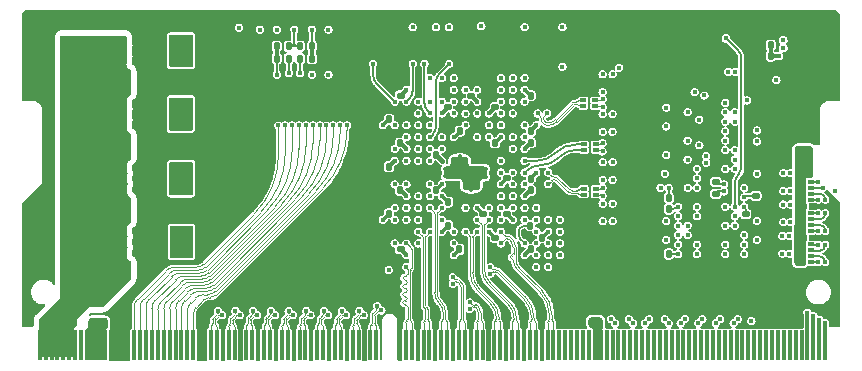
<source format=gbr>
%TF.GenerationSoftware,KiCad,Pcbnew,(6.0.4)*%
%TF.CreationDate,2022-07-06T17:02:12+08:00*%
%TF.ProjectId,XC6SLX25(FTG256)_Min,58433653-4c58-4323-9528-465447323536,rev?*%
%TF.SameCoordinates,Original*%
%TF.FileFunction,Copper,L6,Bot*%
%TF.FilePolarity,Positive*%
%FSLAX46Y46*%
G04 Gerber Fmt 4.6, Leading zero omitted, Abs format (unit mm)*
G04 Created by KiCad (PCBNEW (6.0.4)) date 2022-07-06 17:02:12*
%MOMM*%
%LPD*%
G01*
G04 APERTURE LIST*
G04 Aperture macros list*
%AMRoundRect*
0 Rectangle with rounded corners*
0 $1 Rounding radius*
0 $2 $3 $4 $5 $6 $7 $8 $9 X,Y pos of 4 corners*
0 Add a 4 corners polygon primitive as box body*
4,1,4,$2,$3,$4,$5,$6,$7,$8,$9,$2,$3,0*
0 Add four circle primitives for the rounded corners*
1,1,$1+$1,$2,$3*
1,1,$1+$1,$4,$5*
1,1,$1+$1,$6,$7*
1,1,$1+$1,$8,$9*
0 Add four rect primitives between the rounded corners*
20,1,$1+$1,$2,$3,$4,$5,0*
20,1,$1+$1,$4,$5,$6,$7,0*
20,1,$1+$1,$6,$7,$8,$9,0*
20,1,$1+$1,$8,$9,$2,$3,0*%
G04 Aperture macros list end*
%TA.AperFunction,SMDPad,CuDef*%
%ADD10RoundRect,0.140000X0.140000X0.170000X-0.140000X0.170000X-0.140000X-0.170000X0.140000X-0.170000X0*%
%TD*%
%TA.AperFunction,SMDPad,CuDef*%
%ADD11RoundRect,0.100000X-0.130000X-0.100000X0.130000X-0.100000X0.130000X0.100000X-0.130000X0.100000X0*%
%TD*%
%TA.AperFunction,SMDPad,CuDef*%
%ADD12RoundRect,0.225000X0.225000X0.250000X-0.225000X0.250000X-0.225000X-0.250000X0.225000X-0.250000X0*%
%TD*%
%TA.AperFunction,SMDPad,CuDef*%
%ADD13R,0.500000X0.320000*%
%TD*%
%TA.AperFunction,SMDPad,CuDef*%
%ADD14RoundRect,0.140000X-0.140000X-0.170000X0.140000X-0.170000X0.140000X0.170000X-0.140000X0.170000X0*%
%TD*%
%TA.AperFunction,SMDPad,CuDef*%
%ADD15RoundRect,0.140000X0.170000X-0.140000X0.170000X0.140000X-0.170000X0.140000X-0.170000X-0.140000X0*%
%TD*%
%TA.AperFunction,SMDPad,CuDef*%
%ADD16RoundRect,0.135000X0.135000X0.185000X-0.135000X0.185000X-0.135000X-0.185000X0.135000X-0.185000X0*%
%TD*%
%TA.AperFunction,SMDPad,CuDef*%
%ADD17RoundRect,0.100000X0.100000X-0.130000X0.100000X0.130000X-0.100000X0.130000X-0.100000X-0.130000X0*%
%TD*%
%TA.AperFunction,SMDPad,CuDef*%
%ADD18R,0.350000X2.500000*%
%TD*%
%TA.AperFunction,SMDPad,CuDef*%
%ADD19RoundRect,0.140000X-0.170000X0.140000X-0.170000X-0.140000X0.170000X-0.140000X0.170000X0.140000X0*%
%TD*%
%TA.AperFunction,SMDPad,CuDef*%
%ADD20RoundRect,0.135000X-0.135000X-0.185000X0.135000X-0.185000X0.135000X0.185000X-0.135000X0.185000X0*%
%TD*%
%TA.AperFunction,SMDPad,CuDef*%
%ADD21RoundRect,0.135000X-0.185000X0.135000X-0.185000X-0.135000X0.185000X-0.135000X0.185000X0.135000X0*%
%TD*%
%TA.AperFunction,SMDPad,CuDef*%
%ADD22RoundRect,0.100000X0.130000X0.100000X-0.130000X0.100000X-0.130000X-0.100000X0.130000X-0.100000X0*%
%TD*%
%TA.AperFunction,SMDPad,CuDef*%
%ADD23RoundRect,0.100000X-0.100000X0.130000X-0.100000X-0.130000X0.100000X-0.130000X0.100000X0.130000X0*%
%TD*%
%TA.AperFunction,SMDPad,CuDef*%
%ADD24RoundRect,0.135000X0.185000X-0.135000X0.185000X0.135000X-0.185000X0.135000X-0.185000X-0.135000X0*%
%TD*%
%TA.AperFunction,ViaPad*%
%ADD25C,0.400000*%
%TD*%
%TA.AperFunction,ViaPad*%
%ADD26C,0.450000*%
%TD*%
%TA.AperFunction,Conductor*%
%ADD27C,0.200000*%
%TD*%
%TA.AperFunction,Conductor*%
%ADD28C,0.150000*%
%TD*%
%TA.AperFunction,Conductor*%
%ADD29C,0.300000*%
%TD*%
%TA.AperFunction,Conductor*%
%ADD30C,0.400000*%
%TD*%
%TA.AperFunction,Conductor*%
%ADD31C,0.250000*%
%TD*%
%TA.AperFunction,Conductor*%
%ADD32C,0.100000*%
%TD*%
G04 APERTURE END LIST*
D10*
%TO.P,C14,1*%
%TO.N,+3V3*%
X138156904Y-93805000D03*
%TO.P,C14,2*%
%TO.N,GND*%
X137196904Y-93805000D03*
%TD*%
D11*
%TO.P,C16,1*%
%TO.N,+1V2*%
X145334738Y-92677990D03*
%TO.P,C16,2*%
%TO.N,GND*%
X145974738Y-92677990D03*
%TD*%
D12*
%TO.P,C64,1*%
%TO.N,+3V3*%
X119125001Y-88099999D03*
%TO.P,C64,2*%
%TO.N,GND*%
X117575001Y-88099999D03*
%TD*%
D13*
%TO.P,RN11,1,R1.1*%
%TO.N,GND*%
X153655001Y-87185000D03*
%TO.P,RN11,2,R2.1*%
%TO.N,/DDR_MUDQS+*%
X153655001Y-86685000D03*
%TO.P,RN11,3,R3.1*%
%TO.N,/DDR_MUDQS-*%
X153655001Y-86185000D03*
%TO.P,RN11,4,R4.1*%
%TO.N,GND*%
X153655001Y-85685000D03*
%TO.P,RN11,5,R4.2*%
X154655001Y-85685000D03*
%TO.P,RN11,6,R3.2*%
%TO.N,/DDR_UDQS-*%
X154655001Y-86185000D03*
%TO.P,RN11,7,R2.2*%
%TO.N,/DDR_UDQS+*%
X154655001Y-86685000D03*
%TO.P,RN11,8,R1.2*%
%TO.N,GND*%
X154655001Y-87185000D03*
%TD*%
D14*
%TO.P,C20,1*%
%TO.N,+3V3*%
X137196903Y-91815000D03*
%TO.P,C20,2*%
%TO.N,GND*%
X138156903Y-91815000D03*
%TD*%
D15*
%TO.P,C13,1*%
%TO.N,+3V3*%
X146170000Y-86778097D03*
%TO.P,C13,2*%
%TO.N,GND*%
X146170000Y-85818097D03*
%TD*%
D14*
%TO.P,C79,1*%
%TO.N,5V*%
X114779999Y-92810001D03*
%TO.P,C79,2*%
%TO.N,GND*%
X115739999Y-92810001D03*
%TD*%
%TO.P,C10,1*%
%TO.N,+3V3*%
X143195000Y-88801464D03*
%TO.P,C10,2*%
%TO.N,GND*%
X144155000Y-88801464D03*
%TD*%
D10*
%TO.P,C30,1*%
%TO.N,+3V3*%
X141153096Y-93800000D03*
%TO.P,C30,2*%
%TO.N,GND*%
X140193096Y-93800000D03*
%TD*%
D16*
%TO.P,R16,1*%
%TO.N,/DDR_ODT*%
X160891692Y-94455000D03*
%TO.P,R16,2*%
%TO.N,GND*%
X159871692Y-94455000D03*
%TD*%
D12*
%TO.P,C78,1*%
%TO.N,+1V2*%
X119135001Y-92090000D03*
%TO.P,C78,2*%
%TO.N,GND*%
X117585001Y-92090000D03*
%TD*%
D17*
%TO.P,C18,1*%
%TO.N,+1V2*%
X143182662Y-90995649D03*
%TO.P,C18,2*%
%TO.N,GND*%
X143182662Y-90355649D03*
%TD*%
D14*
%TO.P,C58,1*%
%TO.N,5V*%
X114750001Y-88300001D03*
%TO.P,C58,2*%
%TO.N,GND*%
X115710001Y-88300001D03*
%TD*%
%TO.P,C65,1*%
%TO.N,5V*%
X114769659Y-99106358D03*
%TO.P,C65,2*%
%TO.N,GND*%
X115729659Y-99106358D03*
%TD*%
D12*
%TO.P,C70,1*%
%TO.N,+2V5*%
X119154999Y-97450000D03*
%TO.P,C70,2*%
%TO.N,GND*%
X117604999Y-97450000D03*
%TD*%
D11*
%TO.P,C23,1*%
%TO.N,+1V2*%
X145334738Y-91968597D03*
%TO.P,C23,2*%
%TO.N,GND*%
X145974738Y-91968597D03*
%TD*%
D10*
%TO.P,C43,1*%
%TO.N,+1V5*%
X169525000Y-81530000D03*
%TO.P,C43,2*%
%TO.N,GND*%
X168565000Y-81530000D03*
%TD*%
D18*
%TO.P,J1,1,1*%
%TO.N,TMS*%
X174125000Y-106910000D03*
%TO.P,J1,3,3*%
%TO.N,TCK*%
X173625000Y-106910000D03*
%TO.P,J1,5,5*%
%TO.N,TDO*%
X173125000Y-106910000D03*
%TO.P,J1,7,7*%
%TO.N,TDI*%
X172625000Y-106910000D03*
%TO.P,J1,9,9*%
%TO.N,unconnected-(J1-Pad9)*%
X172125000Y-106910000D03*
%TO.P,J1,11,11*%
%TO.N,unconnected-(J1-Pad11)*%
X171625000Y-106910000D03*
%TO.P,J1,13,13*%
%TO.N,unconnected-(J1-Pad13)*%
X171125000Y-106910000D03*
%TO.P,J1,15,15*%
%TO.N,unconnected-(J1-Pad15)*%
X170625000Y-106910000D03*
%TO.P,J1,17,17*%
%TO.N,unconnected-(J1-Pad17)*%
X170125000Y-106910000D03*
%TO.P,J1,19,19*%
%TO.N,unconnected-(J1-Pad19)*%
X169625000Y-106910000D03*
%TO.P,J1,21,21*%
%TO.N,unconnected-(J1-Pad21)*%
X169125000Y-106910000D03*
%TO.P,J1,23,23*%
%TO.N,unconnected-(J1-Pad23)*%
X168625000Y-106910000D03*
%TO.P,J1,25,25*%
%TO.N,unconnected-(J1-Pad25)*%
X168125000Y-106910000D03*
%TO.P,J1,27,27*%
%TO.N,unconnected-(J1-Pad27)*%
X167625000Y-106910000D03*
%TO.P,J1,29,29*%
%TO.N,unconnected-(J1-Pad29)*%
X167125000Y-106910000D03*
%TO.P,J1,31,31*%
%TO.N,unconnected-(J1-Pad31)*%
X166625000Y-106910000D03*
%TO.P,J1,33,33*%
%TO.N,unconnected-(J1-Pad33)*%
X166125000Y-106910000D03*
%TO.P,J1,35,35*%
%TO.N,unconnected-(J1-Pad35)*%
X165625000Y-106910000D03*
%TO.P,J1,37,37*%
%TO.N,unconnected-(J1-Pad37)*%
X165125000Y-106910000D03*
%TO.P,J1,39,39*%
%TO.N,unconnected-(J1-Pad39)*%
X164625000Y-106910000D03*
%TO.P,J1,41,41*%
%TO.N,unconnected-(J1-Pad41)*%
X164125000Y-106910000D03*
%TO.P,J1,43,43*%
%TO.N,unconnected-(J1-Pad43)*%
X163625000Y-106910000D03*
%TO.P,J1,45,45*%
%TO.N,unconnected-(J1-Pad45)*%
X163125000Y-106910000D03*
%TO.P,J1,47,47*%
%TO.N,unconnected-(J1-Pad47)*%
X162625000Y-106910000D03*
%TO.P,J1,49,49*%
%TO.N,unconnected-(J1-Pad49)*%
X162125000Y-106910000D03*
%TO.P,J1,51,51*%
%TO.N,unconnected-(J1-Pad51)*%
X161625000Y-106910000D03*
%TO.P,J1,53,53*%
%TO.N,unconnected-(J1-Pad53)*%
X161125000Y-106910000D03*
%TO.P,J1,55,55*%
%TO.N,unconnected-(J1-Pad55)*%
X160625000Y-106910000D03*
%TO.P,J1,57,57*%
%TO.N,unconnected-(J1-Pad57)*%
X160125000Y-106910000D03*
%TO.P,J1,59,59*%
%TO.N,unconnected-(J1-Pad59)*%
X159625000Y-106910000D03*
%TO.P,J1,61,61*%
%TO.N,unconnected-(J1-Pad61)*%
X159125000Y-106910000D03*
%TO.P,J1,63,63*%
%TO.N,unconnected-(J1-Pad63)*%
X158625000Y-106910000D03*
%TO.P,J1,65,65*%
%TO.N,unconnected-(J1-Pad65)*%
X158125000Y-106910000D03*
%TO.P,J1,67,67*%
%TO.N,unconnected-(J1-Pad67)*%
X157625000Y-106910000D03*
%TO.P,J1,69,69*%
%TO.N,unconnected-(J1-Pad69)*%
X157125000Y-106910000D03*
%TO.P,J1,71,71*%
%TO.N,unconnected-(J1-Pad71)*%
X156625000Y-106910000D03*
%TO.P,J1,73,73*%
%TO.N,unconnected-(J1-Pad73)*%
X156125000Y-106910000D03*
%TO.P,J1,75,75*%
%TO.N,unconnected-(J1-Pad75)*%
X155625000Y-106910000D03*
%TO.P,J1,77,77*%
%TO.N,+2V5*%
X155125000Y-106910000D03*
%TO.P,J1,79,79*%
X154625000Y-106910000D03*
%TO.P,J1,81,81*%
%TO.N,unconnected-(J1-Pad81)*%
X154125000Y-106910000D03*
%TO.P,J1,83,83*%
%TO.N,unconnected-(J1-Pad83)*%
X153625000Y-106910000D03*
%TO.P,J1,85,85*%
%TO.N,unconnected-(J1-Pad85)*%
X153125000Y-106910000D03*
%TO.P,J1,87,87*%
%TO.N,unconnected-(J1-Pad87)*%
X152625000Y-106910000D03*
%TO.P,J1,89,89*%
%TO.N,unconnected-(J1-Pad89)*%
X152125000Y-106910000D03*
%TO.P,J1,91,91*%
%TO.N,unconnected-(J1-Pad91)*%
X151625000Y-106910000D03*
%TO.P,J1,93,93*%
%TO.N,/Bank0_L7+*%
X151125000Y-106910000D03*
%TO.P,J1,95,95*%
%TO.N,/Bank0_L7-*%
X150625000Y-106910000D03*
%TO.P,J1,97,97*%
%TO.N,GND*%
X150125000Y-106910000D03*
%TO.P,J1,99,99*%
%TO.N,/Bank0_L5+*%
X149625000Y-106910000D03*
%TO.P,J1,101,101*%
%TO.N,/Bank0_L5-*%
X149125000Y-106910000D03*
%TO.P,J1,103,103*%
%TO.N,GND*%
X148625000Y-106910000D03*
%TO.P,J1,105,105*%
%TO.N,/Bank0_L36+*%
X148125000Y-106910000D03*
%TO.P,J1,107,107*%
%TO.N,/Bank0_L36-*%
X147625000Y-106910000D03*
%TO.P,J1,109,109*%
%TO.N,GND*%
X147125000Y-106910000D03*
%TO.P,J1,111,111*%
%TO.N,/Bank0_L38-*%
X146625000Y-106910000D03*
%TO.P,J1,113,113*%
%TO.N,/Bank0_L38+*%
X146125000Y-106910000D03*
%TO.P,J1,115,115*%
%TO.N,GND*%
X145625000Y-106910000D03*
%TO.P,J1,117,117*%
%TO.N,/Bank0_L40+*%
X145125000Y-106910000D03*
%TO.P,J1,119,119*%
%TO.N,/Bank0_L40-*%
X144625000Y-106910000D03*
%TO.P,J1,121,121*%
%TO.N,GND*%
X144125000Y-106910000D03*
%TO.P,J1,123,123*%
%TO.N,/Bank0_L37-*%
X143625000Y-106910000D03*
%TO.P,J1,125,125*%
%TO.N,/Bank0_L37+*%
X143125000Y-106910000D03*
%TO.P,J1,127,127*%
%TO.N,GND*%
X142625000Y-106910000D03*
%TO.P,J1,129,129*%
%TO.N,/Bank0_L64+*%
X142125000Y-106910000D03*
%TO.P,J1,131,131*%
%TO.N,/Bank0_L64-*%
X141625000Y-106910000D03*
%TO.P,J1,133,133*%
%TO.N,GND*%
X141125000Y-106910000D03*
%TO.P,J1,135,135*%
%TO.N,/Bank0_L66+*%
X140625000Y-106910000D03*
%TO.P,J1,137,137*%
%TO.N,/Bank0_L66-*%
X140125000Y-106910000D03*
%TO.P,J1,139,139*%
%TO.N,GND*%
X139625000Y-106910000D03*
%TO.P,J1,141,141*%
%TO.N,/Bank0_L63+*%
X139125000Y-106910000D03*
%TO.P,J1,143,143*%
%TO.N,/Bank0_L63-*%
X138625000Y-106910000D03*
%TO.P,J1,145,145*%
%TO.N,/Bank1_L38-*%
X136125000Y-106910000D03*
%TO.P,J1,147,147*%
%TO.N,/Bank1_L38+*%
X135625000Y-106910000D03*
%TO.P,J1,149,149*%
%TO.N,GND*%
X135125000Y-106910000D03*
%TO.P,J1,151,151*%
%TO.N,/Bank1_L30-*%
X134625000Y-106910000D03*
%TO.P,J1,153,153*%
%TO.N,/Bank1_L30+*%
X134125000Y-106910000D03*
%TO.P,J1,155,155*%
%TO.N,GND*%
X133625000Y-106910000D03*
%TO.P,J1,157,157*%
%TO.N,/Bank1_L1-*%
X133125000Y-106910000D03*
%TO.P,J1,159,159*%
%TO.N,/Bank1_L1+*%
X132625000Y-106910000D03*
%TO.P,J1,161,161*%
%TO.N,GND*%
X132125000Y-106910000D03*
%TO.P,J1,163,163*%
%TO.N,/Bank1_L32+*%
X131625000Y-106910000D03*
%TO.P,J1,165,165*%
%TO.N,/Bank1_L32-*%
X131125000Y-106910000D03*
%TO.P,J1,167,167*%
%TO.N,GND*%
X130625000Y-106910000D03*
%TO.P,J1,169,169*%
%TO.N,/Bank1_L40+*%
X130125000Y-106910000D03*
%TO.P,J1,171,171*%
%TO.N,/Bank1_L40-*%
X129625000Y-106910000D03*
%TO.P,J1,173,173*%
%TO.N,GND*%
X129125000Y-106910000D03*
%TO.P,J1,175,175*%
%TO.N,/Bank1_L39+*%
X128625000Y-106910000D03*
%TO.P,J1,177,177*%
%TO.N,/Bank1_L39-*%
X128125000Y-106910000D03*
%TO.P,J1,179,179*%
%TO.N,GND*%
X127625000Y-106910000D03*
%TO.P,J1,181,181*%
%TO.N,/Bank1_L42-*%
X127125000Y-106910000D03*
%TO.P,J1,183,183*%
%TO.N,/Bank1_L42+*%
X126625000Y-106910000D03*
%TO.P,J1,185,185*%
%TO.N,GND*%
X126125000Y-106910000D03*
%TO.P,J1,187,187*%
%TO.N,/Bank1_L41+*%
X125625000Y-106910000D03*
%TO.P,J1,189,189*%
%TO.N,/Bank1_L41-*%
X125125000Y-106910000D03*
%TO.P,J1,191,191*%
%TO.N,GND*%
X124625000Y-106910000D03*
%TO.P,J1,193,193*%
%TO.N,/Bank1_L53+*%
X124125000Y-106910000D03*
%TO.P,J1,195,195*%
%TO.N,/Bank1_L53-*%
X123625000Y-106910000D03*
%TO.P,J1,197,197*%
%TO.N,GND*%
X123125000Y-106910000D03*
%TO.P,J1,199,199*%
%TO.N,/Bank1_L74+*%
X122625000Y-106910000D03*
%TO.P,J1,201,201*%
%TO.N,/Bank1_L74-*%
X122125000Y-106910000D03*
%TO.P,J1,203,203*%
%TO.N,GND*%
X121625000Y-106910000D03*
%TO.P,J1,205,205*%
X121125000Y-106910000D03*
%TO.P,J1,207,207*%
%TO.N,/Bank2_L2+*%
X120625000Y-106910000D03*
%TO.P,J1,209,209*%
%TO.N,/Bank2_L2-*%
X120125000Y-106910000D03*
%TO.P,J1,211,211*%
%TO.N,/Bank2_L63+*%
X119625000Y-106910000D03*
%TO.P,J1,213,213*%
%TO.N,/Bank2_L64+*%
X119125000Y-106910000D03*
%TO.P,J1,215,215*%
%TO.N,/Bank2_L64-*%
X118625000Y-106910000D03*
%TO.P,J1,217,217*%
%TO.N,/Bank2_L47+*%
X118125000Y-106910000D03*
%TO.P,J1,219,219*%
%TO.N,/Bank2_L13-*%
X117625000Y-106910000D03*
%TO.P,J1,221,221*%
%TO.N,/Bank2_L48+*%
X117125000Y-106910000D03*
%TO.P,J1,223,223*%
%TO.N,/Bank2_L32+*%
X116625000Y-106910000D03*
%TO.P,J1,225,225*%
%TO.N,/Bank2_L47-*%
X116125000Y-106910000D03*
%TO.P,J1,227,227*%
%TO.N,/Bank2_L63-*%
X115625000Y-106910000D03*
%TO.P,J1,229,229*%
%TO.N,GND*%
X115125000Y-106910000D03*
%TO.P,J1,231,231*%
X114625000Y-106910000D03*
%TO.P,J1,233,233*%
X114125000Y-106910000D03*
%TO.P,J1,235,235*%
X113625000Y-106910000D03*
%TO.P,J1,237,237*%
%TO.N,+3V3*%
X113125000Y-106910000D03*
%TO.P,J1,239,239*%
X112625000Y-106910000D03*
%TO.P,J1,241,241*%
X112125000Y-106910000D03*
%TO.P,J1,243,243*%
X111625000Y-106910000D03*
%TO.P,J1,245,245*%
%TO.N,unconnected-(J1-Pad245)*%
X111125000Y-106910000D03*
%TO.P,J1,247,247*%
%TO.N,5V*%
X110625000Y-106910000D03*
%TO.P,J1,249,249*%
X110125000Y-106910000D03*
%TO.P,J1,251,251*%
X109625000Y-106910000D03*
%TO.P,J1,253,253*%
X109125000Y-106910000D03*
%TO.P,J1,255,255*%
X108625000Y-106910000D03*
%TO.P,J1,257,257*%
X108125000Y-106910000D03*
%TO.P,J1,259,259*%
X107625000Y-106910000D03*
%TD*%
D14*
%TO.P,C80,1*%
%TO.N,5V*%
X114780000Y-91889999D03*
%TO.P,C80,2*%
%TO.N,GND*%
X115740000Y-91889999D03*
%TD*%
%TO.P,C67,1*%
%TO.N,5V*%
X114769658Y-97262957D03*
%TO.P,C67,2*%
%TO.N,GND*%
X115729658Y-97262957D03*
%TD*%
D10*
%TO.P,C4,1*%
%TO.N,+3V3*%
X141156905Y-90805000D03*
%TO.P,C4,2*%
%TO.N,GND*%
X140196905Y-90805000D03*
%TD*%
D16*
%TO.P,R13,1*%
%TO.N,/DDR_CS1*%
X160891692Y-95395000D03*
%TO.P,R13,2*%
%TO.N,GND*%
X159871692Y-95395000D03*
%TD*%
D19*
%TO.P,C6,1*%
%TO.N,+3V3*%
X144178875Y-85827120D03*
%TO.P,C6,2*%
%TO.N,GND*%
X144178875Y-86787120D03*
%TD*%
D10*
%TO.P,C15,1*%
%TO.N,+3V3*%
X138156904Y-89805000D03*
%TO.P,C15,2*%
%TO.N,GND*%
X137196904Y-89805000D03*
%TD*%
D14*
%TO.P,C33,1*%
%TO.N,+1V5*%
X149196904Y-92810000D03*
%TO.P,C33,2*%
%TO.N,GND*%
X150156904Y-92810000D03*
%TD*%
D10*
%TO.P,C36,1*%
%TO.N,+1V5*%
X150155000Y-97805000D03*
%TO.P,C36,2*%
%TO.N,GND*%
X149195000Y-97805000D03*
%TD*%
D14*
%TO.P,C3,1*%
%TO.N,+2V5*%
X149195000Y-98805000D03*
%TO.P,C3,2*%
%TO.N,GND*%
X150155000Y-98805000D03*
%TD*%
D16*
%TO.P,R12,1*%
%TO.N,/DDR_RESET*%
X160891692Y-99205000D03*
%TO.P,R12,2*%
%TO.N,GND*%
X159871692Y-99205000D03*
%TD*%
D14*
%TO.P,C1,1*%
%TO.N,+3V3*%
X149188096Y-85810000D03*
%TO.P,C1,2*%
%TO.N,GND*%
X150148096Y-85810000D03*
%TD*%
D16*
%TO.P,R44,1*%
%TO.N,Net-(R42-Pad1)*%
X130675000Y-82660000D03*
%TO.P,R44,2*%
%TO.N,Flash_MISO_3*%
X129655000Y-82660000D03*
%TD*%
D15*
%TO.P,C2,1*%
%TO.N,+3V3*%
X147175000Y-92786904D03*
%TO.P,C2,2*%
%TO.N,GND*%
X147175000Y-91826904D03*
%TD*%
D14*
%TO.P,C72,1*%
%TO.N,5V*%
X114739999Y-82899998D03*
%TO.P,C72,2*%
%TO.N,GND*%
X115699999Y-82899998D03*
%TD*%
D20*
%TO.P,R40,1*%
%TO.N,Net-(R40-Pad1)*%
X127695000Y-81620000D03*
%TO.P,R40,2*%
%TO.N,+3V3*%
X128715000Y-81620000D03*
%TD*%
D14*
%TO.P,C59,1*%
%TO.N,5V*%
X114750000Y-86450000D03*
%TO.P,C59,2*%
%TO.N,GND*%
X115710000Y-86450000D03*
%TD*%
%TO.P,C73,1*%
%TO.N,5V*%
X114740000Y-81979996D03*
%TO.P,C73,2*%
%TO.N,GND*%
X115700000Y-81979996D03*
%TD*%
D12*
%TO.P,C71,1*%
%TO.N,+2V5*%
X119155001Y-98909999D03*
%TO.P,C71,2*%
%TO.N,GND*%
X117605001Y-98909999D03*
%TD*%
D14*
%TO.P,C74,1*%
%TO.N,5V*%
X114739999Y-81069999D03*
%TO.P,C74,2*%
%TO.N,GND*%
X115699999Y-81069999D03*
%TD*%
D12*
%TO.P,C84,1*%
%TO.N,+1V5*%
X119125001Y-81319996D03*
%TO.P,C84,2*%
%TO.N,GND*%
X117575001Y-81319996D03*
%TD*%
D13*
%TO.P,RN6,1,R1.1*%
%TO.N,/DDR_VTT*%
X171941015Y-99896219D03*
%TO.P,RN6,2,R2.1*%
X171941015Y-99396219D03*
%TO.P,RN6,3,R3.1*%
X171941015Y-98896219D03*
%TO.P,RN6,4,R4.1*%
X171941015Y-98396219D03*
%TO.P,RN6,5,R4.2*%
%TO.N,/DDR_A11*%
X172941015Y-98396219D03*
%TO.P,RN6,6,R3.2*%
%TO.N,/DDR_A6*%
X172941015Y-98896219D03*
%TO.P,RN6,7,R2.2*%
%TO.N,/DDR_A8*%
X172941015Y-99396219D03*
%TO.P,RN6,8,R1.2*%
%TO.N,/DDR_A14*%
X172941015Y-99896219D03*
%TD*%
D21*
%TO.P,R14,1*%
%TO.N,/DDR_CLK+*%
X164865000Y-93095001D03*
%TO.P,R14,2*%
%TO.N,/DDR_CLK-*%
X164865000Y-94115001D03*
%TD*%
D14*
%TO.P,C8,1*%
%TO.N,+3V3*%
X142193096Y-94805000D03*
%TO.P,C8,2*%
%TO.N,GND*%
X143153096Y-94805000D03*
%TD*%
%TO.P,C32,1*%
%TO.N,+1V5*%
X149193096Y-89805001D03*
%TO.P,C32,2*%
%TO.N,GND*%
X150153096Y-89805001D03*
%TD*%
D20*
%TO.P,R1,1*%
%TO.N,Net-(R1-Pad1)*%
X149174999Y-96805000D03*
%TO.P,R1,2*%
%TO.N,GND*%
X150194999Y-96805000D03*
%TD*%
D15*
%TO.P,C22,1*%
%TO.N,+3V3*%
X138175000Y-85785000D03*
%TO.P,C22,2*%
%TO.N,GND*%
X138175000Y-84825000D03*
%TD*%
D20*
%TO.P,R43,1*%
%TO.N,Net-(R40-Pad1)*%
X127695000Y-82660000D03*
%TO.P,R43,2*%
%TO.N,Flash_MISO_2*%
X128715000Y-82660000D03*
%TD*%
D13*
%TO.P,RN13,1,R1.1*%
%TO.N,GND*%
X153695001Y-90910000D03*
%TO.P,RN13,2,R2.1*%
%TO.N,/DDR_MLDM*%
X153695001Y-90410000D03*
%TO.P,RN13,3,R3.1*%
%TO.N,/DDR_MUDM*%
X153695001Y-89910000D03*
%TO.P,RN13,4,R4.1*%
%TO.N,GND*%
X153695001Y-89410000D03*
%TO.P,RN13,5,R4.2*%
X154695001Y-89410000D03*
%TO.P,RN13,6,R3.2*%
%TO.N,/DDR_UDM*%
X154695001Y-89910000D03*
%TO.P,RN13,7,R2.2*%
%TO.N,/DDR_LDM*%
X154695001Y-90410000D03*
%TO.P,RN13,8,R1.2*%
%TO.N,GND*%
X154695001Y-90910000D03*
%TD*%
D12*
%TO.P,C63,1*%
%TO.N,+3V3*%
X119125002Y-86640000D03*
%TO.P,C63,2*%
%TO.N,GND*%
X117575002Y-86640000D03*
%TD*%
D19*
%TO.P,C9,1*%
%TO.N,+2V5*%
X146177998Y-97825000D03*
%TO.P,C9,2*%
%TO.N,GND*%
X146177998Y-98785000D03*
%TD*%
D14*
%TO.P,C60,1*%
%TO.N,5V*%
X114750001Y-87380000D03*
%TO.P,C60,2*%
%TO.N,GND*%
X115710001Y-87380000D03*
%TD*%
%TO.P,C66,1*%
%TO.N,5V*%
X114769658Y-98186359D03*
%TO.P,C66,2*%
%TO.N,GND*%
X115729658Y-98186359D03*
%TD*%
D15*
%TO.P,C5,1*%
%TO.N,+2V5*%
X138175000Y-98785000D03*
%TO.P,C5,2*%
%TO.N,GND*%
X138175000Y-97825000D03*
%TD*%
D13*
%TO.P,RN12,1,R1.1*%
%TO.N,GND*%
X153695001Y-94685000D03*
%TO.P,RN12,2,R2.1*%
%TO.N,/DDR_MLDQS-*%
X153695001Y-94185000D03*
%TO.P,RN12,3,R3.1*%
%TO.N,/DDR_MLDQS+*%
X153695001Y-93685000D03*
%TO.P,RN12,4,R4.1*%
%TO.N,GND*%
X153695001Y-93185000D03*
%TO.P,RN12,5,R4.2*%
X154695001Y-93185000D03*
%TO.P,RN12,6,R3.2*%
%TO.N,/DDR_LDQS+*%
X154695001Y-93685000D03*
%TO.P,RN12,7,R2.2*%
%TO.N,/DDR_LDQS-*%
X154695001Y-94185000D03*
%TO.P,RN12,8,R1.2*%
%TO.N,GND*%
X154695001Y-94685000D03*
%TD*%
D10*
%TO.P,C12,1*%
%TO.N,+3V3*%
X146156904Y-89804999D03*
%TO.P,C12,2*%
%TO.N,GND*%
X145196904Y-89804999D03*
%TD*%
D14*
%TO.P,C17,1*%
%TO.N,+3V3*%
X137203096Y-87805000D03*
%TO.P,C17,2*%
%TO.N,GND*%
X138163096Y-87805000D03*
%TD*%
D15*
%TO.P,C29,1*%
%TO.N,+3V3*%
X147175000Y-95786904D03*
%TO.P,C29,2*%
%TO.N,GND*%
X147175000Y-94826904D03*
%TD*%
%TO.P,C31,1*%
%TO.N,+3V3*%
X142175000Y-86780000D03*
%TO.P,C31,2*%
%TO.N,GND*%
X142175000Y-85820000D03*
%TD*%
D14*
%TO.P,C37,1*%
%TO.N,+1V5*%
X149203096Y-93805000D03*
%TO.P,C37,2*%
%TO.N,GND*%
X150163096Y-93805000D03*
%TD*%
D10*
%TO.P,C41,1*%
%TO.N,+1V5*%
X169525000Y-82450000D03*
%TO.P,C41,2*%
%TO.N,GND*%
X168565000Y-82450000D03*
%TD*%
D16*
%TO.P,R42,1*%
%TO.N,Net-(R42-Pad1)*%
X130675000Y-81620000D03*
%TO.P,R42,2*%
%TO.N,+3V3*%
X129655000Y-81620000D03*
%TD*%
D14*
%TO.P,C24,1*%
%TO.N,+3V3*%
X137193095Y-95805000D03*
%TO.P,C24,2*%
%TO.N,GND*%
X138153095Y-95805000D03*
%TD*%
D22*
%TO.P,C19,1*%
%TO.N,+1V2*%
X142013272Y-92638316D03*
%TO.P,C19,2*%
%TO.N,GND*%
X141373272Y-92638316D03*
%TD*%
D12*
%TO.P,C77,1*%
%TO.N,+1V2*%
X119135001Y-93550000D03*
%TO.P,C77,2*%
%TO.N,GND*%
X117585001Y-93550000D03*
%TD*%
D23*
%TO.P,C21,1*%
%TO.N,+1V2*%
X144146684Y-93724351D03*
%TO.P,C21,2*%
%TO.N,GND*%
X144146684Y-94364351D03*
%TD*%
D13*
%TO.P,RN4,1,R1.1*%
%TO.N,/DDR_VTT*%
X171935401Y-94603133D03*
%TO.P,RN4,2,R2.1*%
X171935401Y-94103133D03*
%TO.P,RN4,3,R3.1*%
X171935401Y-93603133D03*
%TO.P,RN4,4,R4.1*%
X171935401Y-93103133D03*
%TO.P,RN4,5,R4.2*%
%TO.N,/DDR_~{RAS}*%
X172935401Y-93103133D03*
%TO.P,RN4,6,R3.2*%
%TO.N,/DDR_~{CAS}*%
X172935401Y-93603133D03*
%TO.P,RN4,7,R2.2*%
%TO.N,/DDR_CKE*%
X172935401Y-94103133D03*
%TO.P,RN4,8,R1.2*%
%TO.N,/DDR_A10*%
X172935401Y-94603133D03*
%TD*%
D14*
%TO.P,C11,1*%
%TO.N,+2V5*%
X142174999Y-96802001D03*
%TO.P,C11,2*%
%TO.N,GND*%
X143134999Y-96802001D03*
%TD*%
D15*
%TO.P,C28,1*%
%TO.N,+3V3*%
X145175000Y-95785000D03*
%TO.P,C28,2*%
%TO.N,GND*%
X145175000Y-94825000D03*
%TD*%
D22*
%TO.P,C25,1*%
%TO.N,+1V2*%
X142013271Y-91967663D03*
%TO.P,C25,2*%
%TO.N,GND*%
X141373271Y-91967663D03*
%TD*%
D14*
%TO.P,C34,1*%
%TO.N,+1V5*%
X149201904Y-88810000D03*
%TO.P,C34,2*%
%TO.N,GND*%
X150161904Y-88810000D03*
%TD*%
D24*
%TO.P,R15,1*%
%TO.N,/DDR_CKE*%
X168266807Y-94282984D03*
%TO.P,R15,2*%
%TO.N,GND*%
X168266807Y-93262984D03*
%TD*%
D14*
%TO.P,C81,1*%
%TO.N,5V*%
X114779999Y-93730000D03*
%TO.P,C81,2*%
%TO.N,GND*%
X115739999Y-93730000D03*
%TD*%
D12*
%TO.P,C85,1*%
%TO.N,+1V5*%
X119125001Y-82779996D03*
%TO.P,C85,2*%
%TO.N,GND*%
X117575001Y-82779996D03*
%TD*%
D13*
%TO.P,RN5,1,R1.1*%
%TO.N,/DDR_VTT*%
X171942005Y-97249327D03*
%TO.P,RN5,2,R2.1*%
X171942005Y-96749327D03*
%TO.P,RN5,3,R3.1*%
X171942005Y-96249327D03*
%TO.P,RN5,4,R4.1*%
X171942005Y-95749327D03*
%TO.P,RN5,5,R4.2*%
%TO.N,/DDR_BA1*%
X172942005Y-95749327D03*
%TO.P,RN5,6,R3.2*%
%TO.N,/DDR_A1*%
X172942005Y-96249327D03*
%TO.P,RN5,7,R2.2*%
%TO.N,/DDR_A12*%
X172942005Y-96749327D03*
%TO.P,RN5,8,R1.2*%
%TO.N,/DDR_A4*%
X172942005Y-97249327D03*
%TD*%
D21*
%TO.P,R17,1*%
%TO.N,Net-(DDR3-1-PadL8)*%
X167417123Y-95853834D03*
%TO.P,R17,2*%
%TO.N,GND*%
X167417123Y-96873834D03*
%TD*%
D10*
%TO.P,C7,1*%
%TO.N,+2V5*%
X143155000Y-98805000D03*
%TO.P,C7,2*%
%TO.N,GND*%
X142195000Y-98805000D03*
%TD*%
D25*
%TO.N,/DDR_VTT*%
X172105401Y-90416362D03*
X172105401Y-91556362D03*
D26*
X170575000Y-81760000D03*
D25*
X172105401Y-90976362D03*
D26*
X170575000Y-81110000D03*
D25*
X172625401Y-91286362D03*
X172625401Y-90706362D03*
D26*
%TO.N,/DDR_VREF*%
X165725000Y-80940000D03*
D25*
X149672500Y-100312500D03*
X166475000Y-95205000D03*
X160545001Y-92404999D03*
X148675000Y-88305000D03*
%TO.N,/DDR_A8*%
X174140802Y-99908585D03*
X150675000Y-99305000D03*
X167275000Y-99205000D03*
%TO.N,GND*%
X143675000Y-96305000D03*
X168340000Y-95030000D03*
D26*
X116600000Y-81490000D03*
D25*
X107175000Y-94905000D03*
X142675000Y-90305000D03*
X134975000Y-80505000D03*
X174775000Y-80105000D03*
X152785000Y-104605000D03*
X168275000Y-87205000D03*
D26*
X116610000Y-98179999D03*
D25*
X143175000Y-79905000D03*
X145675000Y-93305000D03*
X168615000Y-84905000D03*
X123375000Y-80505000D03*
X138675000Y-97305000D03*
X112775000Y-79105000D03*
X121395000Y-104955000D03*
X107175000Y-96105000D03*
X151505000Y-104605000D03*
X172975000Y-79305000D03*
X136675000Y-90310000D03*
X170175000Y-102105000D03*
X151675000Y-84310000D03*
X113975000Y-79105000D03*
X147016250Y-104605000D03*
X165775000Y-79305000D03*
X107975000Y-79105000D03*
X166975000Y-79305000D03*
X133445000Y-104955000D03*
X115575000Y-102105000D03*
X165095000Y-91515000D03*
X123375000Y-83505000D03*
X150008750Y-104605000D03*
D26*
X116600000Y-82489999D03*
D25*
X166475000Y-89605000D03*
X174955000Y-96502000D03*
X107175000Y-84905000D03*
X163435000Y-87190000D03*
D26*
X116610000Y-93310000D03*
D25*
X147675000Y-91305000D03*
X148512500Y-104605000D03*
X133975000Y-80505000D03*
X167935000Y-81950000D03*
X134575000Y-88305000D03*
X142675000Y-93310000D03*
X122945000Y-104955000D03*
X141675000Y-85305000D03*
X149675000Y-90305000D03*
X167935000Y-82650000D03*
X117975000Y-95105000D03*
X120175000Y-95105000D03*
X128945000Y-104955000D03*
X113975000Y-103705000D03*
X117975000Y-89705000D03*
X140675000Y-98305000D03*
X122775000Y-87305000D03*
X107175000Y-80105000D03*
X167275000Y-92805000D03*
X110375000Y-79105000D03*
X127525000Y-98605000D03*
X138675000Y-87305000D03*
X124775000Y-93505000D03*
X149675000Y-86305001D03*
X142527500Y-104605000D03*
D26*
X116610000Y-92809999D03*
D25*
X135895000Y-100425000D03*
X136675000Y-93310000D03*
X123975000Y-86105000D03*
X134945000Y-104955000D03*
X174955000Y-93890000D03*
X107175000Y-97305000D03*
X139535000Y-104605000D03*
X124445000Y-104955000D03*
X168175000Y-79305000D03*
D26*
X116610000Y-98680000D03*
D25*
X174775000Y-84905000D03*
X167775000Y-102105000D03*
X127265000Y-88625000D03*
X107175000Y-82505000D03*
X174175000Y-79305000D03*
X135425750Y-91508948D03*
X142605000Y-102415000D03*
D26*
X116600000Y-87380000D03*
D25*
X174955000Y-99114000D03*
X121575000Y-87305000D03*
X111575000Y-79105000D03*
X174955000Y-100420000D03*
D26*
X116610000Y-97680000D03*
D25*
X107175000Y-100905000D03*
X168275000Y-88005000D03*
X122775000Y-86105000D03*
X107175000Y-81305000D03*
X116575000Y-79105000D03*
X168360000Y-97215000D03*
X144023750Y-104605000D03*
D26*
X116599999Y-86880001D03*
D25*
X145520000Y-104605000D03*
X120175000Y-89705000D03*
X114775000Y-102905000D03*
X174775000Y-81305000D03*
D26*
X116600000Y-87879999D03*
D25*
X125945000Y-104955000D03*
X150445000Y-83355000D03*
X126175000Y-90905000D03*
X174955000Y-95196000D03*
X145675000Y-99305000D03*
X161675000Y-93605000D03*
X144675000Y-94305000D03*
X139675000Y-93305000D03*
X149675000Y-93305000D03*
X171375000Y-102105000D03*
X174955000Y-97808000D03*
X144675000Y-91310000D03*
X107175000Y-83705000D03*
X107175000Y-99705000D03*
X131945000Y-104955000D03*
X174775000Y-82505000D03*
D26*
X116610000Y-92310000D03*
D25*
X116375000Y-101305000D03*
X115175000Y-79105000D03*
X171775000Y-79305000D03*
X135575000Y-88305000D03*
X144675000Y-90310000D03*
X168975000Y-102105000D03*
X170575000Y-79305000D03*
X109175000Y-79105000D03*
X148675000Y-97305000D03*
X140175000Y-79905000D03*
X126975000Y-90105000D03*
X141031250Y-104605000D03*
X174775000Y-83705000D03*
X134555000Y-85505000D03*
X144675000Y-88305000D03*
X130445000Y-104955000D03*
X121575000Y-86105000D03*
D26*
X116600000Y-81990000D03*
D25*
X169375000Y-79305000D03*
X167935000Y-81250000D03*
X107175000Y-98505000D03*
X121575000Y-88505000D03*
X127445000Y-104955000D03*
%TO.N,/DDR_A14*%
X173540802Y-99908585D03*
X147675000Y-95305000D03*
X165675000Y-99205001D03*
%TO.N,/DDR_A13*%
X163275000Y-99205000D03*
X146675000Y-95305000D03*
X171105401Y-99170452D03*
%TO.N,Net-(R40-Pad1)*%
X127695000Y-84015000D03*
%TO.N,Net-(R42-Pad1)*%
X130675000Y-80205000D03*
%TO.N,/DDR_RESET*%
X148675000Y-96305000D03*
X161675000Y-99205000D03*
%TO.N,/DDR_A6*%
X167275000Y-98405000D03*
X174140802Y-98408585D03*
X148675000Y-93305000D03*
%TO.N,/DDR_A11*%
X165675000Y-98405000D03*
X173540802Y-98408585D03*
X149675000Y-96304999D03*
%TO.N,/DDR_A9*%
X150675000Y-100305000D03*
X163275000Y-98405000D03*
X170505401Y-99170452D03*
D26*
%TO.N,+3V3*%
X144992501Y-79900000D03*
X120200000Y-86644999D03*
D25*
X146675001Y-89305000D03*
X142675000Y-89304999D03*
X148675000Y-85305000D03*
D26*
X112625000Y-104905000D03*
D25*
X141675000Y-93305000D03*
X151882501Y-80000000D03*
X148675000Y-80000000D03*
D26*
X166525000Y-83780000D03*
D25*
X145675000Y-87305000D03*
X129185000Y-80205000D03*
D26*
X120200000Y-88095000D03*
X113125000Y-104905000D03*
X120200000Y-87369999D03*
D25*
X136675000Y-88310000D03*
X141675001Y-91305000D03*
X141172501Y-80000000D03*
X138675000Y-94304999D03*
D26*
X112125000Y-104905000D03*
D25*
X136675000Y-96310000D03*
X132075000Y-80205000D03*
X146675001Y-93305000D03*
X142292501Y-80010000D03*
X144675000Y-86310000D03*
X137675000Y-91310000D03*
X144675000Y-95305000D03*
D26*
X165935000Y-83780000D03*
D25*
X141675000Y-94305000D03*
X141675000Y-87305000D03*
X139197500Y-80000000D03*
X147675000Y-96305000D03*
X138675000Y-90305000D03*
X138675000Y-85305000D03*
%TO.N,+1V5*%
X167275000Y-93605000D03*
X168355000Y-96405000D03*
X168355000Y-89675000D03*
X169995000Y-84470000D03*
D26*
X170195000Y-82440000D03*
D25*
X148675000Y-94305000D03*
X160675000Y-90805001D03*
X160185000Y-93605000D03*
X160675001Y-86805000D03*
X166475000Y-91205000D03*
X168355000Y-98005000D03*
X168355000Y-92405000D03*
X160675001Y-98005000D03*
X168355000Y-88745000D03*
X160675000Y-88404999D03*
X148675000Y-90305000D03*
X160675000Y-96405001D03*
X167515000Y-86205000D03*
X150675000Y-97305000D03*
X149675000Y-92305000D03*
D26*
X120200000Y-82710000D03*
X120200000Y-82035000D03*
D25*
X149675000Y-88304998D03*
D26*
X120199999Y-81360000D03*
D25*
%TO.N,+2V5*%
X138675000Y-99305000D03*
D26*
X120210000Y-98177500D03*
X120210000Y-97415000D03*
D25*
X145675000Y-97305000D03*
X141675000Y-97305000D03*
D26*
X154375000Y-104905000D03*
X120189430Y-98919430D03*
X154875000Y-104905000D03*
D25*
X148675000Y-99305000D03*
X142675000Y-99305000D03*
%TO.N,/DDR_A7*%
X161675000Y-98405000D03*
X171105401Y-97670452D03*
X149675000Y-97305000D03*
%TO.N,/DDR_A4*%
X173540802Y-97251540D03*
X147675000Y-94304999D03*
X167275000Y-97605000D03*
%TO.N,/DDR_A1*%
X146675000Y-91305000D03*
X174140802Y-95751540D03*
X165675000Y-96805000D03*
%TO.N,/DDR_A2*%
X162475000Y-97605000D03*
X151675000Y-97305000D03*
X171175000Y-96513407D03*
%TO.N,/DDR_A5*%
X147675000Y-93305001D03*
X170505401Y-97670452D03*
X161675000Y-97605000D03*
%TO.N,/DDR_BA1*%
X173540802Y-95751540D03*
X150675000Y-98305000D03*
X166475000Y-96004999D03*
%TO.N,+1V2*%
X142675000Y-92305000D03*
X143675000Y-93305000D03*
X144675000Y-93305000D03*
D26*
X120210000Y-93485000D03*
D25*
X143675000Y-92310000D03*
D26*
X120210000Y-92060000D03*
D25*
X142675000Y-91305000D03*
X144675000Y-92305000D03*
X143675000Y-91305000D03*
D26*
X120210000Y-92772500D03*
D25*
%TO.N,/DDR_A12*%
X174140802Y-97251540D03*
X149675000Y-95305000D03*
X166475000Y-96805000D03*
%TO.N,/DDR_A0*%
X171175000Y-95013407D03*
X162475000Y-96805000D03*
X147675000Y-90305000D03*
%TO.N,/DDR_A3*%
X148675000Y-89305000D03*
X161675000Y-96805000D03*
X170575000Y-96513407D03*
%TO.N,/DDR_BA2*%
X163275000Y-96005000D03*
X151675000Y-99305000D03*
X170575000Y-95013407D03*
%TO.N,/DDR_BA0*%
X149675000Y-98305000D03*
X171175000Y-93856362D03*
X161675000Y-96005000D03*
%TO.N,Net-(DDR3-1-PadL8)*%
X167275000Y-95205000D03*
%TO.N,/DDR_A10*%
X173540802Y-94594495D03*
X165675000Y-95204999D03*
X146675001Y-94305000D03*
%TO.N,/DDR_WE*%
X163275000Y-95205000D03*
X170575000Y-93856362D03*
X151675001Y-98305000D03*
%TO.N,/DDR_CS1*%
X161675000Y-95205000D03*
X149675000Y-99305000D03*
X170575000Y-92356362D03*
%TO.N,/DDR_CKE*%
X148675000Y-95305000D03*
X174140802Y-94594495D03*
X167275000Y-94405000D03*
%TO.N,/DDR_CLK-*%
X151675000Y-96305000D03*
X165575000Y-93905000D03*
%TO.N,/DDR_~{CAS}*%
X162485000Y-93605000D03*
X147675000Y-92305000D03*
X173905000Y-93600000D03*
%TO.N,/DDR_ODT*%
X171175000Y-92356362D03*
X160875000Y-93605000D03*
X147674999Y-89305000D03*
%TO.N,/DDR_CLK+*%
X150675000Y-96305000D03*
X165585000Y-93305000D03*
%TO.N,/DDR_~{RAS}*%
X146675000Y-92305000D03*
X173540802Y-93094495D03*
X163275000Y-93605000D03*
%TO.N,/DDR_D5*%
X166475000Y-92005000D03*
X155285001Y-96435000D03*
%TO.N,/DDR_D7*%
X156125001Y-96435000D03*
X165675000Y-92005000D03*
%TO.N,/DDR_D4*%
X163275000Y-92805000D03*
X156125001Y-94935001D03*
%TO.N,/DDR_LDQS-*%
X164065000Y-91475000D03*
X155275001Y-94285000D03*
%TO.N,/DDR_D6*%
X155285001Y-94935000D03*
X163275000Y-92005000D03*
%TO.N,/DDR_D3*%
X166474999Y-90405000D03*
X156125001Y-92925000D03*
%TO.N,/DDR_D1*%
X165675000Y-90405000D03*
X156125001Y-91425000D03*
%TO.N,/DDR_LDQS+*%
X164055000Y-90914999D03*
X155275001Y-93585000D03*
%TO.N,/DDR_D2*%
X155285001Y-92925000D03*
X162475000Y-91205000D03*
%TO.N,/DDR_LDM*%
X155275001Y-90515000D03*
X165674999Y-89605000D03*
%TO.N,/DDR_D0*%
X163475000Y-90005000D03*
X155285001Y-91425000D03*
%TO.N,/DDR_D8*%
X165675000Y-88805000D03*
X156125001Y-88854999D03*
%TO.N,/DDR_UDM*%
X155275001Y-89815000D03*
X162475000Y-89605000D03*
%TO.N,/DDR_D10*%
X166475000Y-88005000D03*
X155285001Y-88855000D03*
%TO.N,/DDR_UDQS+*%
X165675000Y-88005000D03*
X155285001Y-86785000D03*
%TO.N,/DDR_D9*%
X163455000Y-87824999D03*
X155285001Y-87355000D03*
%TO.N,/DDR_D11*%
X162474999Y-87205000D03*
X156125001Y-87355000D03*
%TO.N,/DDR_D14*%
X155285001Y-83995000D03*
X166475001Y-87205000D03*
%TO.N,/DDR_UDQS-*%
X155285001Y-86085000D03*
X165675000Y-87205000D03*
%TO.N,/DDR_D12*%
X165675001Y-86405000D03*
X156125000Y-83995000D03*
%TO.N,/DDR_D15*%
X163904999Y-85775000D03*
X156685000Y-83435000D03*
%TO.N,/DDR_D13*%
X155285001Y-85495000D03*
X163075000Y-85505000D03*
%TO.N,Net-(R1-Pad1)*%
X148675000Y-98305000D03*
%TO.N,TMS*%
X137175000Y-100555000D03*
X174125000Y-105055000D03*
%TO.N,TDI*%
X139675000Y-98305000D03*
X172625000Y-104155000D03*
%TO.N,TCK*%
X137675001Y-98305000D03*
X173625000Y-104755000D03*
%TO.N,TDO*%
X173125000Y-104455000D03*
X137675000Y-96305000D03*
%TO.N,RESET_FPGA*%
X124490000Y-80035000D03*
X151885000Y-83350000D03*
%TO.N,Flash_CLK*%
X130675000Y-84015000D03*
X140675000Y-84305000D03*
%TO.N,Net-(R8-Pad1)*%
X135855000Y-83100000D03*
X137675000Y-86305000D03*
%TO.N,Net-(R9-Pad1)*%
X140675000Y-89305000D03*
X142300000Y-83100000D03*
%TO.N,5V*%
X109850000Y-87870000D03*
X114870000Y-83960000D03*
X114880000Y-100730000D03*
X114880000Y-95360000D03*
X114870000Y-89350000D03*
X114270000Y-95360000D03*
X114270000Y-100730000D03*
X114270000Y-100160000D03*
X114870000Y-84530000D03*
X114880000Y-94790000D03*
X114260000Y-84530000D03*
X109860000Y-93310000D03*
X114260000Y-89350000D03*
X114270000Y-94790000D03*
X114870000Y-89920000D03*
X114260000Y-89919999D03*
X109860000Y-98709999D03*
X109850000Y-82480000D03*
X114880000Y-100160000D03*
X114260000Y-83960000D03*
%TO.N,/DDR_MUDM*%
X148675000Y-91305000D03*
%TO.N,/DDR_MUDQS-*%
X150575000Y-87304999D03*
%TO.N,/DDR_MUDQS+*%
X149775000Y-87305000D03*
%TO.N,/DDR_MLDQS-*%
X150664486Y-93288111D03*
%TO.N,/DDR_MLDQS+*%
X150675000Y-92305000D03*
%TO.N,/DDR_MLDM*%
X148675000Y-92305000D03*
%TO.N,/FPGA_BL_DONE*%
X138675000Y-86305000D03*
X139197364Y-83100000D03*
%TO.N,/Bank1_L1-*%
X139675000Y-96305000D03*
X133551777Y-104381777D03*
%TO.N,/Bank1_L1+*%
X138675000Y-96305000D03*
X133198223Y-104028223D03*
%TO.N,/Bank1_L30+*%
X139675000Y-95305000D03*
X134698223Y-104028223D03*
%TO.N,/Bank1_L32+*%
X132051777Y-104381777D03*
X138675000Y-95305000D03*
%TO.N,/Bank1_L32-*%
X137675000Y-95305000D03*
X131698223Y-104028223D03*
%TO.N,/Bank1_L30-*%
X140675000Y-94305000D03*
X135051777Y-104381777D03*
%TO.N,/Bank1_L38+*%
X136198223Y-103628223D03*
X139675000Y-94305000D03*
%TO.N,/Bank1_L38-*%
X136551777Y-103981777D03*
X140675000Y-93305000D03*
%TO.N,/Bank1_L39+*%
X138674999Y-93305000D03*
X129051777Y-104381777D03*
%TO.N,/Bank1_L39-*%
X128698223Y-104028223D03*
X137675000Y-93310000D03*
%TO.N,/Bank1_L40+*%
X130551777Y-104381777D03*
X140674999Y-91305000D03*
%TO.N,/Bank1_L40-*%
X139675000Y-91310000D03*
X130198223Y-104028223D03*
%TO.N,/Bank1_L41+*%
X138675000Y-91305000D03*
X126051777Y-104381777D03*
%TO.N,/Bank1_L42-*%
X127551777Y-104381777D03*
X140675000Y-90305000D03*
%TO.N,/Bank1_L42+*%
X127198223Y-104028223D03*
X139675000Y-90305000D03*
%TO.N,/Bank1_L41-*%
X137675000Y-90305000D03*
X125698223Y-104028223D03*
%TO.N,/Bank1_L53+*%
X124551777Y-104381777D03*
X139675000Y-89305000D03*
%TO.N,/Bank1_L53-*%
X124198223Y-104028223D03*
X138674999Y-89305000D03*
%TO.N,/Bank1_L74+*%
X138675000Y-88305000D03*
X123051777Y-104381777D03*
%TO.N,/Bank1_L74-*%
X137675000Y-88305000D03*
X122698223Y-104028223D03*
%TO.N,/Bank0_L37+*%
X142600000Y-101730000D03*
X141675000Y-96305000D03*
%TO.N,/Bank0_L37-*%
X142600000Y-101180000D03*
X142675000Y-98310000D03*
%TO.N,/Bank0_L38+*%
X143675000Y-97310000D03*
%TO.N,/Bank0_L38-*%
X144675000Y-97310000D03*
%TO.N,/Bank0_L5+*%
X145775000Y-100330000D03*
X145675000Y-95305000D03*
%TO.N,/Bank0_L5-*%
X146675000Y-96305000D03*
X145775000Y-100880000D03*
%TO.N,/Bank0_L40+*%
X144025000Y-103305000D03*
X143675000Y-95305000D03*
%TO.N,/Bank0_L40-*%
X144025000Y-103855000D03*
X142675000Y-97305000D03*
%TO.N,/Bank0_L7+*%
X146675000Y-97305000D03*
%TO.N,/Bank0_L7-*%
X146675001Y-98305000D03*
%TO.N,/Bank0_L63+*%
X138674999Y-98305000D03*
%TO.N,/Bank0_L63-*%
X138675000Y-100310000D03*
%TO.N,/Bank0_L64+*%
X141675000Y-95305000D03*
%TO.N,/Bank0_L64-*%
X140675000Y-95310000D03*
%TO.N,/Bank0_L66+*%
X140675000Y-97305000D03*
%TO.N,/Bank0_L36+*%
X145675000Y-96305000D03*
%TO.N,/Bank0_L66-*%
X139675000Y-97305000D03*
%TO.N,/Bank0_L36-*%
X144675001Y-96305000D03*
%TO.N,/Bank2_L64-*%
X131321000Y-88315000D03*
X146675000Y-87305000D03*
%TO.N,/Bank2_L64+*%
X146675000Y-88305000D03*
X131902000Y-88315000D03*
%TO.N,/Bank2_L63-*%
X127835000Y-88315000D03*
X147675000Y-84305000D03*
%TO.N,/Bank2_L30-*%
X160538223Y-104728223D03*
X143675000Y-85305000D03*
%TO.N,/Bank2_L63+*%
X148675000Y-86305000D03*
X132483000Y-88315000D03*
%TO.N,/Bank2_L30+*%
X143675000Y-86305001D03*
X160891777Y-105081777D03*
%TO.N,/Bank2_L62-*%
X165221777Y-104718223D03*
X145675000Y-89305000D03*
%TO.N,/Bank2_L29-*%
X143675000Y-87310000D03*
X156351777Y-105081777D03*
%TO.N,/Bank2_L62+*%
X164868223Y-105071777D03*
X144675000Y-89305000D03*
%TO.N,/Bank2_L29+*%
X155998223Y-104728223D03*
X143675000Y-88305000D03*
%TO.N,/Bank2_L49-*%
X166368223Y-105071777D03*
X147675000Y-86305000D03*
%TO.N,/Bank2_L23-*%
X159225940Y-104731282D03*
X142675000Y-84305000D03*
%TO.N,/Bank2_L49+*%
X147675000Y-87305000D03*
X166721777Y-104718223D03*
%TO.N,/Bank2_L23+*%
X158872386Y-105084836D03*
X142675000Y-85305000D03*
%TO.N,/Bank2_L48-*%
X147675000Y-85305000D03*
X167880000Y-104870000D03*
%TO.N,/Bank2_L16-*%
X141675000Y-89310000D03*
X162241777Y-104708223D03*
%TO.N,/Bank2_L48+*%
X129578000Y-88315000D03*
X146675000Y-85305000D03*
%TO.N,/Bank2_L16+*%
X161888223Y-105061777D03*
X141675000Y-90310000D03*
%TO.N,/Bank2_L47-*%
X146675000Y-84305000D03*
X128416000Y-88315000D03*
%TO.N,/Bank2_L14-*%
X157851777Y-105081777D03*
X142675000Y-86305000D03*
%TO.N,/Bank2_L47+*%
X130740000Y-88315000D03*
X146675000Y-86305000D03*
%TO.N,/Bank2_L14+*%
X157498223Y-104728223D03*
X142675000Y-87305000D03*
%TO.N,/Bank2_L31+*%
X163378223Y-105071777D03*
X144675000Y-87305000D03*
%TO.N,/Bank2_L13-*%
X140675000Y-86305001D03*
X130159000Y-88315000D03*
%TO.N,/Bank2_L32+*%
X128997000Y-88315000D03*
X144675000Y-85310000D03*
%TO.N,/Bank2_L2-*%
X140675000Y-88305000D03*
X133064000Y-88315000D03*
%TO.N,/Bank2_L31-*%
X145675000Y-88305000D03*
X163731777Y-104718223D03*
%TO.N,/Bank2_L2+*%
X139675000Y-88305000D03*
X133645000Y-88315000D03*
%TO.N,Flash_CS*%
X148675000Y-84305000D03*
X126275000Y-80205000D03*
%TO.N,Net-(R4-Pad1)*%
X140675000Y-87304999D03*
X140200000Y-83100000D03*
%TO.N,Flash_MISO_2*%
X128715000Y-83905000D03*
X139675000Y-87305000D03*
%TO.N,Flash_MISO_3*%
X129655000Y-83905000D03*
X139675000Y-86305000D03*
%TO.N,Flash_MISO_1*%
X141675000Y-86305000D03*
X127695000Y-80205000D03*
%TO.N,Flash_MOSI*%
X141675000Y-84305000D03*
X132075000Y-84015000D03*
%TD*%
D27*
%TO.N,/DDR_VREF*%
X167035000Y-82664214D02*
X167035000Y-91904125D01*
X166475000Y-93256083D02*
X166475000Y-95205000D01*
X165725000Y-80940000D02*
X166742107Y-81957107D01*
X166797493Y-92477493D02*
G75*
G03*
X167035000Y-91904125I-573393J573393D01*
G01*
X167034990Y-82664214D02*
G75*
G03*
X166742107Y-81957107I-999990J14D01*
G01*
X166474994Y-93256083D02*
G75*
G02*
X166797500Y-92477500I1101106J-17D01*
G01*
D28*
%TO.N,/DDR_A8*%
X173975743Y-99525743D02*
X174023645Y-99573645D01*
X174140802Y-99856487D02*
X174140802Y-99908585D01*
X172940802Y-99408585D02*
X173692900Y-99408585D01*
X173692900Y-99408590D02*
G75*
G02*
X173975743Y-99525743I0J-400010D01*
G01*
X174140810Y-99856487D02*
G75*
G03*
X174023645Y-99573645I-400010J-13D01*
G01*
%TO.N,/DDR_A14*%
X173540802Y-99908585D02*
X172940802Y-99908585D01*
%TO.N,Net-(R40-Pad1)*%
X127695000Y-82660000D02*
X127695000Y-84015000D01*
D29*
X127695000Y-82660000D02*
X127695000Y-81620000D01*
D28*
%TO.N,Net-(R42-Pad1)*%
X130675000Y-81620000D02*
X130675000Y-80205000D01*
D29*
X130675000Y-82660000D02*
X130675000Y-81620000D01*
D28*
%TO.N,/DDR_RESET*%
X160975000Y-99205000D02*
X161675000Y-99205000D01*
%TO.N,/DDR_A6*%
X173983573Y-98791427D02*
X174023645Y-98751355D01*
X172940802Y-98908585D02*
X173700730Y-98908585D01*
X174140802Y-98468513D02*
X174140802Y-98408585D01*
X174140810Y-98468513D02*
G75*
G02*
X174023645Y-98751355I-400010J13D01*
G01*
X173700730Y-98908610D02*
G75*
G03*
X173983573Y-98791427I-30J400010D01*
G01*
%TO.N,/DDR_A11*%
X173540802Y-98408585D02*
X172940802Y-98408585D01*
D29*
%TO.N,+3V3*%
X138156904Y-93805000D02*
X138175001Y-93805000D01*
X137180000Y-95805000D02*
X136675000Y-96310000D01*
X144192120Y-85827120D02*
X144675000Y-86310000D01*
X149188096Y-85810000D02*
X149180000Y-85810000D01*
D30*
X141175001Y-90805000D02*
X141675001Y-91305000D01*
D27*
X129185000Y-81460000D02*
X129025000Y-81620000D01*
D29*
X142175000Y-86805000D02*
X141675000Y-87305000D01*
X146175002Y-89804999D02*
X146675001Y-89305000D01*
X142175000Y-94805000D02*
X141675000Y-94305000D01*
X138175001Y-93805000D02*
X138675000Y-94304999D01*
X147175000Y-92805001D02*
X146675001Y-93305000D01*
X147187796Y-95817796D02*
X147675000Y-96305000D01*
X147175000Y-92786904D02*
X147175000Y-92805001D01*
X149180000Y-85810000D02*
X148675000Y-85305000D01*
D27*
X129345000Y-81620000D02*
X129185000Y-81460000D01*
X129285000Y-81620000D02*
X129655000Y-81620000D01*
D29*
X136675000Y-88310000D02*
X137180000Y-87805000D01*
X144178875Y-85827120D02*
X144192120Y-85827120D01*
X137196903Y-91788097D02*
X137196903Y-91815000D01*
X146170000Y-86778097D02*
X146170000Y-86810000D01*
X137675000Y-91310000D02*
X137196903Y-91788097D01*
D31*
X143178535Y-88801464D02*
X142675000Y-89304999D01*
D27*
X129185000Y-80110000D02*
X129185000Y-81460000D01*
D29*
X146170000Y-86810000D02*
X145675000Y-87305000D01*
X138156904Y-89805000D02*
X138175000Y-89805000D01*
X142175000Y-86780000D02*
X142175000Y-86805000D01*
X141193096Y-93786904D02*
X141675000Y-93305000D01*
X145169999Y-95799999D02*
X144675000Y-95305000D01*
X137193095Y-95805000D02*
X137180000Y-95805000D01*
D30*
X141156905Y-90805000D02*
X141175001Y-90805000D01*
D29*
X138180000Y-85800000D02*
X138675000Y-85305000D01*
X142193096Y-94805000D02*
X142175000Y-94805000D01*
X141193096Y-93805000D02*
X141193096Y-93786904D01*
X137180000Y-87805000D02*
X137203096Y-87805000D01*
X138175000Y-89805000D02*
X138675000Y-90305000D01*
X146156904Y-89804999D02*
X146175002Y-89804999D01*
D27*
X128715000Y-81620000D02*
X129285000Y-81620000D01*
D29*
X147187795Y-95817797D02*
G75*
G02*
X147175000Y-95786904I30905J30897D01*
G01*
%TO.N,+1V5*%
X149201904Y-88810000D02*
X149201904Y-88778094D01*
X169525000Y-82450000D02*
X170185000Y-82450000D01*
X149203096Y-93805000D02*
X149175000Y-93805000D01*
X149175000Y-93805000D02*
X148675000Y-94305000D01*
X150155000Y-97805000D02*
X150640857Y-97319143D01*
X170185000Y-82450000D02*
X170195000Y-82440000D01*
X149201904Y-88778094D02*
X149675000Y-88304998D01*
X149162203Y-89817798D02*
X148675000Y-90305000D01*
X169525000Y-81530000D02*
X169525000Y-82450000D01*
X149215928Y-92764072D02*
X149675000Y-92305000D01*
X150675000Y-97305005D02*
G75*
G03*
X150640857Y-97319143I0J-48295D01*
G01*
X149162203Y-89817798D02*
G75*
G02*
X149193096Y-89805001I30897J-30902D01*
G01*
X149215919Y-92764063D02*
G75*
G03*
X149196904Y-92810000I45981J-45937D01*
G01*
%TO.N,+2V5*%
X142174999Y-96805001D02*
X141675000Y-97305000D01*
X138178826Y-98808826D02*
X138675000Y-99305000D01*
X149175000Y-98805000D02*
X148675000Y-99305000D01*
X146177998Y-97807998D02*
X145675000Y-97305000D01*
X143182001Y-98797999D02*
X142675000Y-99305000D01*
X142174999Y-96802001D02*
X142174999Y-96805001D01*
X146177998Y-97825000D02*
X146177998Y-97807998D01*
D28*
%TO.N,/DDR_A4*%
X173540802Y-97251540D02*
X172940802Y-97251540D01*
%TO.N,/DDR_A1*%
X173965618Y-96134382D02*
X174023645Y-96076355D01*
X172940802Y-96251540D02*
X173682775Y-96251540D01*
X174140802Y-95793513D02*
X174140802Y-95751540D01*
X174140810Y-95793513D02*
G75*
G02*
X174023645Y-96076355I-400010J13D01*
G01*
X173682775Y-96251510D02*
G75*
G03*
X173965618Y-96134382I25J400010D01*
G01*
%TO.N,/DDR_BA1*%
X173540802Y-95751540D02*
X172940802Y-95751540D01*
%TO.N,/DDR_A12*%
X172940802Y-96751540D02*
X173685855Y-96751540D01*
X174140802Y-97206487D02*
X174140802Y-97251540D01*
X173968698Y-96868698D02*
X174023645Y-96923645D01*
X173968712Y-96868684D02*
G75*
G03*
X173685855Y-96751540I-282812J-282816D01*
G01*
X174023639Y-96923651D02*
G75*
G02*
X174140802Y-97206487I-282839J-282849D01*
G01*
%TO.N,Net-(DDR3-1-PadL8)*%
X167417123Y-95853834D02*
X167417123Y-95512808D01*
X167299965Y-95229965D02*
X167275000Y-95205000D01*
X167417110Y-95512808D02*
G75*
G03*
X167299965Y-95229965I-400010J8D01*
G01*
%TO.N,/DDR_A10*%
X173540802Y-94594495D02*
X172940802Y-94594495D01*
%TO.N,/DDR_CS1*%
X160891692Y-95395000D02*
X161216300Y-95395000D01*
X161675000Y-95205000D02*
G75*
G02*
X161216300Y-95395000I-458700J458700D01*
G01*
%TO.N,/DDR_CKE*%
X174140802Y-94556487D02*
X174140802Y-94594495D01*
X167279858Y-94400142D02*
X167275000Y-94405000D01*
X172940802Y-94094495D02*
X173678810Y-94094495D01*
X173961653Y-94211653D02*
X174023645Y-94273645D01*
X168266807Y-94282984D02*
X167562701Y-94282984D01*
X167279854Y-94400138D02*
G75*
G02*
X167562701Y-94282984I282846J-282862D01*
G01*
X174140810Y-94556487D02*
G75*
G03*
X174023645Y-94273645I-400010J-13D01*
G01*
X173961649Y-94211657D02*
G75*
G03*
X173678810Y-94094495I-282849J-282843D01*
G01*
%TO.N,/DDR_CLK-*%
X165075001Y-93905000D02*
X164865000Y-94115001D01*
X165575000Y-93905000D02*
X165075001Y-93905000D01*
%TO.N,/DDR_~{CAS}*%
X173905000Y-93600000D02*
X173899495Y-93594495D01*
X173899495Y-93594495D02*
X172940802Y-93594495D01*
%TO.N,/DDR_ODT*%
X160891692Y-94455000D02*
X160891692Y-93621692D01*
X160891692Y-93621692D02*
X160875000Y-93605000D01*
%TO.N,/DDR_CLK+*%
X165074999Y-93305000D02*
X164865000Y-93095000D01*
X165585000Y-93305000D02*
X165074999Y-93305000D01*
%TO.N,/DDR_~{RAS}*%
X173540802Y-93094495D02*
X172940802Y-93094495D01*
D32*
%TO.N,/DDR_LDQS-*%
X155233580Y-94243579D02*
X155275001Y-94285000D01*
X154695001Y-94185000D02*
X155092158Y-94185000D01*
X155233601Y-94243558D02*
G75*
G03*
X155092158Y-94185000I-141401J-141442D01*
G01*
%TO.N,/DDR_LDQS+*%
X154695001Y-93685000D02*
X155092158Y-93685000D01*
X155233580Y-93626421D02*
X155275001Y-93585000D01*
X155092158Y-93684970D02*
G75*
G03*
X155233580Y-93626421I42J199970D01*
G01*
%TO.N,/DDR_LDM*%
X154695001Y-90410000D02*
X155021509Y-90410000D01*
X155274998Y-90515003D02*
G75*
G03*
X155021509Y-90410000I-253498J-253497D01*
G01*
%TO.N,/DDR_UDM*%
X154695001Y-89910000D02*
X155045651Y-89910000D01*
X155274986Y-89814985D02*
G75*
G02*
X155045651Y-89910000I-229386J229385D01*
G01*
%TO.N,/DDR_UDQS+*%
X155243580Y-86743579D02*
X155285001Y-86785000D01*
X154655001Y-86685000D02*
X155102158Y-86685000D01*
X155102158Y-86685030D02*
G75*
G02*
X155243580Y-86743579I42J-199970D01*
G01*
%TO.N,/DDR_UDQS-*%
X154655001Y-86185000D02*
X155102158Y-86185000D01*
X155243580Y-86126421D02*
X155285001Y-86085000D01*
X155102158Y-86184970D02*
G75*
G03*
X155243580Y-86126421I42J199970D01*
G01*
D28*
%TO.N,Net-(R1-Pad1)*%
X149174999Y-96805000D02*
X148709558Y-96805000D01*
X148185000Y-97202279D02*
X148185000Y-97615000D01*
X148326421Y-97956422D02*
X148675000Y-98305000D01*
X148184992Y-97202279D02*
G75*
G02*
X148275000Y-96985000I307308J-21D01*
G01*
X148326430Y-97956413D02*
G75*
G02*
X148185000Y-97615000I341370J341413D01*
G01*
X148275012Y-96985012D02*
G75*
G02*
X148709558Y-96805000I434588J-434588D01*
G01*
D29*
%TO.N,TMS*%
X174125000Y-105055000D02*
X174125000Y-106810000D01*
%TO.N,TDI*%
X172625000Y-104155000D02*
X172625000Y-106810000D01*
%TO.N,TCK*%
X173625000Y-104755000D02*
X173625000Y-106810000D01*
%TO.N,TDO*%
X173125000Y-104455000D02*
X173125000Y-106810000D01*
D28*
%TO.N,Net-(R8-Pad1)*%
X135855000Y-84070786D02*
X135855000Y-83100000D01*
X137675000Y-86305000D02*
X136147893Y-84777893D01*
X135855010Y-84070786D02*
G75*
G03*
X136147893Y-84777893I999990J-14D01*
G01*
%TO.N,Net-(R9-Pad1)*%
X142300000Y-83105000D02*
X142300000Y-83100000D01*
X141175000Y-88390786D02*
X141175000Y-84644214D01*
X141467893Y-83937107D02*
X142300000Y-83105000D01*
X140675000Y-89305000D02*
X140882107Y-89097893D01*
X141175010Y-84644214D02*
G75*
G02*
X141467893Y-83937107I999990J14D01*
G01*
X141174990Y-88390786D02*
G75*
G02*
X140882107Y-89097893I-999990J-14D01*
G01*
%TO.N,/DDR_MUDM*%
X153096015Y-89910000D02*
X153695001Y-89910000D01*
X148675000Y-91305000D02*
X149728188Y-91305000D01*
X153096015Y-89910007D02*
G75*
G03*
X151225000Y-90685000I-15J-2645993D01*
G01*
X151225004Y-90685004D02*
G75*
G02*
X149728188Y-91305000I-1496804J1496804D01*
G01*
D32*
%TO.N,/DDR_MUDQS-*%
X153188579Y-86276421D02*
X153221422Y-86243578D01*
X151311394Y-87827183D02*
X152745000Y-86393578D01*
X150575000Y-87304999D02*
X150362868Y-87517131D01*
X150275000Y-87729264D02*
X150275000Y-87739314D01*
X150362868Y-87951446D02*
X150428554Y-88017132D01*
X152886421Y-86335000D02*
X152987157Y-86335000D01*
X152987157Y-86335000D02*
X153047157Y-86335000D01*
X153362843Y-86185000D02*
X153655001Y-86185000D01*
X151311396Y-87827185D02*
G75*
G02*
X150640686Y-88105000I-670696J670685D01*
G01*
X152886421Y-86335015D02*
G75*
G03*
X152745000Y-86393578I-21J-199985D01*
G01*
X150640686Y-88105009D02*
G75*
G02*
X150428555Y-88017131I14J300009D01*
G01*
X153188600Y-86276442D02*
G75*
G02*
X153047157Y-86335000I-141400J141442D01*
G01*
X153221401Y-86243557D02*
G75*
G02*
X153362843Y-86185000I141399J-141443D01*
G01*
X150362875Y-87951439D02*
G75*
G02*
X150275000Y-87739314I212125J212139D01*
G01*
X150274974Y-87729264D02*
G75*
G02*
X150362868Y-87517131I300026J-36D01*
G01*
%TO.N,/DDR_MUDQS+*%
X153362843Y-86685000D02*
X153655001Y-86685000D01*
X153188579Y-86593579D02*
X153221422Y-86626422D01*
X152969265Y-86535000D02*
X152987157Y-86535000D01*
X152987157Y-86535000D02*
X153047157Y-86535000D01*
X151430711Y-87990711D02*
X152827844Y-86593578D01*
X149775000Y-87305000D02*
X149987132Y-87517132D01*
X150557842Y-88305000D02*
X150671951Y-88305000D01*
X150075000Y-87729264D02*
X150075000Y-87822158D01*
X150162868Y-88034290D02*
X150345710Y-88217133D01*
X150075025Y-87729264D02*
G75*
G03*
X149987132Y-87517132I-300025J-36D01*
G01*
X151430726Y-87990726D02*
G75*
G02*
X150671951Y-88305000I-758726J758726D01*
G01*
X153188600Y-86593558D02*
G75*
G03*
X153047157Y-86535000I-141400J-141442D01*
G01*
X150162847Y-88034311D02*
G75*
G02*
X150075000Y-87822158I212153J212111D01*
G01*
X150557842Y-88304970D02*
G75*
G02*
X150345711Y-88217132I-42J299970D01*
G01*
X153362843Y-86684969D02*
G75*
G02*
X153221423Y-86626421I-43J199969D01*
G01*
X152969265Y-86534976D02*
G75*
G03*
X152827845Y-86593579I35J-200024D01*
G01*
%TO.N,/DDR_MLDQS-*%
X152629262Y-94035000D02*
X152894314Y-94035000D01*
X153228579Y-94093579D02*
X153261422Y-94126422D01*
X151450735Y-93022157D02*
X152346420Y-93917842D01*
X150664486Y-93288111D02*
X150962534Y-92990063D01*
X153402843Y-94185000D02*
X153695001Y-94185000D01*
X152894314Y-94035000D02*
X153087157Y-94035000D01*
X151167893Y-92904990D02*
G75*
G03*
X150962535Y-92990064I7J-290410D01*
G01*
X151450739Y-93022153D02*
G75*
G03*
X151167893Y-92905000I-282839J-282847D01*
G01*
X152629262Y-94035025D02*
G75*
G02*
X152346421Y-93917841I38J400025D01*
G01*
X153228600Y-94093558D02*
G75*
G03*
X153087157Y-94035000I-141400J-141442D01*
G01*
X153261401Y-94126443D02*
G75*
G03*
X153402843Y-94185000I141399J141443D01*
G01*
%TO.N,/DDR_MLDQS+*%
X153228579Y-93776421D02*
X153261422Y-93743578D01*
X151533579Y-92822157D02*
X152429264Y-93717842D01*
X152894315Y-93835000D02*
X153087157Y-93835000D01*
X152712107Y-93835000D02*
X152894315Y-93835000D01*
X153402843Y-93685000D02*
X153695001Y-93685000D01*
X150675000Y-92305000D02*
X150950735Y-92580735D01*
X153402843Y-93685031D02*
G75*
G03*
X153261423Y-93743579I-43J-199969D01*
G01*
X153087157Y-93834969D02*
G75*
G03*
X153228578Y-93776420I43J199969D01*
G01*
X152712107Y-93834994D02*
G75*
G02*
X152429265Y-93717841I-7J399994D01*
G01*
X151533561Y-92822175D02*
G75*
G03*
X151250737Y-92705000I-282861J-282825D01*
G01*
X151250737Y-92704964D02*
G75*
G02*
X150950735Y-92580735I-37J424264D01*
G01*
D28*
%TO.N,/DDR_MLDM*%
X148808309Y-92171690D02*
X148675000Y-92305000D01*
X151725000Y-90905000D02*
X151625036Y-91004964D01*
X152920035Y-90410000D02*
X153695001Y-90410000D01*
X148808306Y-92171687D02*
G75*
G02*
X149935000Y-91705000I1126694J-1126713D01*
G01*
X149935000Y-91704991D02*
G75*
G03*
X151625036Y-91004964I0J2390091D01*
G01*
X152920035Y-90410015D02*
G75*
G03*
X151725000Y-90905000I-35J-1689985D01*
G01*
%TO.N,/FPGA_BL_DONE*%
X139195000Y-85370786D02*
X139195000Y-83102364D01*
X138675000Y-86305000D02*
X138902107Y-86077893D01*
X139195000Y-83102364D02*
X139197364Y-83100000D01*
X139194990Y-85370786D02*
G75*
G02*
X138902107Y-86077893I-999990J-14D01*
G01*
D32*
%TO.N,/Bank1_L1-*%
X133033579Y-104687843D02*
X133281067Y-104440355D01*
X133422488Y-104381777D02*
X133551777Y-104381777D01*
X133066421Y-105214576D02*
X133033578Y-105181733D01*
X132975000Y-105040312D02*
X132975000Y-104829265D01*
X133125000Y-106810000D02*
X133125000Y-105355998D01*
X132974992Y-105040312D02*
G75*
G03*
X133033578Y-105181733I200008J12D01*
G01*
X133125001Y-105355998D02*
G75*
G03*
X133066421Y-105214576I-200001J-2D01*
G01*
X133422488Y-104381776D02*
G75*
G03*
X133281068Y-104440356I12J-200024D01*
G01*
X132974976Y-104829265D02*
G75*
G02*
X133033580Y-104687844I200024J-35D01*
G01*
%TO.N,/Bank1_L1+*%
X132625000Y-106810000D02*
X132625000Y-105357843D01*
X133198223Y-104157512D02*
X133198223Y-104028223D01*
X132833579Y-104604999D02*
X133139645Y-104298933D01*
X132683579Y-105216421D02*
X132716422Y-105183578D01*
X132775000Y-105042157D02*
X132775000Y-104746421D01*
X132625031Y-105357843D02*
G75*
G02*
X132683580Y-105216422I199969J43D01*
G01*
X133139644Y-104298932D02*
G75*
G03*
X133198223Y-104157512I-141444J141432D01*
G01*
X132833569Y-104604989D02*
G75*
G03*
X132775000Y-104746421I141431J-141411D01*
G01*
X132774969Y-105042157D02*
G75*
G02*
X132716421Y-105183577I-199969J-43D01*
G01*
%TO.N,/Bank1_L30+*%
X134333579Y-104604999D02*
X134639645Y-104298933D01*
X134125000Y-106810000D02*
X134125000Y-105367843D01*
X134183579Y-105226421D02*
X134216422Y-105193578D01*
X134275000Y-105052157D02*
X134275000Y-104746421D01*
X134698223Y-104157512D02*
X134698223Y-104028223D01*
X134183558Y-105226400D02*
G75*
G03*
X134125000Y-105367843I141442J-141400D01*
G01*
X134275015Y-104746421D02*
G75*
G02*
X134333579Y-104604999I199985J21D01*
G01*
X134216443Y-105193599D02*
G75*
G03*
X134275000Y-105052157I-141443J141399D01*
G01*
X134698224Y-104157512D02*
G75*
G02*
X134639644Y-104298932I-200024J12D01*
G01*
%TO.N,/Bank1_L32+*%
X131566421Y-105226421D02*
X131533578Y-105193578D01*
X131922488Y-104381777D02*
X132051777Y-104381777D01*
X131625000Y-106810000D02*
X131625000Y-105367843D01*
X131475000Y-105052157D02*
X131475000Y-104829265D01*
X131533579Y-104687843D02*
X131781067Y-104440355D01*
X131474976Y-104829265D02*
G75*
G02*
X131533580Y-104687844I200024J-35D01*
G01*
X131781068Y-104440356D02*
G75*
G02*
X131922488Y-104381777I141432J-141444D01*
G01*
X131475031Y-105052157D02*
G75*
G03*
X131533579Y-105193577I199969J-43D01*
G01*
X131624969Y-105367843D02*
G75*
G03*
X131566420Y-105226422I-199969J43D01*
G01*
%TO.N,/Bank1_L32-*%
X131275000Y-105052157D02*
X131275000Y-104746421D01*
X131698223Y-104157512D02*
X131698223Y-104028223D01*
X131333579Y-104604999D02*
X131639645Y-104298933D01*
X131125000Y-106810000D02*
X131125000Y-105367843D01*
X131183579Y-105226421D02*
X131216422Y-105193578D01*
X131698224Y-104157512D02*
G75*
G02*
X131639644Y-104298932I-200024J12D01*
G01*
X131333569Y-104604989D02*
G75*
G03*
X131275000Y-104746421I141431J-141411D01*
G01*
X131274969Y-105052157D02*
G75*
G02*
X131216421Y-105193577I-199969J-43D01*
G01*
X131125031Y-105367843D02*
G75*
G02*
X131183580Y-105226422I199969J43D01*
G01*
%TO.N,/Bank1_L30-*%
X134922488Y-104381777D02*
X135051777Y-104381777D01*
X134475000Y-105054011D02*
X134475000Y-104829265D01*
X134625000Y-106810000D02*
X134625000Y-105369697D01*
X134533579Y-104687843D02*
X134781067Y-104440355D01*
X134566421Y-105228275D02*
X134533578Y-105195432D01*
X134922488Y-104381776D02*
G75*
G03*
X134781068Y-104440356I12J-200024D01*
G01*
X134474976Y-104829265D02*
G75*
G02*
X134533580Y-104687844I200024J-35D01*
G01*
X134625002Y-105369697D02*
G75*
G03*
X134566421Y-105228275I-200002J-3D01*
G01*
X134474993Y-105054011D02*
G75*
G03*
X134533579Y-105195431I200007J11D01*
G01*
%TO.N,/Bank1_L38+*%
X135833579Y-104204999D02*
X136139645Y-103898933D01*
X136198223Y-103757512D02*
X136198223Y-103628223D01*
X135625000Y-106810000D02*
X135625000Y-105367843D01*
X135775000Y-105052157D02*
X135775000Y-104346421D01*
X135683579Y-105226421D02*
X135716422Y-105193578D01*
X135774969Y-105052157D02*
G75*
G02*
X135716421Y-105193577I-199969J-43D01*
G01*
X135625031Y-105367843D02*
G75*
G02*
X135683580Y-105226422I199969J43D01*
G01*
X136139644Y-103898932D02*
G75*
G03*
X136198223Y-103757512I-141444J141432D01*
G01*
X135833569Y-104204989D02*
G75*
G03*
X135775000Y-104346421I141431J-141411D01*
G01*
%TO.N,/Bank1_L38-*%
X136033579Y-104287843D02*
X136281067Y-104040355D01*
X136066421Y-105226421D02*
X136033578Y-105193578D01*
X135975000Y-105052157D02*
X135975000Y-104429265D01*
X136125000Y-106810000D02*
X136125000Y-105367843D01*
X136422488Y-103981777D02*
X136551777Y-103981777D01*
X136066442Y-105226400D02*
G75*
G02*
X136125000Y-105367843I-141442J-141400D01*
G01*
X135975031Y-105052157D02*
G75*
G03*
X136033579Y-105193577I199969J-43D01*
G01*
X136033597Y-104287861D02*
G75*
G03*
X135975000Y-104429265I141403J-141439D01*
G01*
X136422488Y-103981776D02*
G75*
G03*
X136281068Y-104040356I12J-200024D01*
G01*
%TO.N,/Bank1_L39+*%
X128566421Y-105225698D02*
X128533578Y-105192855D01*
X128533579Y-104687843D02*
X128781067Y-104440355D01*
X128625000Y-106810000D02*
X128625000Y-105367120D01*
X128475000Y-105051434D02*
X128475000Y-104829265D01*
X128922488Y-104381777D02*
X129051777Y-104381777D01*
X128781068Y-104440356D02*
G75*
G02*
X128922488Y-104381777I141432J-141444D01*
G01*
X128533595Y-105192838D02*
G75*
G02*
X128475000Y-105051434I141405J141438D01*
G01*
X128566431Y-105225688D02*
G75*
G02*
X128625000Y-105367120I-141431J-141412D01*
G01*
X128533597Y-104687861D02*
G75*
G03*
X128475000Y-104829265I141403J-141439D01*
G01*
%TO.N,/Bank1_L39-*%
X128125000Y-106810000D02*
X128125000Y-105367843D01*
X128333579Y-104604999D02*
X128639645Y-104298933D01*
X128275000Y-105052157D02*
X128275000Y-104746421D01*
X128698223Y-104157512D02*
X128698223Y-104028223D01*
X128183579Y-105226421D02*
X128216422Y-105193578D01*
X128216443Y-105193599D02*
G75*
G03*
X128275000Y-105052157I-141443J141399D01*
G01*
X128639644Y-104298932D02*
G75*
G03*
X128698223Y-104157512I-141444J141432D01*
G01*
X128183558Y-105226400D02*
G75*
G03*
X128125000Y-105367843I141442J-141400D01*
G01*
X128275015Y-104746421D02*
G75*
G02*
X128333579Y-104604999I199985J21D01*
G01*
%TO.N,/Bank1_L40+*%
X130125000Y-106810000D02*
X130125000Y-105367350D01*
X129975000Y-105051664D02*
X129975000Y-104829265D01*
X130066421Y-105225928D02*
X130033578Y-105193085D01*
X130033579Y-104687843D02*
X130281067Y-104440355D01*
X130422488Y-104381777D02*
X130551777Y-104381777D01*
X130281068Y-104440356D02*
G75*
G02*
X130422488Y-104381777I141432J-141444D01*
G01*
X130124964Y-105367350D02*
G75*
G03*
X130066420Y-105225929I-199964J50D01*
G01*
X129975026Y-105051664D02*
G75*
G03*
X130033579Y-105193084I199974J-36D01*
G01*
X130033597Y-104687861D02*
G75*
G03*
X129975000Y-104829265I141403J-141439D01*
G01*
%TO.N,/Bank1_L40-*%
X129625000Y-106810000D02*
X129625000Y-105367843D01*
X129833579Y-104604999D02*
X130139645Y-104298933D01*
X129775000Y-105052157D02*
X129775000Y-104746421D01*
X129683579Y-105226421D02*
X129716422Y-105193578D01*
X130198223Y-104157512D02*
X130198223Y-104028223D01*
X129716443Y-105193599D02*
G75*
G03*
X129775000Y-105052157I-141443J141399D01*
G01*
X130198224Y-104157512D02*
G75*
G02*
X130139644Y-104298932I-200024J12D01*
G01*
X129683558Y-105226400D02*
G75*
G03*
X129625000Y-105367843I141442J-141400D01*
G01*
X129775015Y-104746421D02*
G75*
G02*
X129833579Y-104604999I199985J21D01*
G01*
%TO.N,/Bank1_L41+*%
X125922488Y-104381777D02*
X126051777Y-104381777D01*
X125533579Y-104687843D02*
X125781067Y-104440355D01*
X125566421Y-105226421D02*
X125533578Y-105193578D01*
X125625000Y-106810000D02*
X125625000Y-105367843D01*
X125475000Y-105052157D02*
X125475000Y-104829265D01*
X125624969Y-105367843D02*
G75*
G03*
X125566420Y-105226422I-199969J43D01*
G01*
X125781068Y-104440356D02*
G75*
G02*
X125922488Y-104381777I141432J-141444D01*
G01*
X125533597Y-104687861D02*
G75*
G03*
X125475000Y-104829265I141403J-141439D01*
G01*
X125533557Y-105193599D02*
G75*
G02*
X125475000Y-105052157I141443J141399D01*
G01*
%TO.N,/Bank1_L42-*%
X127422488Y-104381777D02*
X127551777Y-104381777D01*
X127033579Y-104687843D02*
X127281067Y-104440355D01*
X127125000Y-106810000D02*
X127125000Y-105367843D01*
X127066421Y-105226421D02*
X127033578Y-105193578D01*
X126975000Y-105052157D02*
X126975000Y-104829265D01*
X127124969Y-105367843D02*
G75*
G03*
X127066420Y-105226422I-199969J43D01*
G01*
X127033597Y-104687861D02*
G75*
G03*
X126975000Y-104829265I141403J-141439D01*
G01*
X127033557Y-105193599D02*
G75*
G02*
X126975000Y-105052157I141443J141399D01*
G01*
X127422488Y-104381776D02*
G75*
G03*
X127281068Y-104440356I12J-200024D01*
G01*
%TO.N,/Bank1_L42+*%
X126775000Y-105052157D02*
X126775000Y-104746421D01*
X126833579Y-104604999D02*
X127139645Y-104298933D01*
X126625000Y-106810000D02*
X126625000Y-105367843D01*
X126683579Y-105226421D02*
X126716422Y-105193578D01*
X127198223Y-104157512D02*
X127198223Y-104028223D01*
X126833569Y-104604989D02*
G75*
G03*
X126775000Y-104746421I141431J-141411D01*
G01*
X126716443Y-105193599D02*
G75*
G03*
X126775000Y-105052157I-141443J141399D01*
G01*
X126683558Y-105226400D02*
G75*
G03*
X126625000Y-105367843I141442J-141400D01*
G01*
X127198224Y-104157512D02*
G75*
G02*
X127139644Y-104298932I-200024J12D01*
G01*
%TO.N,/Bank1_L41-*%
X125698223Y-104157512D02*
X125698223Y-104028223D01*
X125183579Y-105226421D02*
X125216422Y-105193578D01*
X125275000Y-105052157D02*
X125275000Y-104746421D01*
X125333579Y-104604999D02*
X125639645Y-104298933D01*
X125125000Y-106810000D02*
X125125000Y-105367843D01*
X125333569Y-104604989D02*
G75*
G03*
X125275000Y-104746421I141431J-141411D01*
G01*
X125216443Y-105193599D02*
G75*
G03*
X125275000Y-105052157I-141443J141399D01*
G01*
X125125031Y-105367843D02*
G75*
G02*
X125183580Y-105226422I199969J43D01*
G01*
X125639644Y-104298932D02*
G75*
G03*
X125698223Y-104157512I-141444J141432D01*
G01*
%TO.N,/Bank1_L53+*%
X124033579Y-104687843D02*
X124281067Y-104440355D01*
X123975000Y-105052157D02*
X123975000Y-104829265D01*
X124066421Y-105226421D02*
X124033578Y-105193578D01*
X124125000Y-106810000D02*
X124125000Y-105367843D01*
X124422488Y-104381777D02*
X124551777Y-104381777D01*
X123975031Y-105052157D02*
G75*
G03*
X124033579Y-105193577I199969J-43D01*
G01*
X124124969Y-105367843D02*
G75*
G03*
X124066420Y-105226422I-199969J43D01*
G01*
X124422488Y-104381776D02*
G75*
G03*
X124281068Y-104440356I12J-200024D01*
G01*
X123974976Y-104829265D02*
G75*
G02*
X124033580Y-104687844I200024J-35D01*
G01*
%TO.N,/Bank1_L53-*%
X123683579Y-105226421D02*
X123716422Y-105193578D01*
X123833579Y-104604999D02*
X124139645Y-104298933D01*
X123775000Y-105052157D02*
X123775000Y-104746421D01*
X124198223Y-104157512D02*
X124198223Y-104028223D01*
X123625000Y-106810000D02*
X123625000Y-105367843D01*
X123716443Y-105193599D02*
G75*
G03*
X123775000Y-105052157I-141443J141399D01*
G01*
X123775015Y-104746421D02*
G75*
G02*
X123833579Y-104604999I199985J21D01*
G01*
X123683558Y-105226400D02*
G75*
G03*
X123625000Y-105367843I141442J-141400D01*
G01*
X124198224Y-104157512D02*
G75*
G02*
X124139644Y-104298932I-200024J12D01*
G01*
%TO.N,/Bank1_L74+*%
X122625000Y-106810000D02*
X122625000Y-105367843D01*
X122533579Y-104687843D02*
X122781067Y-104440355D01*
X122922488Y-104381777D02*
X123051777Y-104381777D01*
X122475000Y-105052157D02*
X122475000Y-104829265D01*
X122566421Y-105226421D02*
X122533578Y-105193578D01*
X122624969Y-105367843D02*
G75*
G03*
X122566420Y-105226422I-199969J43D01*
G01*
X122474976Y-104829265D02*
G75*
G02*
X122533580Y-104687844I200024J-35D01*
G01*
X122922488Y-104381776D02*
G75*
G03*
X122781068Y-104440356I12J-200024D01*
G01*
X122475031Y-105052157D02*
G75*
G03*
X122533579Y-105193577I199969J-43D01*
G01*
%TO.N,/Bank1_L74-*%
X122125000Y-106810000D02*
X122125000Y-105367843D01*
X122275000Y-105052157D02*
X122275000Y-104746421D01*
X122333579Y-104604999D02*
X122639645Y-104298933D01*
X122183579Y-105226421D02*
X122216422Y-105193578D01*
X122698223Y-104157512D02*
X122698223Y-104028223D01*
X122125031Y-105367843D02*
G75*
G02*
X122183580Y-105226422I199969J43D01*
G01*
X122216443Y-105193599D02*
G75*
G03*
X122275000Y-105052157I-141443J141399D01*
G01*
X122698224Y-104157512D02*
G75*
G02*
X122639644Y-104298932I-200024J12D01*
G01*
X122333569Y-104604989D02*
G75*
G03*
X122275000Y-104746421I141431J-141411D01*
G01*
%TO.N,/Bank0_L37+*%
X143275000Y-101954265D02*
X143275000Y-104702156D01*
X142600000Y-101730000D02*
X142716422Y-101613578D01*
X143017157Y-101613579D02*
X143216422Y-101812844D01*
X143125000Y-105017842D02*
X143125000Y-106810000D01*
X142857843Y-101555000D02*
X142875735Y-101555000D01*
X143216421Y-104843578D02*
X143183578Y-104876421D01*
X142857843Y-101555031D02*
G75*
G03*
X142716423Y-101613579I-43J-199969D01*
G01*
X143017139Y-101613597D02*
G75*
G03*
X142875735Y-101555000I-141439J-141403D01*
G01*
X143216443Y-104843600D02*
G75*
G03*
X143275000Y-104702156I-141443J141400D01*
G01*
X143125030Y-105017842D02*
G75*
G02*
X143183578Y-104876421I199970J42D01*
G01*
X143216404Y-101812862D02*
G75*
G02*
X143275000Y-101954265I-141404J-141438D01*
G01*
%TO.N,/Bank0_L37-*%
X143100001Y-101413579D02*
X143416422Y-101730000D01*
X143475000Y-101871421D02*
X143475000Y-104702156D01*
X143533579Y-104843578D02*
X143566422Y-104876421D01*
X143625000Y-105017842D02*
X143625000Y-106810000D01*
X142600000Y-101180000D02*
X142716422Y-101296422D01*
X142857843Y-101355000D02*
X142958579Y-101355000D01*
X142958579Y-101355015D02*
G75*
G02*
X143100001Y-101413579I21J-199985D01*
G01*
X142716401Y-101296443D02*
G75*
G03*
X142857843Y-101355000I141399J141443D01*
G01*
X143533557Y-104843600D02*
G75*
G02*
X143475000Y-104702156I141443J141400D01*
G01*
X143566443Y-104876400D02*
G75*
G02*
X143625000Y-105017842I-141443J-141400D01*
G01*
X143474985Y-101871421D02*
G75*
G03*
X143416422Y-101730000I-199985J21D01*
G01*
%TO.N,/Bank0_L38+*%
X143675000Y-97310000D02*
X144016422Y-97651422D01*
X146216421Y-104843578D02*
X146183578Y-104876421D01*
X144719289Y-102340711D02*
X145795173Y-103416595D01*
X146125000Y-105017842D02*
X146125000Y-106810000D01*
X144075000Y-97792843D02*
X144075000Y-100785260D01*
X146275000Y-104575000D02*
X146275000Y-104702156D01*
X146275009Y-104575000D02*
G75*
G03*
X145795173Y-103416595I-1638209J0D01*
G01*
X144719277Y-102340723D02*
G75*
G02*
X144075000Y-100785260I1555423J1555423D01*
G01*
X146125030Y-105017842D02*
G75*
G02*
X146183578Y-104876421I199970J42D01*
G01*
X144074969Y-97792843D02*
G75*
G03*
X144016421Y-97651423I-199969J43D01*
G01*
X146216443Y-104843600D02*
G75*
G03*
X146275000Y-104702156I-141443J141400D01*
G01*
%TO.N,/Bank0_L38-*%
X144880711Y-102219289D02*
X145979020Y-103317598D01*
X144675000Y-97310000D02*
X144333578Y-97651422D01*
X146625000Y-105017842D02*
X146625000Y-106810000D01*
X146533579Y-104843578D02*
X146566422Y-104876421D01*
X146475000Y-104515000D02*
X146475000Y-104702156D01*
X144275000Y-97792843D02*
X144275000Y-100756974D01*
X144275031Y-97792843D02*
G75*
G02*
X144333579Y-97651423I199969J43D01*
G01*
X144880703Y-102219297D02*
G75*
G02*
X144275000Y-100756974I1462297J1462297D01*
G01*
X146624970Y-105017842D02*
G75*
G03*
X146566422Y-104876421I-199970J42D01*
G01*
X146474994Y-104515000D02*
G75*
G03*
X145979019Y-103317599I-1693394J0D01*
G01*
X146533557Y-104843600D02*
G75*
G02*
X146475000Y-104702156I141443J141400D01*
G01*
%TO.N,/Bank0_L5+*%
X149625000Y-105017842D02*
X149625000Y-106810000D01*
X149533579Y-104843578D02*
X149566422Y-104876421D01*
X146032843Y-100505000D02*
X146170442Y-100505000D01*
X145775000Y-100330000D02*
X145891422Y-100446422D01*
X149475000Y-104585000D02*
X149475000Y-104702156D01*
X146605000Y-100685000D02*
X148746680Y-102826680D01*
X146604988Y-100685012D02*
G75*
G03*
X146170442Y-100505000I-434588J-434588D01*
G01*
X149624970Y-105017842D02*
G75*
G03*
X149566422Y-104876421I-199970J42D01*
G01*
X149533557Y-104843600D02*
G75*
G02*
X149475000Y-104702156I141443J141400D01*
G01*
X146032843Y-100504969D02*
G75*
G02*
X145891423Y-100446421I-43J199969D01*
G01*
X149475011Y-104585000D02*
G75*
G03*
X148746680Y-102826680I-2486611J0D01*
G01*
%TO.N,/Bank0_L5-*%
X149275000Y-104616665D02*
X149275000Y-104702156D01*
X149216421Y-104843578D02*
X149183578Y-104876421D01*
X146431066Y-100811066D02*
X148595000Y-102975000D01*
X145775000Y-100880000D02*
X145891422Y-100763578D01*
X149125000Y-105017842D02*
X149125000Y-106810000D01*
X146032843Y-100705000D02*
X146175000Y-100705000D01*
X146431059Y-100811073D02*
G75*
G03*
X146175000Y-100705000I-256059J-256027D01*
G01*
X149275014Y-104616665D02*
G75*
G03*
X148595000Y-102975000I-2321714J-35D01*
G01*
X149125030Y-105017842D02*
G75*
G02*
X149183578Y-104876421I199970J42D01*
G01*
X149216443Y-104843600D02*
G75*
G03*
X149275000Y-104702156I-141443J141400D01*
G01*
X146032843Y-100705031D02*
G75*
G03*
X145891423Y-100763579I-43J-199969D01*
G01*
%TO.N,/Bank0_L40+*%
X144683579Y-103538579D02*
X144732500Y-103587500D01*
X144282843Y-103480000D02*
X144542157Y-103480000D01*
X144975000Y-104172946D02*
X144975000Y-104702156D01*
X145125000Y-105017842D02*
X145125000Y-106810000D01*
X144025000Y-103305000D02*
X144141422Y-103421422D01*
X145033579Y-104843578D02*
X145066422Y-104876421D01*
X144974980Y-104172946D02*
G75*
G03*
X144732500Y-103587500I-827880J46D01*
G01*
X145033557Y-104843600D02*
G75*
G02*
X144975000Y-104702156I141443J141400D01*
G01*
X144683600Y-103538558D02*
G75*
G03*
X144542157Y-103480000I-141400J-141442D01*
G01*
X145124970Y-105017842D02*
G75*
G03*
X145066422Y-104876421I-199970J42D01*
G01*
X144282843Y-103479969D02*
G75*
G02*
X144141423Y-103421421I-43J199969D01*
G01*
%TO.N,/Bank0_L40-*%
X144716421Y-104843578D02*
X144683578Y-104876421D01*
X144025000Y-103855000D02*
X144141422Y-103738578D01*
X144282843Y-103680000D02*
X144442157Y-103680000D01*
X144625000Y-105017842D02*
X144625000Y-106810000D01*
X144775000Y-104200710D02*
X144775000Y-104702156D01*
X144282843Y-103680031D02*
G75*
G03*
X144141423Y-103738579I-43J-199969D01*
G01*
X144583600Y-103738558D02*
G75*
G03*
X144442157Y-103680000I-141400J-141442D01*
G01*
X144774978Y-104200710D02*
G75*
G03*
X144583578Y-103738580I-653578J10D01*
G01*
X144625030Y-105017842D02*
G75*
G02*
X144683578Y-104876421I199970J42D01*
G01*
X144716443Y-104843600D02*
G75*
G03*
X144775000Y-104702156I-141443J141400D01*
G01*
%TO.N,/Bank0_L7+*%
X147157844Y-97705001D02*
X147283580Y-97705001D01*
X146675000Y-97305000D02*
X147016423Y-97646423D01*
X151125000Y-105017842D02*
X151125000Y-106810000D01*
X147425002Y-97763580D02*
X147708578Y-98047156D01*
X148238211Y-100401789D02*
X150121930Y-102285508D01*
X150975000Y-104345000D02*
X150975000Y-104702156D01*
X147950000Y-98630000D02*
X147950000Y-99705987D01*
X151033579Y-104843578D02*
X151066422Y-104876421D01*
X148238207Y-100401793D02*
G75*
G02*
X147950000Y-99705987I695793J695793D01*
G01*
X147157844Y-97704969D02*
G75*
G02*
X147016424Y-97646422I-44J199969D01*
G01*
X151033557Y-104843600D02*
G75*
G02*
X150975000Y-104702156I141443J141400D01*
G01*
X150974988Y-104345000D02*
G75*
G03*
X150121930Y-102285508I-2912588J0D01*
G01*
X147425012Y-97763570D02*
G75*
G03*
X147283580Y-97705001I-141412J-141430D01*
G01*
X147949989Y-98630000D02*
G75*
G03*
X147708577Y-98047157I-824289J0D01*
G01*
X151124970Y-105017842D02*
G75*
G03*
X151066422Y-104876421I-199970J42D01*
G01*
%TO.N,/Bank0_L7-*%
X150625000Y-105017842D02*
X150625000Y-106810000D01*
X147342158Y-97963580D02*
X147519289Y-98140711D01*
X147602775Y-99637224D02*
X147602776Y-99637224D01*
X146675001Y-98305000D02*
X147016422Y-97963579D01*
X147602776Y-99337224D02*
X147602775Y-99337224D01*
X150716421Y-104843578D02*
X150683578Y-104876421D01*
X147157843Y-97905001D02*
X147200736Y-97905001D01*
X150775000Y-104385618D02*
X150775000Y-104702156D01*
X147750000Y-98697696D02*
X147750000Y-99190000D01*
X148041310Y-100487731D02*
X149951789Y-102398211D01*
X147455551Y-99484448D02*
X147455551Y-99490000D01*
X147342140Y-97963598D02*
G75*
G03*
X147200736Y-97905001I-141440J-141402D01*
G01*
X150625030Y-105017842D02*
G75*
G02*
X150683578Y-104876421I199970J42D01*
G01*
X150716443Y-104843600D02*
G75*
G03*
X150775000Y-104702156I-141443J141400D01*
G01*
X147602775Y-99637249D02*
G75*
G02*
X147455551Y-99490000I25J147249D01*
G01*
X147455624Y-99484448D02*
G75*
G02*
X147602775Y-99337224I147176J48D01*
G01*
X147750001Y-98697696D02*
G75*
G03*
X147519289Y-98140711I-787701J-4D01*
G01*
X150774992Y-104385618D02*
G75*
G03*
X149951789Y-102398211I-2810592J18D01*
G01*
X147749976Y-99784448D02*
G75*
G03*
X147602776Y-99637224I-147176J48D01*
G01*
X148041332Y-100487709D02*
G75*
G02*
X147750000Y-99784448I703268J703309D01*
G01*
X147157843Y-97905031D02*
G75*
G03*
X147016422Y-97963579I-43J-199969D01*
G01*
X147602776Y-99337200D02*
G75*
G03*
X147750000Y-99190000I24J147200D01*
G01*
%TO.N,/Bank0_L63+*%
X139046421Y-100533579D02*
X139033578Y-100546422D01*
X138674999Y-98305000D02*
X138690000Y-98305000D01*
X138690000Y-98305000D02*
X139046422Y-98661422D01*
X139105000Y-98802843D02*
X139105000Y-100392157D01*
X139033579Y-104843578D02*
X139066422Y-104876421D01*
X138975000Y-100687843D02*
X138975000Y-104702156D01*
X139125000Y-105017842D02*
X139125000Y-106810000D01*
X138975031Y-104702156D02*
G75*
G03*
X139033579Y-104843578I199969J-44D01*
G01*
X139104969Y-98802843D02*
G75*
G03*
X139046421Y-98661423I-199969J43D01*
G01*
X139033557Y-100546401D02*
G75*
G03*
X138975000Y-100687843I141443J-141399D01*
G01*
X139046442Y-100533600D02*
G75*
G03*
X139105000Y-100392157I-141442J141400D01*
G01*
X139066443Y-104876400D02*
G75*
G02*
X139125000Y-105017842I-141443J-141400D01*
G01*
%TO.N,/Bank0_L63-*%
X138775000Y-103735000D02*
X138775000Y-104702156D01*
X138527013Y-102110000D02*
X138600000Y-102110000D01*
X138527013Y-103510000D02*
X138600000Y-103510000D01*
X138716421Y-104843578D02*
X138683578Y-104876421D01*
X138527013Y-102810000D02*
X138600000Y-102810000D01*
X138775000Y-100492843D02*
X138775000Y-100885000D01*
X138675000Y-100310000D02*
X138716422Y-100351422D01*
X138600000Y-101060000D02*
X138527013Y-101060000D01*
X138600000Y-103160000D02*
X138527013Y-103160000D01*
X138600000Y-101760000D02*
X138527013Y-101760000D01*
X138527013Y-101410000D02*
X138600000Y-101410000D01*
X138775000Y-103685000D02*
X138775000Y-103735000D01*
X138625000Y-105017842D02*
X138625000Y-106810000D01*
X138600000Y-102460000D02*
X138527013Y-102460000D01*
X138527013Y-102109987D02*
G75*
G02*
X138352013Y-101935000I-13J174987D01*
G01*
X138600000Y-101760000D02*
G75*
G03*
X138775000Y-101585000I0J175000D01*
G01*
X138625030Y-105017842D02*
G75*
G02*
X138683578Y-104876421I199970J42D01*
G01*
X138527013Y-102809987D02*
G75*
G02*
X138352013Y-102635000I-13J174987D01*
G01*
X138775000Y-101585000D02*
G75*
G03*
X138600000Y-101410000I-175000J0D01*
G01*
X138716443Y-104843600D02*
G75*
G03*
X138775000Y-104702156I-141443J141400D01*
G01*
X138352000Y-101935000D02*
G75*
G02*
X138527013Y-101760000I175000J0D01*
G01*
X138352000Y-101235000D02*
G75*
G02*
X138527013Y-101060000I175000J0D01*
G01*
X138527013Y-103509987D02*
G75*
G02*
X138352013Y-103335000I-13J174987D01*
G01*
X138775000Y-102985000D02*
G75*
G03*
X138600000Y-102810000I-175000J0D01*
G01*
X138527013Y-101409987D02*
G75*
G02*
X138352013Y-101235000I-13J174987D01*
G01*
X138352000Y-102635000D02*
G75*
G02*
X138527013Y-102460000I175000J0D01*
G01*
X138352000Y-103335000D02*
G75*
G02*
X138527013Y-103160000I175000J0D01*
G01*
X138774969Y-100492843D02*
G75*
G03*
X138716421Y-100351423I-199969J43D01*
G01*
X138600000Y-102460000D02*
G75*
G03*
X138775000Y-102285000I0J175000D01*
G01*
X138600000Y-103160000D02*
G75*
G03*
X138775000Y-102985000I0J175000D01*
G01*
X138775000Y-102285000D02*
G75*
G03*
X138600000Y-102110000I-175000J0D01*
G01*
X138775000Y-103685000D02*
G75*
G03*
X138600000Y-103510000I-175000J0D01*
G01*
X138600000Y-101060000D02*
G75*
G03*
X138775000Y-100885000I0J175000D01*
G01*
%TO.N,/Bank0_L64+*%
X141648211Y-103311789D02*
X141628583Y-103292162D01*
X141272500Y-102432500D02*
X141272500Y-95790343D01*
X142066422Y-104876421D02*
X142033579Y-104843578D01*
X141331078Y-95648922D02*
X141675000Y-95305000D01*
X141975000Y-104702156D02*
X141975000Y-104100727D01*
X142125000Y-106810000D02*
X142125000Y-105017842D01*
X142066443Y-104876400D02*
G75*
G02*
X142125000Y-105017842I-141443J-141400D01*
G01*
X141648219Y-103311781D02*
G75*
G02*
X141975000Y-104100727I-788919J-788919D01*
G01*
X141272516Y-102432500D02*
G75*
G03*
X141628583Y-103292162I1215784J0D01*
G01*
X141975031Y-104702156D02*
G75*
G03*
X142033579Y-104843578I199969J-44D01*
G01*
X141331057Y-95648901D02*
G75*
G03*
X141272500Y-95790343I141443J-141399D01*
G01*
%TO.N,/Bank0_L64-*%
X141072500Y-102454243D02*
X141072500Y-95790343D01*
X141775000Y-104702156D02*
X141775000Y-104150227D01*
X141625000Y-106810000D02*
X141625000Y-105017842D01*
X141683578Y-104876421D02*
X141716421Y-104843578D01*
X141013922Y-95648922D02*
X140675000Y-95310000D01*
X141471797Y-103418203D02*
G75*
G02*
X141775000Y-104150227I-731997J-731997D01*
G01*
X141683557Y-104876400D02*
G75*
G03*
X141625000Y-105017842I141443J-141400D01*
G01*
X141013943Y-95648901D02*
G75*
G02*
X141072500Y-95790343I-141443J-141399D01*
G01*
X141072483Y-102454243D02*
G75*
G03*
X141471789Y-103418211I1363317J43D01*
G01*
X141774969Y-104702156D02*
G75*
G02*
X141716421Y-104843578I-199969J-44D01*
G01*
%TO.N,/Bank0_L66+*%
X140533579Y-104843578D02*
X140566422Y-104876421D01*
X140675000Y-97305000D02*
X140333578Y-97646422D01*
X140333579Y-103647157D02*
X140416422Y-103730000D01*
X140625000Y-105017842D02*
X140625000Y-106810000D01*
X140275000Y-97787843D02*
X140275000Y-103505735D01*
X140475000Y-103871421D02*
X140475000Y-104702156D01*
X140533557Y-104843600D02*
G75*
G02*
X140475000Y-104702156I141443J141400D01*
G01*
X140275031Y-97787843D02*
G75*
G02*
X140333579Y-97646423I199969J43D01*
G01*
X140333597Y-103647139D02*
G75*
G02*
X140275000Y-103505735I141403J141439D01*
G01*
X140416432Y-103729990D02*
G75*
G02*
X140475000Y-103871421I-141432J-141410D01*
G01*
X140566443Y-104876400D02*
G75*
G02*
X140625000Y-105017842I-141443J-141400D01*
G01*
%TO.N,/Bank0_L36+*%
X145675000Y-96305000D02*
X145333578Y-96646422D01*
X148033579Y-104843578D02*
X148066422Y-104876421D01*
X145275000Y-96787843D02*
X145275000Y-100448395D01*
X145780711Y-101669289D02*
X147471948Y-103360526D01*
X147975000Y-104575000D02*
X147975000Y-104702156D01*
X148125000Y-105017842D02*
X148125000Y-106810000D01*
X147975007Y-104575000D02*
G75*
G03*
X147471948Y-103360526I-1717507J0D01*
G01*
X148124970Y-105017842D02*
G75*
G03*
X148066422Y-104876421I-199970J42D01*
G01*
X145275031Y-96787843D02*
G75*
G02*
X145333579Y-96646423I199969J43D01*
G01*
X148033557Y-104843600D02*
G75*
G02*
X147975000Y-104702156I141443J141400D01*
G01*
X145780709Y-101669291D02*
G75*
G02*
X145275000Y-100448395I1220891J1220891D01*
G01*
%TO.N,/Bank0_L66-*%
X140075000Y-97787843D02*
X140075000Y-103588579D01*
X140125000Y-105017842D02*
X140125000Y-106810000D01*
X140275000Y-103954265D02*
X140275000Y-104702156D01*
X139675000Y-97305000D02*
X140016422Y-97646422D01*
X140216421Y-104843578D02*
X140183578Y-104876421D01*
X140133579Y-103730001D02*
X140216422Y-103812844D01*
X140016443Y-97646401D02*
G75*
G02*
X140075000Y-97787843I-141443J-141399D01*
G01*
X140183557Y-104876400D02*
G75*
G03*
X140125000Y-105017842I141443J-141400D01*
G01*
X140075015Y-103588579D02*
G75*
G03*
X140133579Y-103730001I199985J-21D01*
G01*
X140275024Y-103954265D02*
G75*
G03*
X140216421Y-103812845I-200024J-35D01*
G01*
X140274969Y-104702156D02*
G75*
G02*
X140216421Y-104843578I-199969J-44D01*
G01*
%TO.N,/Bank0_L36-*%
X145624289Y-101795711D02*
X147302244Y-103473666D01*
X147625000Y-105017842D02*
X147625000Y-106810000D01*
X145075000Y-96787842D02*
X145075000Y-100469611D01*
X147716421Y-104843578D02*
X147683578Y-104876421D01*
X144675001Y-96305000D02*
X145016422Y-96646421D01*
X147775000Y-104615000D02*
X147775000Y-104702156D01*
X145074970Y-96787842D02*
G75*
G03*
X145016422Y-96646421I-199970J42D01*
G01*
X147625030Y-105017842D02*
G75*
G02*
X147683578Y-104876421I199970J42D01*
G01*
X147774997Y-104615000D02*
G75*
G03*
X147302244Y-103473666I-1614097J0D01*
G01*
X147716443Y-104843600D02*
G75*
G03*
X147775000Y-104702156I-141443J141400D01*
G01*
X145624292Y-101795708D02*
G75*
G02*
X145075000Y-100469611I1326108J1326108D01*
G01*
%TO.N,/Bank2_L64-*%
X122247893Y-101552107D02*
X129270748Y-94529252D01*
X120649214Y-101845000D02*
X121540786Y-101845000D01*
X118917893Y-103162107D02*
X119942107Y-102137893D01*
X118625000Y-106810000D02*
X118625000Y-103869214D01*
X131321000Y-89579505D02*
X131321000Y-88315000D01*
X121540786Y-101844990D02*
G75*
G03*
X122247893Y-101552107I14J999990D01*
G01*
X118625010Y-103869214D02*
G75*
G02*
X118917893Y-103162107I999990J14D01*
G01*
X120649214Y-101845010D02*
G75*
G03*
X119942107Y-102137893I-14J-999990D01*
G01*
X131321003Y-89579505D02*
G75*
G02*
X129270748Y-94529252I-7000003J5D01*
G01*
%TO.N,/Bank2_L64+*%
X119125000Y-106810000D02*
X119125000Y-103849214D01*
X119417893Y-103142107D02*
X120152107Y-102407893D01*
X131905000Y-89365505D02*
X131905000Y-88318000D01*
X120859214Y-102115000D02*
X121640786Y-102115000D01*
X122347893Y-101822107D02*
X129854748Y-94315252D01*
X131905000Y-88318000D02*
X131902000Y-88315000D01*
X122347900Y-101822114D02*
G75*
G02*
X121640786Y-102115000I-707100J707114D01*
G01*
X120152100Y-102407886D02*
G75*
G02*
X120859214Y-102115000I707100J-707114D01*
G01*
X119417886Y-103142100D02*
G75*
G03*
X119125000Y-103849214I707114J-707100D01*
G01*
X129854745Y-94315249D02*
G75*
G03*
X131905000Y-89365505I-4949745J4949749D01*
G01*
%TO.N,/Bank2_L63-*%
X115917893Y-103012107D02*
X118312107Y-100617893D01*
X115625000Y-106810000D02*
X115625000Y-103719214D01*
X121557893Y-100032107D02*
X125784748Y-95805252D01*
X119019214Y-100325000D02*
X120850786Y-100325000D01*
X127835000Y-90855505D02*
X127835000Y-88315000D01*
X127835003Y-90855505D02*
G75*
G02*
X125784748Y-95805252I-7000003J5D01*
G01*
X119019214Y-100325010D02*
G75*
G03*
X118312107Y-100617893I-14J-999990D01*
G01*
X120850786Y-100324990D02*
G75*
G03*
X121557893Y-100032107I14J999990D01*
G01*
X115917886Y-103012100D02*
G75*
G03*
X115625000Y-103719214I707114J-707100D01*
G01*
%TO.N,/Bank2_L63+*%
X132483000Y-89137505D02*
X132483000Y-88315000D01*
X119625000Y-106810000D02*
X119625000Y-103869214D01*
X119917893Y-103162107D02*
X120422107Y-102657893D01*
X122447893Y-102072107D02*
X130432748Y-94087252D01*
X121129214Y-102365000D02*
X121740786Y-102365000D01*
X130432745Y-94087249D02*
G75*
G03*
X132483000Y-89137505I-4949745J4949749D01*
G01*
X121129214Y-102365010D02*
G75*
G03*
X120422107Y-102657893I-14J-999990D01*
G01*
X122447900Y-102072114D02*
G75*
G02*
X121740786Y-102365000I-707100J707114D01*
G01*
X119625010Y-103869214D02*
G75*
G02*
X119917893Y-103162107I999990J14D01*
G01*
%TO.N,/Bank2_L48+*%
X129575000Y-88318000D02*
X129578000Y-88315000D01*
X117417893Y-103102107D02*
X119152107Y-101367893D01*
X121967893Y-100782107D02*
X127524748Y-95225252D01*
X119859214Y-101075000D02*
X121260786Y-101075000D01*
X117125000Y-106810000D02*
X117125000Y-103809214D01*
X129575000Y-90275505D02*
X129575000Y-88318000D01*
X121967900Y-100782114D02*
G75*
G02*
X121260786Y-101075000I-707100J707114D01*
G01*
X117417886Y-103102100D02*
G75*
G03*
X117125000Y-103809214I707114J-707100D01*
G01*
X127524745Y-95225249D02*
G75*
G03*
X129575000Y-90275505I-4949745J4949749D01*
G01*
X119859214Y-101075010D02*
G75*
G03*
X119152107Y-101367893I-14J-999990D01*
G01*
%TO.N,/Bank2_L47-*%
X121707893Y-100282107D02*
X126365748Y-95624252D01*
X119279214Y-100575000D02*
X121000786Y-100575000D01*
X128416000Y-90674505D02*
X128416000Y-88315000D01*
X116125000Y-106810000D02*
X116125000Y-103729214D01*
X116417893Y-103022107D02*
X118572107Y-100867893D01*
X119279214Y-100575010D02*
G75*
G03*
X118572107Y-100867893I-14J-999990D01*
G01*
X128416003Y-90674505D02*
G75*
G02*
X126365748Y-95624252I-7000003J5D01*
G01*
X121000786Y-100574990D02*
G75*
G03*
X121707893Y-100282107I14J999990D01*
G01*
X116417886Y-103022100D02*
G75*
G03*
X116125000Y-103729214I707114J-707100D01*
G01*
%TO.N,/Bank2_L47+*%
X130735000Y-88320000D02*
X130740000Y-88315000D01*
X122157893Y-101292107D02*
X128684748Y-94765252D01*
X130735000Y-89815505D02*
X130735000Y-88320000D01*
X120409214Y-101585000D02*
X121450786Y-101585000D01*
X118125000Y-106810000D02*
X118125000Y-103869214D01*
X118417893Y-103162107D02*
X119702107Y-101877893D01*
X128684745Y-94765249D02*
G75*
G03*
X130735000Y-89815505I-4949745J4949749D01*
G01*
X118125010Y-103869214D02*
G75*
G02*
X118417893Y-103162107I999990J14D01*
G01*
X119702100Y-101877886D02*
G75*
G02*
X120409214Y-101585000I707100J-707114D01*
G01*
X122157900Y-101292114D02*
G75*
G02*
X121450786Y-101585000I-707100J707114D01*
G01*
%TO.N,/Bank2_L13-*%
X120229214Y-101325000D02*
X121360786Y-101325000D01*
X117917893Y-103222107D02*
X119522107Y-101617893D01*
X122067893Y-101032107D02*
X128108748Y-94991252D01*
X117625000Y-106810000D02*
X117625000Y-103929214D01*
X130159000Y-90041505D02*
X130159000Y-88315000D01*
X119522100Y-101617886D02*
G75*
G02*
X120229214Y-101325000I707100J-707114D01*
G01*
X121360786Y-101324990D02*
G75*
G03*
X122067893Y-101032107I14J999990D01*
G01*
X130159003Y-90041505D02*
G75*
G02*
X128108748Y-94991252I-7000003J5D01*
G01*
X117625010Y-103929214D02*
G75*
G02*
X117917893Y-103222107I999990J14D01*
G01*
%TO.N,/Bank2_L32+*%
X121837893Y-100532107D02*
X126944748Y-95425252D01*
X128995000Y-88317000D02*
X128997000Y-88315000D01*
X116625000Y-106810000D02*
X116625000Y-103699214D01*
X128995000Y-90475505D02*
X128995000Y-88317000D01*
X116917893Y-102992107D02*
X118792107Y-101117893D01*
X119499214Y-100825000D02*
X121130786Y-100825000D01*
X126944745Y-95425249D02*
G75*
G03*
X128995000Y-90475505I-4949745J4949749D01*
G01*
X118792100Y-101117886D02*
G75*
G02*
X119499214Y-100825000I707100J-707114D01*
G01*
X116917886Y-102992100D02*
G75*
G03*
X116625000Y-103699214I707114J-707100D01*
G01*
X121130786Y-100824990D02*
G75*
G03*
X121837893Y-100532107I14J999990D01*
G01*
%TO.N,/Bank2_L2-*%
X120417893Y-103332107D02*
X120822107Y-102927893D01*
X121529214Y-102635000D02*
X121820786Y-102635000D01*
X133064000Y-88906505D02*
X133064000Y-88315000D01*
X122527893Y-102342107D02*
X131013748Y-93856252D01*
X120125000Y-106810000D02*
X120125000Y-104039214D01*
X120125010Y-104039214D02*
G75*
G02*
X120417893Y-103332107I999990J14D01*
G01*
X133064003Y-88906505D02*
G75*
G02*
X131013748Y-93856252I-7000003J5D01*
G01*
X121529214Y-102635010D02*
G75*
G03*
X120822107Y-102927893I-14J-999990D01*
G01*
X122527900Y-102342114D02*
G75*
G02*
X121820786Y-102635000I-707100J707114D01*
G01*
%TO.N,/Bank2_L2+*%
X120830026Y-103739974D02*
X121469975Y-103100025D01*
X122530026Y-102689974D02*
X131594748Y-93625252D01*
X133645000Y-88675505D02*
X133645000Y-88315000D01*
X120625000Y-106810000D02*
X120625000Y-104234949D01*
X121964949Y-102895000D02*
X122035051Y-102895000D01*
X121964949Y-102894965D02*
G75*
G03*
X121469976Y-103100026I51J-700035D01*
G01*
X122035051Y-102895035D02*
G75*
G03*
X122530025Y-102689973I-51J700035D01*
G01*
X120830001Y-103739949D02*
G75*
G03*
X120625000Y-104234949I494999J-494951D01*
G01*
X131594745Y-93625249D02*
G75*
G03*
X133645000Y-88675505I-4949745J4949749D01*
G01*
D28*
%TO.N,Net-(R4-Pad1)*%
X140200000Y-86415785D02*
X140200000Y-83100000D01*
X140675000Y-87304999D02*
X140492893Y-87122892D01*
X140492886Y-87122899D02*
G75*
G02*
X140200000Y-86415785I707114J707099D01*
G01*
D27*
%TO.N,Flash_MISO_2*%
X128715000Y-83905000D02*
X128715000Y-82660000D01*
%TO.N,Flash_MISO_3*%
X129655000Y-83905000D02*
X129655000Y-82660000D01*
%TD*%
%TA.AperFunction,Conductor*%
%TO.N,GND*%
G36*
X175057037Y-78564510D02*
G01*
X175078461Y-78576104D01*
X175085335Y-78582174D01*
X175377826Y-78874665D01*
X175391981Y-78894490D01*
X175398932Y-78917838D01*
X175399500Y-78926991D01*
X175399500Y-86185500D01*
X175395490Y-86209528D01*
X175383896Y-86230952D01*
X175365974Y-86247450D01*
X175343666Y-86257236D01*
X175325500Y-86259500D01*
X174465759Y-86259500D01*
X174458858Y-86259018D01*
X174458851Y-86259109D01*
X174456533Y-86258931D01*
X174454229Y-86258607D01*
X174450000Y-86258548D01*
X174448529Y-86258713D01*
X174391484Y-86261350D01*
X174377768Y-86261984D01*
X174377767Y-86261984D01*
X174376060Y-86262063D01*
X174333459Y-86268006D01*
X174304455Y-86272052D01*
X174304449Y-86272053D01*
X174302751Y-86272290D01*
X174230699Y-86289236D01*
X174160517Y-86312759D01*
X174092805Y-86342656D01*
X174070636Y-86355004D01*
X174029632Y-86377843D01*
X174029624Y-86377848D01*
X174028141Y-86378674D01*
X174026741Y-86379633D01*
X174026733Y-86379638D01*
X173999138Y-86398542D01*
X173967076Y-86420505D01*
X173925179Y-86455296D01*
X173918395Y-86460930D01*
X173910131Y-86467792D01*
X173857792Y-86520131D01*
X173856696Y-86521451D01*
X173856695Y-86521452D01*
X173851813Y-86527331D01*
X173810505Y-86577076D01*
X173792696Y-86603074D01*
X173769638Y-86636733D01*
X173769633Y-86636741D01*
X173768674Y-86638141D01*
X173767848Y-86639624D01*
X173767843Y-86639632D01*
X173755789Y-86661273D01*
X173732656Y-86702805D01*
X173702759Y-86770517D01*
X173679236Y-86840699D01*
X173678848Y-86842349D01*
X173663164Y-86909037D01*
X173662290Y-86912751D01*
X173662053Y-86914449D01*
X173662052Y-86914455D01*
X173658424Y-86940462D01*
X173652063Y-86986060D01*
X173648847Y-87055641D01*
X173648563Y-87057885D01*
X173648685Y-87059131D01*
X173648645Y-87060000D01*
X173648770Y-87060000D01*
X173649188Y-87064265D01*
X173649178Y-87064487D01*
X173649500Y-87071066D01*
X173649500Y-89745816D01*
X173649106Y-89752077D01*
X173649082Y-89753777D01*
X173648563Y-89757885D01*
X173648770Y-89760000D01*
X173648645Y-89760000D01*
X173648839Y-89764199D01*
X173648839Y-89764200D01*
X173651857Y-89829488D01*
X173652063Y-89833940D01*
X173655000Y-89854993D01*
X173659294Y-89885776D01*
X173658643Y-89910127D01*
X173650120Y-89932948D01*
X173634649Y-89951764D01*
X173613907Y-89964538D01*
X173590141Y-89969884D01*
X173586004Y-89970000D01*
X173175000Y-89970000D01*
X173175000Y-89971023D01*
X173167577Y-89972262D01*
X173143217Y-89972263D01*
X173120177Y-89964354D01*
X173107336Y-89955542D01*
X173090306Y-89940997D01*
X173090302Y-89940994D01*
X173089738Y-89940512D01*
X173086193Y-89937717D01*
X173077877Y-89931162D01*
X173077314Y-89930718D01*
X173061318Y-89919096D01*
X173060766Y-89918727D01*
X173060750Y-89918716D01*
X173048724Y-89910681D01*
X173048160Y-89910304D01*
X173047586Y-89909953D01*
X173047570Y-89909942D01*
X173025557Y-89896453D01*
X173025551Y-89896450D01*
X173024935Y-89896072D01*
X173024144Y-89895629D01*
X173011774Y-89888701D01*
X173011758Y-89888692D01*
X173011134Y-89888343D01*
X172993520Y-89879368D01*
X172979153Y-89872745D01*
X172953979Y-89862317D01*
X172945185Y-89859072D01*
X172939777Y-89857077D01*
X172939767Y-89857073D01*
X172939134Y-89856840D01*
X172938485Y-89856629D01*
X172938476Y-89856626D01*
X172921038Y-89850960D01*
X172921035Y-89850959D01*
X172920333Y-89850731D01*
X172910537Y-89847968D01*
X172905823Y-89846638D01*
X172905799Y-89846632D01*
X172905105Y-89846436D01*
X172899245Y-89845029D01*
X172879317Y-89840244D01*
X172879292Y-89840238D01*
X172878615Y-89840076D01*
X172865796Y-89837526D01*
X172863831Y-89837135D01*
X172863821Y-89837133D01*
X172863101Y-89836990D01*
X172862383Y-89836876D01*
X172862376Y-89836875D01*
X172852092Y-89835246D01*
X172843576Y-89833897D01*
X172827853Y-89832036D01*
X172827116Y-89831978D01*
X172796118Y-89829539D01*
X172796090Y-89829537D01*
X172795733Y-89829509D01*
X172792721Y-89829331D01*
X172788163Y-89829062D01*
X172788124Y-89829060D01*
X172787834Y-89829043D01*
X172787502Y-89829030D01*
X172787482Y-89829029D01*
X172782890Y-89828849D01*
X172777951Y-89828655D01*
X172777600Y-89828648D01*
X172777563Y-89828647D01*
X172773812Y-89828574D01*
X172770046Y-89828500D01*
X171839954Y-89828500D01*
X171836188Y-89828574D01*
X171832437Y-89828647D01*
X171832400Y-89828648D01*
X171832049Y-89828655D01*
X171827110Y-89828849D01*
X171822518Y-89829029D01*
X171822498Y-89829030D01*
X171822166Y-89829043D01*
X171821876Y-89829060D01*
X171821837Y-89829062D01*
X171817279Y-89829331D01*
X171814267Y-89829509D01*
X171813910Y-89829537D01*
X171813882Y-89829539D01*
X171782884Y-89831978D01*
X171782147Y-89832036D01*
X171766424Y-89833897D01*
X171757908Y-89835246D01*
X171747624Y-89836875D01*
X171747617Y-89836876D01*
X171746899Y-89836990D01*
X171746179Y-89837133D01*
X171746169Y-89837135D01*
X171744204Y-89837526D01*
X171731385Y-89840076D01*
X171730708Y-89840238D01*
X171730683Y-89840244D01*
X171710755Y-89845029D01*
X171704895Y-89846436D01*
X171704201Y-89846632D01*
X171704177Y-89846638D01*
X171699463Y-89847968D01*
X171689667Y-89850731D01*
X171688965Y-89850959D01*
X171688962Y-89850960D01*
X171671524Y-89856626D01*
X171671515Y-89856629D01*
X171670866Y-89856840D01*
X171670233Y-89857073D01*
X171670223Y-89857077D01*
X171664815Y-89859072D01*
X171656021Y-89862317D01*
X171630847Y-89872745D01*
X171616480Y-89879368D01*
X171598866Y-89888343D01*
X171598242Y-89888692D01*
X171598226Y-89888701D01*
X171585856Y-89895629D01*
X171585065Y-89896072D01*
X171584449Y-89896450D01*
X171584443Y-89896453D01*
X171562430Y-89909942D01*
X171562414Y-89909953D01*
X171561840Y-89910304D01*
X171561276Y-89910681D01*
X171549250Y-89918716D01*
X171549234Y-89918727D01*
X171548682Y-89919096D01*
X171532686Y-89930718D01*
X171532123Y-89931162D01*
X171523808Y-89937717D01*
X171520262Y-89940512D01*
X171519698Y-89940994D01*
X171519694Y-89940997D01*
X171516218Y-89943966D01*
X171499545Y-89958206D01*
X171499017Y-89958694D01*
X171499016Y-89958695D01*
X171488477Y-89968437D01*
X171488462Y-89968452D01*
X171487927Y-89968946D01*
X171473946Y-89982927D01*
X171473452Y-89983462D01*
X171473437Y-89983477D01*
X171464572Y-89993067D01*
X171463206Y-89994545D01*
X171462738Y-89995093D01*
X171450151Y-90009831D01*
X171445512Y-90015262D01*
X171435718Y-90027686D01*
X171435306Y-90028253D01*
X171435303Y-90028257D01*
X171431875Y-90032975D01*
X171424096Y-90043682D01*
X171423727Y-90044234D01*
X171423716Y-90044250D01*
X171421853Y-90047039D01*
X171415304Y-90056840D01*
X171414953Y-90057414D01*
X171414942Y-90057430D01*
X171401453Y-90079443D01*
X171401072Y-90080065D01*
X171393343Y-90093866D01*
X171384368Y-90111480D01*
X171377745Y-90125847D01*
X171377480Y-90126486D01*
X171377479Y-90126489D01*
X171375966Y-90130141D01*
X171367317Y-90151021D01*
X171367072Y-90151684D01*
X171367072Y-90151685D01*
X171363997Y-90160021D01*
X171361839Y-90165869D01*
X171361616Y-90166555D01*
X171361613Y-90166564D01*
X171359615Y-90172713D01*
X171355729Y-90184674D01*
X171351435Y-90199899D01*
X171345077Y-90226381D01*
X171341990Y-90241896D01*
X171341883Y-90242570D01*
X171341880Y-90242588D01*
X171341028Y-90247968D01*
X171338896Y-90261428D01*
X171338224Y-90267105D01*
X171337231Y-90275505D01*
X171337036Y-90277149D01*
X171334509Y-90309266D01*
X171334043Y-90317166D01*
X171333655Y-90327049D01*
X171333648Y-90327400D01*
X171333647Y-90327437D01*
X171333619Y-90328898D01*
X171333500Y-90334954D01*
X171333500Y-91940015D01*
X171329490Y-91964043D01*
X171317896Y-91985467D01*
X171299974Y-92001965D01*
X171277666Y-92011751D01*
X171253389Y-92013762D01*
X171247626Y-92013056D01*
X171205634Y-92006216D01*
X171202889Y-92006180D01*
X171202888Y-92006180D01*
X171180998Y-92005894D01*
X171153542Y-92005535D01*
X171101923Y-92012560D01*
X171099295Y-92013326D01*
X171054538Y-92026371D01*
X171054533Y-92026373D01*
X171051908Y-92027138D01*
X171049423Y-92028284D01*
X171049422Y-92028284D01*
X171045077Y-92030287D01*
X171004598Y-92048948D01*
X170961031Y-92077512D01*
X170958987Y-92079336D01*
X170958986Y-92079337D01*
X170923927Y-92110627D01*
X170903331Y-92123635D01*
X170879627Y-92129251D01*
X170855384Y-92126865D01*
X170833229Y-92116737D01*
X170823949Y-92109317D01*
X170813077Y-92099089D01*
X170796195Y-92083208D01*
X170761312Y-92059009D01*
X170755650Y-92055081D01*
X170755649Y-92055080D01*
X170753391Y-92053514D01*
X170716546Y-92035344D01*
X170709132Y-92031688D01*
X170709131Y-92031688D01*
X170706668Y-92030473D01*
X170657052Y-92014591D01*
X170638667Y-92011596D01*
X170608350Y-92006658D01*
X170608345Y-92006658D01*
X170605634Y-92006216D01*
X170602889Y-92006180D01*
X170602888Y-92006180D01*
X170580998Y-92005894D01*
X170553542Y-92005535D01*
X170501923Y-92012560D01*
X170499295Y-92013326D01*
X170454538Y-92026371D01*
X170454533Y-92026373D01*
X170451908Y-92027138D01*
X170449423Y-92028284D01*
X170449422Y-92028284D01*
X170445077Y-92030287D01*
X170404598Y-92048948D01*
X170361031Y-92077512D01*
X170358987Y-92079336D01*
X170358986Y-92079337D01*
X170356396Y-92081649D01*
X170322164Y-92112201D01*
X170320410Y-92114310D01*
X170320408Y-92114312D01*
X170291433Y-92149152D01*
X170288852Y-92152255D01*
X170280716Y-92165663D01*
X170263696Y-92193711D01*
X170261826Y-92196792D01*
X170241680Y-92244835D01*
X170241005Y-92247493D01*
X170241004Y-92247496D01*
X170238051Y-92259123D01*
X170228857Y-92295328D01*
X170228583Y-92298050D01*
X170228582Y-92298055D01*
X170224277Y-92340802D01*
X170223637Y-92347161D01*
X170224468Y-92364455D01*
X170225995Y-92396236D01*
X170226137Y-92399197D01*
X170226673Y-92401891D01*
X170226673Y-92401892D01*
X170235653Y-92447037D01*
X170236300Y-92450292D01*
X170253904Y-92499323D01*
X170255201Y-92501737D01*
X170255202Y-92501739D01*
X170272644Y-92534200D01*
X170278562Y-92545214D01*
X170280207Y-92547417D01*
X170286388Y-92555695D01*
X170309732Y-92586956D01*
X170346730Y-92623632D01*
X170348948Y-92625258D01*
X170348950Y-92625260D01*
X170385859Y-92652322D01*
X170388742Y-92654436D01*
X170391163Y-92655710D01*
X170391165Y-92655711D01*
X170397690Y-92659144D01*
X170434846Y-92678693D01*
X170437744Y-92679705D01*
X170481437Y-92694964D01*
X170481443Y-92694966D01*
X170484030Y-92695869D01*
X170486732Y-92696382D01*
X170532512Y-92705074D01*
X170532518Y-92705075D01*
X170535211Y-92705586D01*
X170537951Y-92705694D01*
X170537954Y-92705694D01*
X170565744Y-92706785D01*
X170587267Y-92707631D01*
X170589996Y-92707332D01*
X170589999Y-92707332D01*
X170619230Y-92704130D01*
X170639053Y-92701959D01*
X170641694Y-92701264D01*
X170641698Y-92701263D01*
X170671287Y-92693473D01*
X170689432Y-92688696D01*
X170737297Y-92668131D01*
X170781597Y-92640718D01*
X170811673Y-92615256D01*
X170819265Y-92608829D01*
X170819266Y-92608828D01*
X170821358Y-92607057D01*
X170823168Y-92604994D01*
X170823680Y-92604490D01*
X170843628Y-92590508D01*
X170867035Y-92583760D01*
X170891364Y-92584979D01*
X170913980Y-92594031D01*
X170927644Y-92604714D01*
X170944770Y-92621690D01*
X170944777Y-92621696D01*
X170946730Y-92623632D01*
X170948948Y-92625258D01*
X170948950Y-92625260D01*
X170985859Y-92652322D01*
X170988742Y-92654436D01*
X170991163Y-92655710D01*
X170991165Y-92655711D01*
X170997690Y-92659144D01*
X171034846Y-92678693D01*
X171037744Y-92679705D01*
X171081437Y-92694964D01*
X171081443Y-92694966D01*
X171084030Y-92695869D01*
X171086732Y-92696382D01*
X171132512Y-92705074D01*
X171132518Y-92705075D01*
X171135211Y-92705586D01*
X171137951Y-92705694D01*
X171137954Y-92705694D01*
X171165744Y-92706785D01*
X171187267Y-92707631D01*
X171189996Y-92707332D01*
X171189999Y-92707332D01*
X171219230Y-92704130D01*
X171239053Y-92701959D01*
X171241698Y-92701263D01*
X171244411Y-92700760D01*
X171244489Y-92701183D01*
X171264920Y-92699297D01*
X171288590Y-92705055D01*
X171309107Y-92718187D01*
X171324248Y-92737270D01*
X171332373Y-92760235D01*
X171333500Y-92773098D01*
X171333500Y-92849930D01*
X171332747Y-93405686D01*
X171332700Y-93439985D01*
X171328658Y-93464008D01*
X171317035Y-93485416D01*
X171299090Y-93501890D01*
X171276769Y-93511645D01*
X171252489Y-93513624D01*
X171246812Y-93512923D01*
X171213647Y-93507521D01*
X171208348Y-93506658D01*
X171208347Y-93506658D01*
X171205634Y-93506216D01*
X171202889Y-93506180D01*
X171202888Y-93506180D01*
X171180998Y-93505894D01*
X171153542Y-93505535D01*
X171101923Y-93512560D01*
X171099295Y-93513326D01*
X171054538Y-93526371D01*
X171054533Y-93526373D01*
X171051908Y-93527138D01*
X171049423Y-93528284D01*
X171049422Y-93528284D01*
X171007086Y-93547801D01*
X171004598Y-93548948D01*
X171002304Y-93550452D01*
X170997737Y-93553446D01*
X170961031Y-93577512D01*
X170958987Y-93579336D01*
X170958986Y-93579337D01*
X170923927Y-93610627D01*
X170903331Y-93623635D01*
X170879627Y-93629251D01*
X170855384Y-93626865D01*
X170833229Y-93616737D01*
X170823949Y-93609317D01*
X170815591Y-93601454D01*
X170796195Y-93583208D01*
X170756668Y-93555787D01*
X170755650Y-93555081D01*
X170755649Y-93555080D01*
X170753391Y-93553514D01*
X170717444Y-93535787D01*
X170709132Y-93531688D01*
X170709131Y-93531688D01*
X170706668Y-93530473D01*
X170657052Y-93514591D01*
X170638667Y-93511596D01*
X170608350Y-93506658D01*
X170608345Y-93506658D01*
X170605634Y-93506216D01*
X170602889Y-93506180D01*
X170602888Y-93506180D01*
X170580998Y-93505894D01*
X170553542Y-93505535D01*
X170501923Y-93512560D01*
X170499295Y-93513326D01*
X170454538Y-93526371D01*
X170454533Y-93526373D01*
X170451908Y-93527138D01*
X170449423Y-93528284D01*
X170449422Y-93528284D01*
X170407086Y-93547801D01*
X170404598Y-93548948D01*
X170402304Y-93550452D01*
X170397737Y-93553446D01*
X170361031Y-93577512D01*
X170358987Y-93579336D01*
X170358986Y-93579337D01*
X170354763Y-93583106D01*
X170322164Y-93612201D01*
X170320410Y-93614310D01*
X170320408Y-93614312D01*
X170290711Y-93650020D01*
X170288852Y-93652255D01*
X170278270Y-93669693D01*
X170265465Y-93690796D01*
X170261826Y-93696792D01*
X170241680Y-93744835D01*
X170241005Y-93747493D01*
X170241004Y-93747496D01*
X170239091Y-93755029D01*
X170228857Y-93795328D01*
X170228583Y-93798050D01*
X170228582Y-93798055D01*
X170223912Y-93844429D01*
X170223637Y-93847161D01*
X170224236Y-93859634D01*
X170225734Y-93890803D01*
X170226137Y-93899197D01*
X170226673Y-93901891D01*
X170226673Y-93901892D01*
X170235330Y-93945413D01*
X170236300Y-93950292D01*
X170253904Y-93999323D01*
X170255201Y-94001737D01*
X170255202Y-94001739D01*
X170277261Y-94042793D01*
X170278562Y-94045214D01*
X170309732Y-94086956D01*
X170346730Y-94123632D01*
X170348948Y-94125258D01*
X170348950Y-94125260D01*
X170386531Y-94152815D01*
X170388742Y-94154436D01*
X170391163Y-94155710D01*
X170391165Y-94155711D01*
X170397434Y-94159009D01*
X170434846Y-94178693D01*
X170445670Y-94182473D01*
X170481437Y-94194964D01*
X170481443Y-94194966D01*
X170484030Y-94195869D01*
X170486732Y-94196382D01*
X170532512Y-94205074D01*
X170532518Y-94205075D01*
X170535211Y-94205586D01*
X170537951Y-94205694D01*
X170537954Y-94205694D01*
X170565744Y-94206785D01*
X170587267Y-94207631D01*
X170589996Y-94207332D01*
X170589999Y-94207332D01*
X170619230Y-94204130D01*
X170639053Y-94201959D01*
X170641694Y-94201264D01*
X170641698Y-94201263D01*
X170680908Y-94190940D01*
X170689432Y-94188696D01*
X170737297Y-94168131D01*
X170781597Y-94140718D01*
X170811874Y-94115086D01*
X170819265Y-94108829D01*
X170819266Y-94108828D01*
X170821358Y-94107057D01*
X170823168Y-94104994D01*
X170823680Y-94104490D01*
X170843628Y-94090508D01*
X170867035Y-94083760D01*
X170891364Y-94084979D01*
X170913980Y-94094031D01*
X170927644Y-94104714D01*
X170944770Y-94121690D01*
X170944777Y-94121696D01*
X170946730Y-94123632D01*
X170948948Y-94125258D01*
X170948950Y-94125260D01*
X170986531Y-94152815D01*
X170988742Y-94154436D01*
X170991163Y-94155710D01*
X170991165Y-94155711D01*
X170997434Y-94159009D01*
X171034846Y-94178693D01*
X171045670Y-94182473D01*
X171081437Y-94194964D01*
X171081443Y-94194966D01*
X171084030Y-94195869D01*
X171086732Y-94196382D01*
X171132512Y-94205074D01*
X171132518Y-94205075D01*
X171135211Y-94205586D01*
X171137951Y-94205694D01*
X171137954Y-94205694D01*
X171165744Y-94206785D01*
X171187267Y-94207631D01*
X171189996Y-94207332D01*
X171189999Y-94207332D01*
X171217332Y-94204338D01*
X171239053Y-94201959D01*
X171241707Y-94201260D01*
X171244089Y-94200819D01*
X171268445Y-94200384D01*
X171291623Y-94207882D01*
X171311110Y-94222498D01*
X171324796Y-94242651D01*
X171331196Y-94266155D01*
X171331570Y-94273682D01*
X171331131Y-94596775D01*
X171327089Y-94620797D01*
X171315466Y-94642205D01*
X171297521Y-94658679D01*
X171275199Y-94668434D01*
X171250920Y-94670413D01*
X171245254Y-94669714D01*
X171205634Y-94663261D01*
X171202889Y-94663225D01*
X171202888Y-94663225D01*
X171180998Y-94662939D01*
X171153542Y-94662580D01*
X171101923Y-94669605D01*
X171099295Y-94670371D01*
X171054538Y-94683416D01*
X171054533Y-94683418D01*
X171051908Y-94684183D01*
X171049423Y-94685329D01*
X171049422Y-94685329D01*
X171022930Y-94697542D01*
X171004598Y-94705993D01*
X170961031Y-94734557D01*
X170958987Y-94736381D01*
X170958986Y-94736382D01*
X170923927Y-94767672D01*
X170903331Y-94780680D01*
X170879627Y-94786296D01*
X170855384Y-94783910D01*
X170833229Y-94773782D01*
X170823949Y-94766362D01*
X170798189Y-94742129D01*
X170796195Y-94740253D01*
X170753391Y-94710559D01*
X170713972Y-94691120D01*
X170709132Y-94688733D01*
X170709131Y-94688733D01*
X170706668Y-94687518D01*
X170657052Y-94671636D01*
X170638667Y-94668641D01*
X170608350Y-94663703D01*
X170608345Y-94663703D01*
X170605634Y-94663261D01*
X170602889Y-94663225D01*
X170602888Y-94663225D01*
X170580998Y-94662939D01*
X170553542Y-94662580D01*
X170501923Y-94669605D01*
X170499295Y-94670371D01*
X170454538Y-94683416D01*
X170454533Y-94683418D01*
X170451908Y-94684183D01*
X170449423Y-94685329D01*
X170449422Y-94685329D01*
X170422930Y-94697542D01*
X170404598Y-94705993D01*
X170361031Y-94734557D01*
X170358987Y-94736381D01*
X170358986Y-94736382D01*
X170356396Y-94738694D01*
X170322164Y-94769246D01*
X170320410Y-94771355D01*
X170320408Y-94771357D01*
X170293128Y-94804159D01*
X170288852Y-94809300D01*
X170272563Y-94836143D01*
X170265235Y-94848220D01*
X170261826Y-94853837D01*
X170241680Y-94901880D01*
X170241005Y-94904538D01*
X170241004Y-94904541D01*
X170237531Y-94918219D01*
X170228857Y-94952373D01*
X170228583Y-94955095D01*
X170228582Y-94955100D01*
X170225538Y-94985326D01*
X170223637Y-95004206D01*
X170223769Y-95006949D01*
X170225618Y-95045430D01*
X170226137Y-95056242D01*
X170226673Y-95058936D01*
X170226673Y-95058937D01*
X170234882Y-95100206D01*
X170236300Y-95107337D01*
X170253904Y-95156368D01*
X170255201Y-95158782D01*
X170255202Y-95158784D01*
X170275271Y-95196134D01*
X170278562Y-95202259D01*
X170280207Y-95204462D01*
X170285848Y-95212016D01*
X170309732Y-95244001D01*
X170346730Y-95280677D01*
X170348948Y-95282303D01*
X170348950Y-95282305D01*
X170377914Y-95303542D01*
X170388742Y-95311481D01*
X170391163Y-95312755D01*
X170391165Y-95312756D01*
X170401872Y-95318389D01*
X170434846Y-95335738D01*
X170440805Y-95337819D01*
X170481437Y-95352009D01*
X170481443Y-95352011D01*
X170484030Y-95352914D01*
X170486732Y-95353427D01*
X170532512Y-95362119D01*
X170532518Y-95362120D01*
X170535211Y-95362631D01*
X170537951Y-95362739D01*
X170537954Y-95362739D01*
X170565744Y-95363830D01*
X170587267Y-95364676D01*
X170589996Y-95364377D01*
X170589999Y-95364377D01*
X170623039Y-95360758D01*
X170639053Y-95359004D01*
X170641694Y-95358309D01*
X170641698Y-95358308D01*
X170671241Y-95350530D01*
X170689432Y-95345741D01*
X170737297Y-95325176D01*
X170740305Y-95323315D01*
X170759527Y-95311420D01*
X170781597Y-95297763D01*
X170821358Y-95264102D01*
X170823168Y-95262039D01*
X170823680Y-95261535D01*
X170843628Y-95247553D01*
X170867035Y-95240805D01*
X170891364Y-95242024D01*
X170913980Y-95251076D01*
X170927644Y-95261759D01*
X170944770Y-95278735D01*
X170944777Y-95278741D01*
X170946730Y-95280677D01*
X170948948Y-95282303D01*
X170948950Y-95282305D01*
X170977914Y-95303542D01*
X170988742Y-95311481D01*
X170991163Y-95312755D01*
X170991165Y-95312756D01*
X171001872Y-95318389D01*
X171034846Y-95335738D01*
X171040805Y-95337819D01*
X171081437Y-95352009D01*
X171081443Y-95352011D01*
X171084030Y-95352914D01*
X171086732Y-95353427D01*
X171132512Y-95362119D01*
X171132518Y-95362120D01*
X171135211Y-95362631D01*
X171137951Y-95362739D01*
X171137954Y-95362739D01*
X171165744Y-95363830D01*
X171187267Y-95364676D01*
X171189996Y-95364377D01*
X171189999Y-95364377D01*
X171236324Y-95359303D01*
X171236325Y-95359303D01*
X171239053Y-95359004D01*
X171241703Y-95358306D01*
X171242520Y-95358155D01*
X171266876Y-95357721D01*
X171290053Y-95365218D01*
X171309541Y-95379835D01*
X171323226Y-95399987D01*
X171329627Y-95423491D01*
X171330000Y-95431013D01*
X171329688Y-95660970D01*
X171329098Y-96096443D01*
X171325056Y-96120466D01*
X171313433Y-96141874D01*
X171295488Y-96158348D01*
X171273167Y-96168103D01*
X171248887Y-96170082D01*
X171243225Y-96169384D01*
X171205634Y-96163261D01*
X171202889Y-96163225D01*
X171202888Y-96163225D01*
X171180998Y-96162939D01*
X171153542Y-96162580D01*
X171101923Y-96169605D01*
X171099295Y-96170371D01*
X171054538Y-96183416D01*
X171054533Y-96183418D01*
X171051908Y-96184183D01*
X171049423Y-96185329D01*
X171049422Y-96185329D01*
X171026155Y-96196055D01*
X171004598Y-96205993D01*
X170961031Y-96234557D01*
X170958987Y-96236381D01*
X170958986Y-96236382D01*
X170923927Y-96267672D01*
X170903331Y-96280680D01*
X170879627Y-96286296D01*
X170855384Y-96283910D01*
X170833229Y-96273782D01*
X170823949Y-96266362D01*
X170807932Y-96251294D01*
X170796195Y-96240253D01*
X170761994Y-96216527D01*
X170755650Y-96212126D01*
X170755649Y-96212125D01*
X170753391Y-96210559D01*
X170724138Y-96196133D01*
X170709132Y-96188733D01*
X170709131Y-96188733D01*
X170706668Y-96187518D01*
X170657052Y-96171636D01*
X170638667Y-96168641D01*
X170608350Y-96163703D01*
X170608345Y-96163703D01*
X170605634Y-96163261D01*
X170602889Y-96163225D01*
X170602888Y-96163225D01*
X170580998Y-96162939D01*
X170553542Y-96162580D01*
X170501923Y-96169605D01*
X170499295Y-96170371D01*
X170454538Y-96183416D01*
X170454533Y-96183418D01*
X170451908Y-96184183D01*
X170449423Y-96185329D01*
X170449422Y-96185329D01*
X170426155Y-96196055D01*
X170404598Y-96205993D01*
X170361031Y-96234557D01*
X170358987Y-96236381D01*
X170358986Y-96236382D01*
X170356666Y-96238453D01*
X170322164Y-96269246D01*
X170320410Y-96271355D01*
X170320408Y-96271357D01*
X170292076Y-96305424D01*
X170288852Y-96309300D01*
X170275735Y-96330916D01*
X170263793Y-96350596D01*
X170261826Y-96353837D01*
X170241680Y-96401880D01*
X170241005Y-96404538D01*
X170241004Y-96404541D01*
X170240419Y-96406844D01*
X170228857Y-96452373D01*
X170228583Y-96455095D01*
X170228582Y-96455100D01*
X170223966Y-96500936D01*
X170223637Y-96504206D01*
X170223769Y-96506949D01*
X170225945Y-96552237D01*
X170226137Y-96556242D01*
X170226673Y-96558936D01*
X170226673Y-96558937D01*
X170234685Y-96599215D01*
X170236300Y-96607337D01*
X170253904Y-96656368D01*
X170255201Y-96658782D01*
X170255202Y-96658784D01*
X170274798Y-96695254D01*
X170278562Y-96702259D01*
X170309732Y-96744001D01*
X170346730Y-96780677D01*
X170348948Y-96782303D01*
X170348950Y-96782305D01*
X170386531Y-96809860D01*
X170388742Y-96811481D01*
X170434846Y-96835738D01*
X170448491Y-96840503D01*
X170481437Y-96852009D01*
X170481443Y-96852011D01*
X170484030Y-96852914D01*
X170486732Y-96853427D01*
X170532512Y-96862119D01*
X170532518Y-96862120D01*
X170535211Y-96862631D01*
X170537951Y-96862739D01*
X170537954Y-96862739D01*
X170565744Y-96863830D01*
X170587267Y-96864676D01*
X170589996Y-96864377D01*
X170589999Y-96864377D01*
X170619230Y-96861175D01*
X170639053Y-96859004D01*
X170641694Y-96858309D01*
X170641698Y-96858308D01*
X170676494Y-96849147D01*
X170689432Y-96845741D01*
X170737297Y-96825176D01*
X170781597Y-96797763D01*
X170810552Y-96773250D01*
X170819265Y-96765874D01*
X170819266Y-96765873D01*
X170821358Y-96764102D01*
X170823168Y-96762039D01*
X170823680Y-96761535D01*
X170843628Y-96747553D01*
X170867035Y-96740805D01*
X170891364Y-96742024D01*
X170913980Y-96751076D01*
X170927644Y-96761759D01*
X170944770Y-96778735D01*
X170944777Y-96778741D01*
X170946730Y-96780677D01*
X170948948Y-96782303D01*
X170948950Y-96782305D01*
X170986531Y-96809860D01*
X170988742Y-96811481D01*
X171034846Y-96835738D01*
X171048491Y-96840503D01*
X171081437Y-96852009D01*
X171081443Y-96852011D01*
X171084030Y-96852914D01*
X171086732Y-96853427D01*
X171132512Y-96862119D01*
X171132518Y-96862120D01*
X171135211Y-96862631D01*
X171137951Y-96862739D01*
X171137954Y-96862739D01*
X171165744Y-96863830D01*
X171187267Y-96864676D01*
X171189996Y-96864377D01*
X171189999Y-96864377D01*
X171236324Y-96859303D01*
X171236325Y-96859303D01*
X171239053Y-96859004D01*
X171240872Y-96858525D01*
X171264841Y-96858098D01*
X171288018Y-96865595D01*
X171307506Y-96880212D01*
X171321191Y-96900364D01*
X171327591Y-96923868D01*
X171327965Y-96931394D01*
X171327503Y-97272225D01*
X171323461Y-97296248D01*
X171311838Y-97317656D01*
X171293893Y-97334130D01*
X171271572Y-97343885D01*
X171247292Y-97345864D01*
X171230943Y-97342602D01*
X171203198Y-97333721D01*
X171187453Y-97328681D01*
X171162693Y-97324648D01*
X171138751Y-97320748D01*
X171138746Y-97320748D01*
X171136035Y-97320306D01*
X171133290Y-97320270D01*
X171133289Y-97320270D01*
X171111399Y-97319984D01*
X171083943Y-97319625D01*
X171032324Y-97326650D01*
X171029696Y-97327416D01*
X170984939Y-97340461D01*
X170984934Y-97340463D01*
X170982309Y-97341228D01*
X170979824Y-97342374D01*
X170979823Y-97342374D01*
X170975211Y-97344500D01*
X170934999Y-97363038D01*
X170891432Y-97391602D01*
X170889388Y-97393426D01*
X170889387Y-97393427D01*
X170854328Y-97424717D01*
X170833732Y-97437725D01*
X170810028Y-97443341D01*
X170785785Y-97440955D01*
X170763630Y-97430827D01*
X170754350Y-97423407D01*
X170732909Y-97403237D01*
X170726596Y-97397298D01*
X170683792Y-97367604D01*
X170637069Y-97344563D01*
X170587453Y-97328681D01*
X170562693Y-97324648D01*
X170538751Y-97320748D01*
X170538746Y-97320748D01*
X170536035Y-97320306D01*
X170533290Y-97320270D01*
X170533289Y-97320270D01*
X170511399Y-97319984D01*
X170483943Y-97319625D01*
X170432324Y-97326650D01*
X170429696Y-97327416D01*
X170384939Y-97340461D01*
X170384934Y-97340463D01*
X170382309Y-97341228D01*
X170379824Y-97342374D01*
X170379823Y-97342374D01*
X170375211Y-97344500D01*
X170334999Y-97363038D01*
X170291432Y-97391602D01*
X170289388Y-97393426D01*
X170289387Y-97393427D01*
X170284737Y-97397577D01*
X170252565Y-97426291D01*
X170250811Y-97428400D01*
X170250809Y-97428402D01*
X170227650Y-97456249D01*
X170219253Y-97466345D01*
X170205943Y-97488279D01*
X170193966Y-97508017D01*
X170192227Y-97510882D01*
X170172081Y-97558925D01*
X170171406Y-97561583D01*
X170171405Y-97561586D01*
X170167422Y-97577270D01*
X170159258Y-97609418D01*
X170158984Y-97612140D01*
X170158983Y-97612145D01*
X170154471Y-97656952D01*
X170154038Y-97661251D01*
X170154736Y-97675776D01*
X170156114Y-97704455D01*
X170156538Y-97713287D01*
X170157074Y-97715981D01*
X170157074Y-97715982D01*
X170164860Y-97755124D01*
X170166701Y-97764382D01*
X170184305Y-97813413D01*
X170185602Y-97815827D01*
X170185603Y-97815829D01*
X170205919Y-97853639D01*
X170208963Y-97859304D01*
X170240133Y-97901046D01*
X170277131Y-97937722D01*
X170279349Y-97939348D01*
X170279351Y-97939350D01*
X170315677Y-97965985D01*
X170319143Y-97968526D01*
X170365247Y-97992783D01*
X170375716Y-97996439D01*
X170411838Y-98009054D01*
X170411844Y-98009056D01*
X170414431Y-98009959D01*
X170417133Y-98010472D01*
X170462913Y-98019164D01*
X170462919Y-98019165D01*
X170465612Y-98019676D01*
X170468352Y-98019784D01*
X170468355Y-98019784D01*
X170496145Y-98020875D01*
X170517668Y-98021721D01*
X170520397Y-98021422D01*
X170520400Y-98021422D01*
X170549631Y-98018220D01*
X170569454Y-98016049D01*
X170572095Y-98015354D01*
X170572099Y-98015353D01*
X170609140Y-98005601D01*
X170619833Y-98002786D01*
X170667698Y-97982221D01*
X170711998Y-97954808D01*
X170751759Y-97921147D01*
X170753569Y-97919084D01*
X170754081Y-97918580D01*
X170774029Y-97904598D01*
X170797436Y-97897850D01*
X170821765Y-97899069D01*
X170844381Y-97908121D01*
X170858045Y-97918804D01*
X170875171Y-97935780D01*
X170875178Y-97935786D01*
X170877131Y-97937722D01*
X170879349Y-97939348D01*
X170879351Y-97939350D01*
X170915677Y-97965985D01*
X170919143Y-97968526D01*
X170965247Y-97992783D01*
X170975716Y-97996439D01*
X171011838Y-98009054D01*
X171011844Y-98009056D01*
X171014431Y-98009959D01*
X171017133Y-98010472D01*
X171062913Y-98019164D01*
X171062919Y-98019165D01*
X171065612Y-98019676D01*
X171068352Y-98019784D01*
X171068355Y-98019784D01*
X171096145Y-98020875D01*
X171117668Y-98021721D01*
X171120397Y-98021422D01*
X171120400Y-98021422D01*
X171149631Y-98018220D01*
X171169454Y-98016049D01*
X171172095Y-98015354D01*
X171172099Y-98015353D01*
X171209140Y-98005601D01*
X171219833Y-98002786D01*
X171223217Y-98001332D01*
X171223957Y-98001151D01*
X171224949Y-98000809D01*
X171224980Y-98000900D01*
X171246877Y-97995533D01*
X171271137Y-97997731D01*
X171293370Y-98007686D01*
X171311166Y-98024322D01*
X171322595Y-98045834D01*
X171326423Y-98069424D01*
X171326071Y-98328898D01*
X171325470Y-98771574D01*
X171321428Y-98795597D01*
X171309805Y-98817005D01*
X171291860Y-98833479D01*
X171269539Y-98843234D01*
X171245259Y-98845213D01*
X171228914Y-98841953D01*
X171187453Y-98828681D01*
X171169068Y-98825686D01*
X171138751Y-98820748D01*
X171138746Y-98820748D01*
X171136035Y-98820306D01*
X171133290Y-98820270D01*
X171133289Y-98820270D01*
X171111399Y-98819984D01*
X171083943Y-98819625D01*
X171032324Y-98826650D01*
X171029696Y-98827416D01*
X170984939Y-98840461D01*
X170984934Y-98840463D01*
X170982309Y-98841228D01*
X170979824Y-98842374D01*
X170979823Y-98842374D01*
X170955055Y-98853792D01*
X170934999Y-98863038D01*
X170891432Y-98891602D01*
X170889388Y-98893426D01*
X170889387Y-98893427D01*
X170854328Y-98924717D01*
X170833732Y-98937725D01*
X170810028Y-98943341D01*
X170785785Y-98940955D01*
X170763630Y-98930827D01*
X170754350Y-98923407D01*
X170739915Y-98909828D01*
X170726596Y-98897298D01*
X170683792Y-98867604D01*
X170658248Y-98855007D01*
X170639533Y-98845778D01*
X170639532Y-98845778D01*
X170637069Y-98844563D01*
X170587453Y-98828681D01*
X170569068Y-98825686D01*
X170538751Y-98820748D01*
X170538746Y-98820748D01*
X170536035Y-98820306D01*
X170533290Y-98820270D01*
X170533289Y-98820270D01*
X170511399Y-98819984D01*
X170483943Y-98819625D01*
X170432324Y-98826650D01*
X170429696Y-98827416D01*
X170384939Y-98840461D01*
X170384934Y-98840463D01*
X170382309Y-98841228D01*
X170379824Y-98842374D01*
X170379823Y-98842374D01*
X170355055Y-98853792D01*
X170334999Y-98863038D01*
X170291432Y-98891602D01*
X170289388Y-98893426D01*
X170289387Y-98893427D01*
X170286123Y-98896340D01*
X170252565Y-98926291D01*
X170250811Y-98928400D01*
X170250809Y-98928402D01*
X170221290Y-98963896D01*
X170219253Y-98966345D01*
X170209210Y-98982895D01*
X170195009Y-99006298D01*
X170192227Y-99010882D01*
X170172081Y-99058925D01*
X170171406Y-99061583D01*
X170171405Y-99061586D01*
X170169346Y-99069693D01*
X170159258Y-99109418D01*
X170158984Y-99112140D01*
X170158983Y-99112145D01*
X170155133Y-99150376D01*
X170154038Y-99161251D01*
X170154332Y-99167366D01*
X170156383Y-99210051D01*
X170156538Y-99213287D01*
X170157074Y-99215981D01*
X170157074Y-99215982D01*
X170164774Y-99254692D01*
X170166701Y-99264382D01*
X170184305Y-99313413D01*
X170185602Y-99315827D01*
X170185603Y-99315829D01*
X170205199Y-99352299D01*
X170208963Y-99359304D01*
X170210608Y-99361507D01*
X170220705Y-99375029D01*
X170240133Y-99401046D01*
X170277131Y-99437722D01*
X170279349Y-99439348D01*
X170279351Y-99439350D01*
X170316932Y-99466905D01*
X170319143Y-99468526D01*
X170365247Y-99492783D01*
X170375630Y-99496409D01*
X170411838Y-99509054D01*
X170411844Y-99509056D01*
X170414431Y-99509959D01*
X170417133Y-99510472D01*
X170462913Y-99519164D01*
X170462919Y-99519165D01*
X170465612Y-99519676D01*
X170468352Y-99519784D01*
X170468355Y-99519784D01*
X170496145Y-99520875D01*
X170517668Y-99521721D01*
X170520397Y-99521422D01*
X170520400Y-99521422D01*
X170552956Y-99517856D01*
X170569454Y-99516049D01*
X170572095Y-99515354D01*
X170572099Y-99515353D01*
X170613892Y-99504350D01*
X170619833Y-99502786D01*
X170667698Y-99482221D01*
X170711998Y-99454808D01*
X170747685Y-99424596D01*
X170749666Y-99422919D01*
X170749667Y-99422918D01*
X170751759Y-99421147D01*
X170753569Y-99419084D01*
X170754081Y-99418580D01*
X170774029Y-99404598D01*
X170797436Y-99397850D01*
X170821765Y-99399069D01*
X170844381Y-99408121D01*
X170858045Y-99418804D01*
X170875171Y-99435780D01*
X170875178Y-99435786D01*
X170877131Y-99437722D01*
X170879349Y-99439348D01*
X170879351Y-99439350D01*
X170916932Y-99466905D01*
X170919143Y-99468526D01*
X170965247Y-99492783D01*
X170975630Y-99496409D01*
X171011838Y-99509054D01*
X171011844Y-99509056D01*
X171014431Y-99509959D01*
X171017133Y-99510472D01*
X171062913Y-99519164D01*
X171062919Y-99519165D01*
X171065612Y-99519676D01*
X171068352Y-99519784D01*
X171068355Y-99519784D01*
X171096145Y-99520875D01*
X171117668Y-99521721D01*
X171120397Y-99521422D01*
X171120400Y-99521422D01*
X171152956Y-99517856D01*
X171169454Y-99516049D01*
X171172095Y-99515354D01*
X171172099Y-99515353D01*
X171213892Y-99504350D01*
X171219833Y-99502786D01*
X171222357Y-99501702D01*
X171224949Y-99500809D01*
X171225100Y-99501248D01*
X171244815Y-99496409D01*
X171269077Y-99498598D01*
X171291313Y-99508546D01*
X171309114Y-99525175D01*
X171320551Y-99546683D01*
X171324387Y-99570299D01*
X171323929Y-99908585D01*
X171323914Y-99919366D01*
X171324059Y-99927289D01*
X171324435Y-99937186D01*
X171324891Y-99945090D01*
X171327379Y-99977226D01*
X171329220Y-99992949D01*
X171329336Y-99993687D01*
X171330971Y-100004090D01*
X171332291Y-100012494D01*
X171332435Y-100013221D01*
X171334713Y-100024746D01*
X171335361Y-100028027D01*
X171335525Y-100028712D01*
X171335527Y-100028723D01*
X171340884Y-100051150D01*
X171341696Y-100054551D01*
X171345979Y-100069800D01*
X171346197Y-100070473D01*
X171346202Y-100070490D01*
X171348083Y-100076298D01*
X171352074Y-100088628D01*
X171352323Y-100089305D01*
X171356584Y-100100893D01*
X171357538Y-100103489D01*
X171367948Y-100128694D01*
X171368234Y-100129317D01*
X171368241Y-100129332D01*
X171371860Y-100137202D01*
X171374565Y-100143084D01*
X171374889Y-100143722D01*
X171374899Y-100143742D01*
X171378299Y-100150430D01*
X171383528Y-100160716D01*
X171391251Y-100174536D01*
X171405483Y-100197807D01*
X171414278Y-100210992D01*
X171425890Y-100227000D01*
X171426352Y-100227586D01*
X171426352Y-100227587D01*
X171433936Y-100237222D01*
X171435675Y-100239432D01*
X171453369Y-100260181D01*
X171453857Y-100260710D01*
X171453867Y-100260721D01*
X171457042Y-100264161D01*
X171464106Y-100271814D01*
X171478092Y-100285820D01*
X171489722Y-100296585D01*
X171490288Y-100297069D01*
X171490297Y-100297077D01*
X171506391Y-100310839D01*
X171510446Y-100314306D01*
X171511031Y-100314768D01*
X171511035Y-100314771D01*
X171512752Y-100316126D01*
X171522874Y-100324115D01*
X171538873Y-100335752D01*
X171552030Y-100344553D01*
X171575271Y-100358811D01*
X171575905Y-100359166D01*
X171575923Y-100359177D01*
X171583346Y-100363338D01*
X171589092Y-100366559D01*
X171606725Y-100375552D01*
X171607366Y-100375848D01*
X171607385Y-100375857D01*
X171611419Y-100377718D01*
X171621103Y-100382186D01*
X171646287Y-100392627D01*
X171646961Y-100392876D01*
X171646974Y-100392881D01*
X171660435Y-100397852D01*
X171660452Y-100397858D01*
X171661132Y-100398109D01*
X171667552Y-100400197D01*
X171679029Y-100403930D01*
X171679948Y-100404229D01*
X171685585Y-100405821D01*
X171694494Y-100408336D01*
X171694510Y-100408340D01*
X171695193Y-100408533D01*
X171721706Y-100414904D01*
X171737238Y-100417996D01*
X171756781Y-100421094D01*
X171765360Y-100422110D01*
X171771764Y-100422869D01*
X171771779Y-100422870D01*
X171772501Y-100422956D01*
X171773226Y-100423013D01*
X171773245Y-100423015D01*
X171786426Y-100424053D01*
X171797676Y-100424940D01*
X171797704Y-100424942D01*
X171797709Y-100424943D01*
X171797717Y-100424944D01*
X171797731Y-100424945D01*
X171804340Y-100425465D01*
X171804658Y-100425490D01*
X171812554Y-100425955D01*
X171812910Y-100425969D01*
X171812950Y-100425971D01*
X171818497Y-100426189D01*
X171822448Y-100426344D01*
X171822707Y-100426349D01*
X171822736Y-100426350D01*
X171829985Y-100426493D01*
X171830029Y-100426493D01*
X171830364Y-100426500D01*
X172245046Y-100426500D01*
X172248812Y-100426426D01*
X172252563Y-100426353D01*
X172252600Y-100426352D01*
X172252951Y-100426345D01*
X172257890Y-100426151D01*
X172262482Y-100425971D01*
X172262502Y-100425970D01*
X172262834Y-100425957D01*
X172263124Y-100425940D01*
X172263163Y-100425938D01*
X172267721Y-100425669D01*
X172270733Y-100425491D01*
X172271090Y-100425463D01*
X172271118Y-100425461D01*
X172302116Y-100423022D01*
X172302117Y-100423022D01*
X172302853Y-100422964D01*
X172318576Y-100421103D01*
X172329068Y-100419441D01*
X172337376Y-100418125D01*
X172337383Y-100418124D01*
X172338101Y-100418010D01*
X172338821Y-100417867D01*
X172338831Y-100417865D01*
X172343404Y-100416955D01*
X172353615Y-100414924D01*
X172354292Y-100414762D01*
X172354317Y-100414756D01*
X172376390Y-100409456D01*
X172380105Y-100408564D01*
X172380799Y-100408368D01*
X172380823Y-100408362D01*
X172388945Y-100406071D01*
X172395333Y-100404269D01*
X172396149Y-100404004D01*
X172413476Y-100398374D01*
X172413485Y-100398371D01*
X172414134Y-100398160D01*
X172414767Y-100397927D01*
X172414777Y-100397923D01*
X172421533Y-100395430D01*
X172428979Y-100392683D01*
X172454153Y-100382255D01*
X172468520Y-100375632D01*
X172486134Y-100366657D01*
X172486758Y-100366308D01*
X172486774Y-100366299D01*
X172499303Y-100359282D01*
X172499305Y-100359281D01*
X172499935Y-100358928D01*
X172500771Y-100358416D01*
X172522549Y-100345071D01*
X172522570Y-100345057D01*
X172523160Y-100344696D01*
X172523750Y-100344302D01*
X172535703Y-100336315D01*
X172535716Y-100336306D01*
X172536316Y-100335905D01*
X172550987Y-100325246D01*
X172551717Y-100324716D01*
X172551731Y-100324705D01*
X172552311Y-100324284D01*
X172564735Y-100314490D01*
X172565254Y-100314047D01*
X172565272Y-100314032D01*
X172572815Y-100307589D01*
X172577206Y-100303839D01*
X172585425Y-100296419D01*
X172595446Y-100286860D01*
X172596533Y-100285618D01*
X172596541Y-100285609D01*
X172610114Y-100270091D01*
X172619381Y-100259497D01*
X172620354Y-100258157D01*
X172620361Y-100258149D01*
X172635565Y-100237222D01*
X172652932Y-100220140D01*
X172674905Y-100209623D01*
X172695432Y-100206719D01*
X173140177Y-100206718D01*
X173201019Y-100206718D01*
X173202915Y-100206521D01*
X173202922Y-100206521D01*
X173213502Y-100205423D01*
X173222001Y-100204542D01*
X173255292Y-100193435D01*
X173258945Y-100191175D01*
X173262842Y-100189349D01*
X173263101Y-100189902D01*
X173279426Y-100183212D01*
X173303745Y-100181794D01*
X173327206Y-100188350D01*
X173339583Y-100195689D01*
X173354544Y-100206659D01*
X173356965Y-100207933D01*
X173356967Y-100207934D01*
X173363171Y-100211198D01*
X173400648Y-100230916D01*
X173404594Y-100232294D01*
X173447239Y-100247187D01*
X173447245Y-100247189D01*
X173449832Y-100248092D01*
X173452534Y-100248605D01*
X173498314Y-100257297D01*
X173498320Y-100257298D01*
X173501013Y-100257809D01*
X173503753Y-100257917D01*
X173503756Y-100257917D01*
X173531177Y-100258994D01*
X173553069Y-100259854D01*
X173555798Y-100259555D01*
X173555801Y-100259555D01*
X173590201Y-100255787D01*
X173604855Y-100254182D01*
X173607496Y-100253487D01*
X173607500Y-100253486D01*
X173643660Y-100243966D01*
X173655234Y-100240919D01*
X173703099Y-100220354D01*
X173747399Y-100192941D01*
X173787160Y-100159280D01*
X173788970Y-100157217D01*
X173789482Y-100156713D01*
X173809430Y-100142731D01*
X173832837Y-100135983D01*
X173857166Y-100137202D01*
X173879782Y-100146254D01*
X173893446Y-100156937D01*
X173910572Y-100173913D01*
X173910579Y-100173919D01*
X173912532Y-100175855D01*
X173914750Y-100177481D01*
X173914752Y-100177483D01*
X173951657Y-100204542D01*
X173954544Y-100206659D01*
X173956965Y-100207933D01*
X173956967Y-100207934D01*
X173963171Y-100211198D01*
X174000648Y-100230916D01*
X174004594Y-100232294D01*
X174047239Y-100247187D01*
X174047245Y-100247189D01*
X174049832Y-100248092D01*
X174052534Y-100248605D01*
X174098314Y-100257297D01*
X174098320Y-100257298D01*
X174101013Y-100257809D01*
X174103753Y-100257917D01*
X174103756Y-100257917D01*
X174131177Y-100258994D01*
X174153069Y-100259854D01*
X174155798Y-100259555D01*
X174155801Y-100259555D01*
X174190201Y-100255787D01*
X174204855Y-100254182D01*
X174207496Y-100253487D01*
X174207500Y-100253486D01*
X174243660Y-100243966D01*
X174255234Y-100240919D01*
X174303099Y-100220354D01*
X174347399Y-100192941D01*
X174387160Y-100159280D01*
X174421509Y-100120113D01*
X174449691Y-100076298D01*
X174452308Y-100070490D01*
X174462394Y-100048098D01*
X174471088Y-100028799D01*
X174485229Y-99978659D01*
X174491803Y-99926980D01*
X174492011Y-99919068D01*
X174492237Y-99910428D01*
X174492237Y-99910422D01*
X174492285Y-99908585D01*
X174491209Y-99894107D01*
X174488628Y-99859372D01*
X174488627Y-99859366D01*
X174488424Y-99856633D01*
X174476927Y-99805821D01*
X174458045Y-99757268D01*
X174441486Y-99728295D01*
X174433559Y-99714424D01*
X174433557Y-99714421D01*
X174432195Y-99712038D01*
X174418276Y-99694382D01*
X174401638Y-99673278D01*
X174401636Y-99673276D01*
X174399942Y-99671127D01*
X174397945Y-99669248D01*
X174363991Y-99637306D01*
X174363985Y-99637301D01*
X174361997Y-99635431D01*
X174359753Y-99633874D01*
X174359744Y-99633867D01*
X174327932Y-99611799D01*
X174310475Y-99594809D01*
X174303216Y-99582637D01*
X174293883Y-99562904D01*
X174293881Y-99562901D01*
X174293109Y-99561268D01*
X174292076Y-99559544D01*
X174262446Y-99510113D01*
X174262445Y-99510111D01*
X174261512Y-99508555D01*
X174260434Y-99507102D01*
X174260429Y-99507094D01*
X174238389Y-99477379D01*
X174224901Y-99459193D01*
X174223691Y-99457858D01*
X174223677Y-99457841D01*
X174201045Y-99432872D01*
X174199415Y-99430940D01*
X174198690Y-99429862D01*
X174197933Y-99429028D01*
X174197276Y-99428371D01*
X174197269Y-99428362D01*
X174196862Y-99427935D01*
X174193870Y-99424596D01*
X174193243Y-99423852D01*
X174191939Y-99422106D01*
X174183778Y-99413507D01*
X174178265Y-99408922D01*
X174173268Y-99404363D01*
X174150170Y-99381265D01*
X174145912Y-99376628D01*
X174145342Y-99375952D01*
X174144036Y-99374203D01*
X174135875Y-99365603D01*
X174134202Y-99364212D01*
X174134196Y-99364206D01*
X174133248Y-99363418D01*
X174130864Y-99361348D01*
X174091537Y-99325706D01*
X174091531Y-99325701D01*
X174090187Y-99324483D01*
X174040824Y-99287874D01*
X173988110Y-99256280D01*
X173984753Y-99254692D01*
X173934201Y-99230784D01*
X173934202Y-99230784D01*
X173932554Y-99230005D01*
X173930830Y-99229388D01*
X173929173Y-99228702D01*
X173929306Y-99228382D01*
X173910341Y-99217799D01*
X173894075Y-99199664D01*
X173884579Y-99177231D01*
X173882882Y-99152931D01*
X173889167Y-99129395D01*
X173902753Y-99109176D01*
X173922169Y-99094464D01*
X173931611Y-99090322D01*
X173938692Y-99087788D01*
X173938702Y-99087784D01*
X173940406Y-99087174D01*
X173942045Y-99086399D01*
X173942049Y-99086397D01*
X173994309Y-99061674D01*
X173995962Y-99060892D01*
X174027151Y-99042195D01*
X174047116Y-99030227D01*
X174047122Y-99030223D01*
X174048675Y-99029292D01*
X174050451Y-99027975D01*
X174096581Y-98993757D01*
X174098037Y-98992677D01*
X174124346Y-98968828D01*
X174126294Y-98967186D01*
X174127356Y-98966471D01*
X174128190Y-98965715D01*
X174128841Y-98965064D01*
X174129286Y-98964640D01*
X174132624Y-98961649D01*
X174133367Y-98961023D01*
X174135122Y-98959712D01*
X174136938Y-98957989D01*
X174142136Y-98953055D01*
X174143722Y-98951550D01*
X174148298Y-98946047D01*
X174152870Y-98941035D01*
X174168118Y-98925787D01*
X174172754Y-98921529D01*
X174173421Y-98920967D01*
X174175178Y-98919655D01*
X174183778Y-98911493D01*
X174185969Y-98908858D01*
X174188019Y-98906498D01*
X174223686Y-98867148D01*
X174223691Y-98867143D01*
X174224901Y-98865807D01*
X174251814Y-98829521D01*
X174260429Y-98817906D01*
X174260434Y-98817898D01*
X174261512Y-98816445D01*
X174269640Y-98802886D01*
X174292168Y-98765302D01*
X174292169Y-98765301D01*
X174293109Y-98763732D01*
X174308628Y-98730920D01*
X174322526Y-98710913D01*
X174336581Y-98699635D01*
X174347399Y-98692941D01*
X174387160Y-98659280D01*
X174421509Y-98620113D01*
X174449691Y-98576298D01*
X174471088Y-98528799D01*
X174485229Y-98478659D01*
X174490319Y-98438646D01*
X174491568Y-98428831D01*
X174491569Y-98428822D01*
X174491803Y-98426980D01*
X174491877Y-98424178D01*
X174492237Y-98410428D01*
X174492237Y-98410422D01*
X174492285Y-98408585D01*
X174492019Y-98405000D01*
X174488628Y-98359372D01*
X174488627Y-98359366D01*
X174488424Y-98356633D01*
X174476927Y-98305821D01*
X174475229Y-98301453D01*
X174459043Y-98259834D01*
X174459042Y-98259833D01*
X174458045Y-98257268D01*
X174450858Y-98244692D01*
X174433559Y-98214424D01*
X174433557Y-98214421D01*
X174432195Y-98212038D01*
X174419657Y-98196134D01*
X174401638Y-98173278D01*
X174401636Y-98173276D01*
X174399942Y-98171127D01*
X174397945Y-98169248D01*
X174363991Y-98137306D01*
X174363985Y-98137301D01*
X174361997Y-98135431D01*
X174319193Y-98105737D01*
X174294778Y-98093697D01*
X174274934Y-98083911D01*
X174274933Y-98083911D01*
X174272470Y-98082696D01*
X174222854Y-98066814D01*
X174200844Y-98063229D01*
X174174152Y-98058881D01*
X174174147Y-98058881D01*
X174171436Y-98058439D01*
X174168691Y-98058403D01*
X174168690Y-98058403D01*
X174146800Y-98058117D01*
X174119344Y-98057758D01*
X174067725Y-98064783D01*
X174065097Y-98065549D01*
X174020340Y-98078594D01*
X174020335Y-98078596D01*
X174017710Y-98079361D01*
X174015225Y-98080507D01*
X174015224Y-98080507D01*
X173975346Y-98098891D01*
X173970400Y-98101171D01*
X173968106Y-98102675D01*
X173967249Y-98103237D01*
X173926833Y-98129735D01*
X173924789Y-98131559D01*
X173924788Y-98131560D01*
X173889729Y-98162850D01*
X173869133Y-98175858D01*
X173845429Y-98181474D01*
X173821186Y-98179088D01*
X173799031Y-98168960D01*
X173789751Y-98161540D01*
X173772571Y-98145378D01*
X173761997Y-98135431D01*
X173719193Y-98105737D01*
X173694778Y-98093697D01*
X173674934Y-98083911D01*
X173674933Y-98083911D01*
X173672470Y-98082696D01*
X173622854Y-98066814D01*
X173600844Y-98063229D01*
X173574152Y-98058881D01*
X173574147Y-98058881D01*
X173571436Y-98058439D01*
X173568691Y-98058403D01*
X173568690Y-98058403D01*
X173546800Y-98058117D01*
X173519344Y-98057758D01*
X173467725Y-98064783D01*
X173465097Y-98065549D01*
X173420340Y-98078594D01*
X173420335Y-98078596D01*
X173417710Y-98079361D01*
X173415225Y-98080507D01*
X173415224Y-98080507D01*
X173375346Y-98098891D01*
X173370400Y-98101171D01*
X173368107Y-98102674D01*
X173368104Y-98102676D01*
X173355648Y-98110843D01*
X173333356Y-98120665D01*
X173309082Y-98122716D01*
X173285458Y-98116775D01*
X173276244Y-98111953D01*
X173258714Y-98101147D01*
X173258706Y-98101143D01*
X173255052Y-98098891D01*
X173230880Y-98090873D01*
X173225578Y-98089114D01*
X173225575Y-98089113D01*
X173221742Y-98087842D01*
X173217725Y-98087430D01*
X173217723Y-98087430D01*
X173212774Y-98086923D01*
X173201020Y-98085719D01*
X173190195Y-98085719D01*
X172825499Y-98085720D01*
X172801472Y-98081711D01*
X172780048Y-98070117D01*
X172763550Y-98052194D01*
X172753764Y-98029886D01*
X172751500Y-98011720D01*
X172751500Y-97633827D01*
X172755510Y-97609799D01*
X172767104Y-97588375D01*
X172785026Y-97571877D01*
X172807334Y-97562091D01*
X172825500Y-97559827D01*
X173191012Y-97559826D01*
X173202009Y-97559826D01*
X173203905Y-97559629D01*
X173203912Y-97559629D01*
X173214492Y-97558531D01*
X173222991Y-97557650D01*
X173256282Y-97546543D01*
X173264857Y-97541237D01*
X173287398Y-97532004D01*
X173311717Y-97530589D01*
X173335177Y-97537148D01*
X173347548Y-97544484D01*
X173354544Y-97549614D01*
X173356965Y-97550888D01*
X173356967Y-97550889D01*
X173361071Y-97553048D01*
X173400648Y-97573871D01*
X173407028Y-97576099D01*
X173447239Y-97590142D01*
X173447245Y-97590144D01*
X173449832Y-97591047D01*
X173452534Y-97591560D01*
X173498314Y-97600252D01*
X173498320Y-97600253D01*
X173501013Y-97600764D01*
X173503753Y-97600872D01*
X173503756Y-97600872D01*
X173531546Y-97601963D01*
X173553069Y-97602809D01*
X173555798Y-97602510D01*
X173555801Y-97602510D01*
X173592027Y-97598542D01*
X173604855Y-97597137D01*
X173607496Y-97596442D01*
X173607500Y-97596441D01*
X173638137Y-97588375D01*
X173655234Y-97583874D01*
X173703099Y-97563309D01*
X173705884Y-97561586D01*
X173719681Y-97553048D01*
X173747399Y-97535896D01*
X173782254Y-97506388D01*
X173785067Y-97504007D01*
X173785068Y-97504006D01*
X173787160Y-97502235D01*
X173788970Y-97500172D01*
X173789482Y-97499668D01*
X173809430Y-97485686D01*
X173832837Y-97478938D01*
X173857166Y-97480157D01*
X173879782Y-97489209D01*
X173893446Y-97499892D01*
X173910572Y-97516868D01*
X173910579Y-97516874D01*
X173912532Y-97518810D01*
X173914750Y-97520436D01*
X173914752Y-97520438D01*
X173950560Y-97546693D01*
X173954544Y-97549614D01*
X173956965Y-97550888D01*
X173956967Y-97550889D01*
X173961071Y-97553048D01*
X174000648Y-97573871D01*
X174007028Y-97576099D01*
X174047239Y-97590142D01*
X174047245Y-97590144D01*
X174049832Y-97591047D01*
X174052534Y-97591560D01*
X174098314Y-97600252D01*
X174098320Y-97600253D01*
X174101013Y-97600764D01*
X174103753Y-97600872D01*
X174103756Y-97600872D01*
X174131546Y-97601963D01*
X174153069Y-97602809D01*
X174155798Y-97602510D01*
X174155801Y-97602510D01*
X174192027Y-97598542D01*
X174204855Y-97597137D01*
X174207496Y-97596442D01*
X174207500Y-97596441D01*
X174238137Y-97588375D01*
X174255234Y-97583874D01*
X174303099Y-97563309D01*
X174305884Y-97561586D01*
X174319681Y-97553048D01*
X174347399Y-97535896D01*
X174387160Y-97502235D01*
X174421509Y-97463068D01*
X174449691Y-97419253D01*
X174471088Y-97371754D01*
X174485229Y-97321614D01*
X174490742Y-97278275D01*
X174491568Y-97271786D01*
X174491569Y-97271777D01*
X174491803Y-97269935D01*
X174491936Y-97264889D01*
X174492237Y-97253383D01*
X174492237Y-97253377D01*
X174492285Y-97251540D01*
X174491951Y-97247045D01*
X174488628Y-97202327D01*
X174488627Y-97202321D01*
X174488424Y-97199588D01*
X174476927Y-97148776D01*
X174475723Y-97145678D01*
X174459043Y-97102789D01*
X174459042Y-97102788D01*
X174458045Y-97100223D01*
X174448503Y-97083527D01*
X174433559Y-97057379D01*
X174433557Y-97057376D01*
X174432195Y-97054993D01*
X174418425Y-97037526D01*
X174401638Y-97016233D01*
X174401636Y-97016231D01*
X174399942Y-97014082D01*
X174395549Y-97009949D01*
X174363991Y-96980261D01*
X174363985Y-96980256D01*
X174361997Y-96978386D01*
X174359753Y-96976829D01*
X174359744Y-96976822D01*
X174322959Y-96951304D01*
X174305502Y-96934314D01*
X174298242Y-96922140D01*
X174297310Y-96920168D01*
X174296461Y-96918373D01*
X174293881Y-96912918D01*
X174293877Y-96912910D01*
X174293102Y-96911272D01*
X174277736Y-96885638D01*
X174262437Y-96860114D01*
X174262432Y-96860107D01*
X174261505Y-96858560D01*
X174237763Y-96826548D01*
X174225972Y-96810650D01*
X174225971Y-96810649D01*
X174224895Y-96809198D01*
X174201123Y-96782970D01*
X174199430Y-96780963D01*
X174198689Y-96779862D01*
X174197933Y-96779028D01*
X174197283Y-96778378D01*
X174197279Y-96778373D01*
X174196849Y-96777921D01*
X174193875Y-96774602D01*
X174193244Y-96773854D01*
X174191939Y-96772106D01*
X174183778Y-96763507D01*
X174178265Y-96758922D01*
X174173268Y-96754363D01*
X174143130Y-96724225D01*
X174138873Y-96719590D01*
X174138301Y-96718912D01*
X174136994Y-96717161D01*
X174128833Y-96708561D01*
X174126561Y-96706671D01*
X174124194Y-96704615D01*
X174084504Y-96668643D01*
X174084496Y-96668636D01*
X174083156Y-96667422D01*
X174081701Y-96666343D01*
X174081695Y-96666338D01*
X174051037Y-96643602D01*
X174033788Y-96630810D01*
X173981069Y-96599215D01*
X173974390Y-96596056D01*
X173927148Y-96573715D01*
X173927147Y-96573715D01*
X173925507Y-96572939D01*
X173919105Y-96570649D01*
X173897833Y-96558782D01*
X173881566Y-96540649D01*
X173872067Y-96518217D01*
X173870367Y-96493917D01*
X173876650Y-96470381D01*
X173890234Y-96450160D01*
X173909647Y-96435446D01*
X173919097Y-96431300D01*
X173920689Y-96430730D01*
X173920696Y-96430727D01*
X173922410Y-96430114D01*
X173924042Y-96429343D01*
X173924050Y-96429339D01*
X173976335Y-96404615D01*
X173976340Y-96404613D01*
X173977967Y-96403843D01*
X173980072Y-96402582D01*
X174008098Y-96385787D01*
X174030681Y-96372254D01*
X174072902Y-96340948D01*
X174078587Y-96336733D01*
X174078589Y-96336731D01*
X174080046Y-96335651D01*
X174081383Y-96334440D01*
X174081391Y-96334433D01*
X174106362Y-96311806D01*
X174108326Y-96310150D01*
X174109401Y-96309426D01*
X174110235Y-96308670D01*
X174110881Y-96308024D01*
X174111327Y-96307600D01*
X174114670Y-96304605D01*
X174115386Y-96304002D01*
X174117135Y-96302696D01*
X174125736Y-96294536D01*
X174130332Y-96289011D01*
X174134896Y-96284009D01*
X174168118Y-96250787D01*
X174172754Y-96246529D01*
X174173421Y-96245967D01*
X174175178Y-96244655D01*
X174183778Y-96236493D01*
X174185969Y-96233858D01*
X174188019Y-96231498D01*
X174223686Y-96192148D01*
X174223691Y-96192143D01*
X174224901Y-96190807D01*
X174248485Y-96159009D01*
X174260429Y-96142906D01*
X174260434Y-96142898D01*
X174261512Y-96141445D01*
X174270680Y-96126151D01*
X174292168Y-96090302D01*
X174292169Y-96090301D01*
X174293109Y-96088732D01*
X174296621Y-96081307D01*
X174310517Y-96061301D01*
X174324578Y-96050018D01*
X174345065Y-96037341D01*
X174345072Y-96037336D01*
X174347399Y-96035896D01*
X174387160Y-96002235D01*
X174421509Y-95963068D01*
X174449691Y-95919253D01*
X174451143Y-95916031D01*
X174461304Y-95893473D01*
X174471088Y-95871754D01*
X174485229Y-95821614D01*
X174489148Y-95790809D01*
X174491568Y-95771786D01*
X174491569Y-95771777D01*
X174491803Y-95769935D01*
X174492042Y-95760839D01*
X174492237Y-95753383D01*
X174492237Y-95753377D01*
X174492285Y-95751540D01*
X174492148Y-95749692D01*
X174488628Y-95702327D01*
X174488627Y-95702321D01*
X174488424Y-95699588D01*
X174476927Y-95648776D01*
X174475769Y-95645797D01*
X174459043Y-95602789D01*
X174459042Y-95602788D01*
X174458045Y-95600223D01*
X174442069Y-95572270D01*
X174433559Y-95557379D01*
X174433557Y-95557376D01*
X174432195Y-95554993D01*
X174409378Y-95526051D01*
X174401638Y-95516233D01*
X174401636Y-95516231D01*
X174399942Y-95514082D01*
X174397945Y-95512203D01*
X174363991Y-95480261D01*
X174363985Y-95480256D01*
X174361997Y-95478386D01*
X174322011Y-95450647D01*
X174321452Y-95450259D01*
X174321451Y-95450258D01*
X174319193Y-95448692D01*
X174290753Y-95434667D01*
X174274934Y-95426866D01*
X174274933Y-95426866D01*
X174272470Y-95425651D01*
X174222854Y-95409769D01*
X174202870Y-95406514D01*
X174174152Y-95401836D01*
X174174147Y-95401836D01*
X174171436Y-95401394D01*
X174168691Y-95401358D01*
X174168690Y-95401358D01*
X174146800Y-95401072D01*
X174119344Y-95400713D01*
X174067725Y-95407738D01*
X174065097Y-95408504D01*
X174020340Y-95421549D01*
X174020335Y-95421551D01*
X174017710Y-95422316D01*
X174015225Y-95423462D01*
X174015224Y-95423462D01*
X173981892Y-95438828D01*
X173970400Y-95444126D01*
X173926833Y-95472690D01*
X173924789Y-95474514D01*
X173924788Y-95474515D01*
X173889729Y-95505805D01*
X173869133Y-95518813D01*
X173845429Y-95524429D01*
X173821186Y-95522043D01*
X173799031Y-95511915D01*
X173789751Y-95504495D01*
X173763991Y-95480262D01*
X173763990Y-95480261D01*
X173761997Y-95478386D01*
X173722011Y-95450647D01*
X173721452Y-95450259D01*
X173721451Y-95450258D01*
X173719193Y-95448692D01*
X173690753Y-95434667D01*
X173674934Y-95426866D01*
X173674933Y-95426866D01*
X173672470Y-95425651D01*
X173622854Y-95409769D01*
X173602870Y-95406514D01*
X173574152Y-95401836D01*
X173574147Y-95401836D01*
X173571436Y-95401394D01*
X173568691Y-95401358D01*
X173568690Y-95401358D01*
X173546800Y-95401072D01*
X173519344Y-95400713D01*
X173467725Y-95407738D01*
X173465097Y-95408504D01*
X173420340Y-95421549D01*
X173420335Y-95421551D01*
X173417710Y-95422316D01*
X173415225Y-95423462D01*
X173415224Y-95423462D01*
X173381892Y-95438828D01*
X173370400Y-95444126D01*
X173368106Y-95445630D01*
X173348145Y-95458717D01*
X173325852Y-95468538D01*
X173301579Y-95470589D01*
X173277954Y-95464647D01*
X173268744Y-95459828D01*
X173259700Y-95454254D01*
X173256042Y-95451999D01*
X173236841Y-95445630D01*
X173226568Y-95442222D01*
X173226565Y-95442221D01*
X173222732Y-95440950D01*
X173218715Y-95440538D01*
X173218713Y-95440538D01*
X173213764Y-95440031D01*
X173202010Y-95438827D01*
X173191140Y-95438827D01*
X172825499Y-95438828D01*
X172801472Y-95434819D01*
X172780048Y-95423225D01*
X172763550Y-95405302D01*
X172753764Y-95382994D01*
X172751500Y-95364828D01*
X172751500Y-94987633D01*
X172755510Y-94963605D01*
X172767104Y-94942181D01*
X172785026Y-94925683D01*
X172807334Y-94915897D01*
X172825500Y-94913633D01*
X173184674Y-94913632D01*
X173195405Y-94913632D01*
X173197301Y-94913435D01*
X173197308Y-94913435D01*
X173207888Y-94912337D01*
X173216387Y-94911456D01*
X173249678Y-94900349D01*
X173253327Y-94898091D01*
X173253331Y-94898089D01*
X173269858Y-94887861D01*
X173292399Y-94878627D01*
X173316718Y-94877212D01*
X173340179Y-94883770D01*
X173349957Y-94889569D01*
X173350005Y-94889493D01*
X173352334Y-94890948D01*
X173354544Y-94892569D01*
X173356965Y-94893843D01*
X173356967Y-94893844D01*
X173366936Y-94899089D01*
X173400648Y-94916826D01*
X173404637Y-94918219D01*
X173447239Y-94933097D01*
X173447245Y-94933099D01*
X173449832Y-94934002D01*
X173452534Y-94934515D01*
X173498314Y-94943207D01*
X173498320Y-94943208D01*
X173501013Y-94943719D01*
X173503753Y-94943827D01*
X173503756Y-94943827D01*
X173531546Y-94944918D01*
X173553069Y-94945764D01*
X173555798Y-94945465D01*
X173555801Y-94945465D01*
X173585782Y-94942181D01*
X173604855Y-94940092D01*
X173607496Y-94939397D01*
X173607500Y-94939396D01*
X173642099Y-94930287D01*
X173655234Y-94926829D01*
X173703099Y-94906264D01*
X173705703Y-94904653D01*
X173717997Y-94897045D01*
X173747399Y-94878851D01*
X173787160Y-94845190D01*
X173788970Y-94843127D01*
X173789482Y-94842623D01*
X173809430Y-94828641D01*
X173832837Y-94821893D01*
X173857166Y-94823112D01*
X173879782Y-94832164D01*
X173893446Y-94842847D01*
X173910572Y-94859823D01*
X173910579Y-94859829D01*
X173912532Y-94861765D01*
X173914750Y-94863391D01*
X173914752Y-94863393D01*
X173941477Y-94882988D01*
X173954544Y-94892569D01*
X173956965Y-94893843D01*
X173956967Y-94893844D01*
X173966936Y-94899089D01*
X174000648Y-94916826D01*
X174004637Y-94918219D01*
X174047239Y-94933097D01*
X174047245Y-94933099D01*
X174049832Y-94934002D01*
X174052534Y-94934515D01*
X174098314Y-94943207D01*
X174098320Y-94943208D01*
X174101013Y-94943719D01*
X174103753Y-94943827D01*
X174103756Y-94943827D01*
X174131546Y-94944918D01*
X174153069Y-94945764D01*
X174155798Y-94945465D01*
X174155801Y-94945465D01*
X174185782Y-94942181D01*
X174204855Y-94940092D01*
X174207496Y-94939397D01*
X174207500Y-94939396D01*
X174242099Y-94930287D01*
X174255234Y-94926829D01*
X174303099Y-94906264D01*
X174305703Y-94904653D01*
X174317997Y-94897045D01*
X174347399Y-94878851D01*
X174387160Y-94845190D01*
X174421509Y-94806023D01*
X174449691Y-94762208D01*
X174452367Y-94756269D01*
X174463797Y-94730894D01*
X174471088Y-94714709D01*
X174485229Y-94664569D01*
X174489742Y-94629091D01*
X174491568Y-94614741D01*
X174491569Y-94614732D01*
X174491803Y-94612890D01*
X174491960Y-94606923D01*
X174492237Y-94596338D01*
X174492237Y-94596332D01*
X174492285Y-94594495D01*
X174492097Y-94591965D01*
X174488628Y-94545282D01*
X174488627Y-94545276D01*
X174488424Y-94542543D01*
X174476927Y-94491731D01*
X174475769Y-94488752D01*
X174459043Y-94445744D01*
X174459042Y-94445743D01*
X174458045Y-94443178D01*
X174445653Y-94421495D01*
X174433559Y-94400334D01*
X174433557Y-94400331D01*
X174432195Y-94397948D01*
X174420179Y-94382707D01*
X174401638Y-94359188D01*
X174401636Y-94359186D01*
X174399942Y-94357037D01*
X174397945Y-94355158D01*
X174363991Y-94323216D01*
X174363985Y-94323211D01*
X174361997Y-94321341D01*
X174319193Y-94291647D01*
X174319475Y-94291241D01*
X174304045Y-94278306D01*
X174295019Y-94264368D01*
X174294744Y-94264515D01*
X174293883Y-94262904D01*
X174293109Y-94261268D01*
X174289167Y-94254692D01*
X174262446Y-94210113D01*
X174262445Y-94210111D01*
X174261512Y-94208555D01*
X174260434Y-94207102D01*
X174260429Y-94207094D01*
X174234600Y-94172270D01*
X174224901Y-94159193D01*
X174223332Y-94157461D01*
X174208333Y-94140914D01*
X174201054Y-94132882D01*
X174199408Y-94130930D01*
X174198689Y-94129862D01*
X174197933Y-94129028D01*
X174197284Y-94128379D01*
X174197280Y-94128374D01*
X174196859Y-94127932D01*
X174193866Y-94124592D01*
X174193247Y-94123857D01*
X174191939Y-94122106D01*
X174183778Y-94113507D01*
X174178265Y-94108922D01*
X174173268Y-94104363D01*
X174136087Y-94067182D01*
X174131832Y-94062548D01*
X174131252Y-94061860D01*
X174129952Y-94060119D01*
X174121790Y-94051519D01*
X174120117Y-94050128D01*
X174120112Y-94050123D01*
X174119080Y-94049265D01*
X174116697Y-94047196D01*
X174114511Y-94045214D01*
X174095490Y-94027974D01*
X174080703Y-94014571D01*
X174065593Y-93995464D01*
X174057505Y-93972485D01*
X174057317Y-93948126D01*
X174065049Y-93925025D01*
X174079862Y-93905687D01*
X174091453Y-93896821D01*
X174111597Y-93884356D01*
X174146268Y-93855004D01*
X174149272Y-93852461D01*
X174151358Y-93850695D01*
X174185707Y-93811528D01*
X174210748Y-93772597D01*
X174227114Y-93754563D01*
X174248454Y-93742816D01*
X174272453Y-93738635D01*
X174296509Y-93742473D01*
X174318015Y-93753914D01*
X174325307Y-93760307D01*
X175377826Y-94812826D01*
X175391981Y-94832651D01*
X175398932Y-94855999D01*
X175399500Y-94865152D01*
X175399500Y-105276000D01*
X175395490Y-105300028D01*
X175383896Y-105321452D01*
X175365974Y-105337950D01*
X175343666Y-105347736D01*
X175325500Y-105350000D01*
X174499500Y-105350000D01*
X174475472Y-105345990D01*
X174454048Y-105334396D01*
X174437550Y-105316474D01*
X174427764Y-105294166D01*
X174425500Y-105276000D01*
X174425500Y-105256531D01*
X174429510Y-105232503D01*
X174433645Y-105223092D01*
X174433889Y-105222713D01*
X174455286Y-105175214D01*
X174469427Y-105125074D01*
X174472731Y-105099098D01*
X174475766Y-105075246D01*
X174475767Y-105075237D01*
X174476001Y-105073395D01*
X174476089Y-105070059D01*
X174476435Y-105056843D01*
X174476435Y-105056837D01*
X174476483Y-105055000D01*
X174476303Y-105052576D01*
X174472826Y-105005787D01*
X174472825Y-105005781D01*
X174472622Y-105003048D01*
X174461125Y-104952236D01*
X174458262Y-104944872D01*
X174443241Y-104906249D01*
X174443240Y-104906248D01*
X174442243Y-104903683D01*
X174423189Y-104870344D01*
X174417757Y-104860839D01*
X174417755Y-104860836D01*
X174416393Y-104858453D01*
X174406946Y-104846470D01*
X174385836Y-104819693D01*
X174385834Y-104819691D01*
X174384140Y-104817542D01*
X174381838Y-104815376D01*
X174348189Y-104783721D01*
X174348183Y-104783716D01*
X174346195Y-104781846D01*
X174308853Y-104755941D01*
X174305650Y-104753719D01*
X174305649Y-104753718D01*
X174303391Y-104752152D01*
X174280846Y-104741034D01*
X174259132Y-104730326D01*
X174259131Y-104730326D01*
X174256668Y-104729111D01*
X174207052Y-104713229D01*
X174185945Y-104709791D01*
X174158350Y-104705296D01*
X174158345Y-104705296D01*
X174155634Y-104704854D01*
X174152889Y-104704818D01*
X174152888Y-104704818D01*
X174130998Y-104704532D01*
X174103542Y-104704173D01*
X174074760Y-104708090D01*
X174054647Y-104710827D01*
X174054643Y-104710828D01*
X174051923Y-104711198D01*
X174049435Y-104711923D01*
X174025169Y-104712992D01*
X174001802Y-104706105D01*
X173981939Y-104692003D01*
X173967730Y-104672216D01*
X173962540Y-104657545D01*
X173962536Y-104657546D01*
X173962510Y-104657459D01*
X173961949Y-104655875D01*
X173961732Y-104654918D01*
X173961731Y-104654916D01*
X173961125Y-104652236D01*
X173959163Y-104647189D01*
X173943241Y-104606249D01*
X173943240Y-104606248D01*
X173942243Y-104603683D01*
X173935812Y-104592430D01*
X173917757Y-104560839D01*
X173917755Y-104560836D01*
X173916393Y-104558453D01*
X173904426Y-104543273D01*
X173885836Y-104519693D01*
X173885834Y-104519691D01*
X173884140Y-104517542D01*
X173880541Y-104514156D01*
X173848189Y-104483721D01*
X173848183Y-104483716D01*
X173846195Y-104481846D01*
X173809758Y-104456569D01*
X173805650Y-104453719D01*
X173805649Y-104453718D01*
X173803391Y-104452152D01*
X173779903Y-104440569D01*
X173759132Y-104430326D01*
X173759131Y-104430326D01*
X173756668Y-104429111D01*
X173707052Y-104413229D01*
X173682163Y-104409175D01*
X173658350Y-104405296D01*
X173658345Y-104405296D01*
X173655634Y-104404854D01*
X173652889Y-104404818D01*
X173652888Y-104404818D01*
X173630998Y-104404532D01*
X173603542Y-104404173D01*
X173573243Y-104408296D01*
X173554647Y-104410827D01*
X173554643Y-104410828D01*
X173551923Y-104411198D01*
X173549435Y-104411923D01*
X173525169Y-104412992D01*
X173501802Y-104406105D01*
X173481939Y-104392003D01*
X173467730Y-104372216D01*
X173462540Y-104357545D01*
X173462536Y-104357546D01*
X173462510Y-104357459D01*
X173461949Y-104355875D01*
X173461731Y-104354914D01*
X173461731Y-104354913D01*
X173461125Y-104352236D01*
X173459697Y-104348562D01*
X173443241Y-104306249D01*
X173443240Y-104306248D01*
X173442243Y-104303683D01*
X173429673Y-104281689D01*
X173417757Y-104260839D01*
X173417755Y-104260836D01*
X173416393Y-104258453D01*
X173394324Y-104230460D01*
X173385836Y-104219693D01*
X173385834Y-104219691D01*
X173384140Y-104217542D01*
X173381671Y-104215219D01*
X173348189Y-104183721D01*
X173348183Y-104183716D01*
X173346195Y-104181846D01*
X173309517Y-104156402D01*
X173305650Y-104153719D01*
X173305649Y-104153718D01*
X173303391Y-104152152D01*
X173264581Y-104133013D01*
X173259132Y-104130326D01*
X173259131Y-104130326D01*
X173256668Y-104129111D01*
X173207052Y-104113229D01*
X173178774Y-104108623D01*
X173158350Y-104105296D01*
X173158345Y-104105296D01*
X173155634Y-104104854D01*
X173152889Y-104104818D01*
X173152888Y-104104818D01*
X173130998Y-104104532D01*
X173103542Y-104104173D01*
X173073243Y-104108296D01*
X173054647Y-104110827D01*
X173054643Y-104110828D01*
X173051923Y-104111198D01*
X173049435Y-104111923D01*
X173025169Y-104112992D01*
X173001802Y-104106105D01*
X172981939Y-104092003D01*
X172967730Y-104072216D01*
X172962540Y-104057545D01*
X172962536Y-104057546D01*
X172962510Y-104057459D01*
X172961949Y-104055875D01*
X172961732Y-104054918D01*
X172961731Y-104054916D01*
X172961125Y-104052236D01*
X172959914Y-104049120D01*
X172943241Y-104006249D01*
X172943240Y-104006248D01*
X172942243Y-104003683D01*
X172928667Y-103979929D01*
X172917757Y-103960839D01*
X172917755Y-103960836D01*
X172916393Y-103958453D01*
X172902880Y-103941312D01*
X172885836Y-103919693D01*
X172885834Y-103919691D01*
X172884140Y-103917542D01*
X172881013Y-103914600D01*
X172848189Y-103883721D01*
X172848183Y-103883716D01*
X172846195Y-103881846D01*
X172806175Y-103854083D01*
X172805650Y-103853719D01*
X172805649Y-103853718D01*
X172803391Y-103852152D01*
X172779211Y-103840228D01*
X172759132Y-103830326D01*
X172759131Y-103830326D01*
X172756668Y-103829111D01*
X172707052Y-103813229D01*
X172688667Y-103810234D01*
X172658350Y-103805296D01*
X172658345Y-103805296D01*
X172655634Y-103804854D01*
X172652889Y-103804818D01*
X172652888Y-103804818D01*
X172630998Y-103804532D01*
X172603542Y-103804173D01*
X172551923Y-103811198D01*
X172549295Y-103811964D01*
X172504538Y-103825009D01*
X172504533Y-103825011D01*
X172501908Y-103825776D01*
X172499423Y-103826922D01*
X172499422Y-103826922D01*
X172464294Y-103843116D01*
X172454598Y-103847586D01*
X172452304Y-103849090D01*
X172444621Y-103854127D01*
X172411031Y-103876150D01*
X172408987Y-103877974D01*
X172408986Y-103877975D01*
X172401784Y-103884403D01*
X172372164Y-103910839D01*
X172370410Y-103912948D01*
X172370408Y-103912950D01*
X172347500Y-103940495D01*
X172338852Y-103950893D01*
X172323980Y-103975401D01*
X172318081Y-103985123D01*
X172311826Y-103995430D01*
X172291680Y-104043473D01*
X172291005Y-104046131D01*
X172291004Y-104046134D01*
X172287201Y-104061108D01*
X172278857Y-104093966D01*
X172278583Y-104096688D01*
X172278582Y-104096693D01*
X172274873Y-104133528D01*
X172273637Y-104145799D01*
X172274258Y-104158726D01*
X172276002Y-104195020D01*
X172276137Y-104197835D01*
X172276673Y-104200529D01*
X172276673Y-104200530D01*
X172285762Y-104246223D01*
X172286300Y-104248930D01*
X172303904Y-104297961D01*
X172305201Y-104300375D01*
X172305202Y-104300377D01*
X172307160Y-104304020D01*
X172312802Y-104314520D01*
X172315686Y-104319888D01*
X172323527Y-104342951D01*
X172324500Y-104354914D01*
X172324500Y-105435500D01*
X172320490Y-105459528D01*
X172308896Y-105480952D01*
X172290974Y-105497450D01*
X172268666Y-105507236D01*
X172250500Y-105509500D01*
X171951509Y-105509501D01*
X171939996Y-105509501D01*
X171938100Y-105509698D01*
X171938093Y-105509698D01*
X171927513Y-105510796D01*
X171919014Y-105511677D01*
X171898429Y-105518545D01*
X171874373Y-105522345D01*
X171851716Y-105518585D01*
X171830727Y-105511623D01*
X171826710Y-105511211D01*
X171826708Y-105511211D01*
X171821759Y-105510704D01*
X171810005Y-105509500D01*
X171625925Y-105509500D01*
X171439996Y-105509501D01*
X171438100Y-105509698D01*
X171438093Y-105509698D01*
X171427513Y-105510796D01*
X171419014Y-105511677D01*
X171398429Y-105518545D01*
X171374373Y-105522345D01*
X171351716Y-105518585D01*
X171330727Y-105511623D01*
X171326710Y-105511211D01*
X171326708Y-105511211D01*
X171321759Y-105510704D01*
X171310005Y-105509500D01*
X171125925Y-105509500D01*
X170939996Y-105509501D01*
X170938100Y-105509698D01*
X170938093Y-105509698D01*
X170927513Y-105510796D01*
X170919014Y-105511677D01*
X170898429Y-105518545D01*
X170874373Y-105522345D01*
X170851716Y-105518585D01*
X170830727Y-105511623D01*
X170826710Y-105511211D01*
X170826708Y-105511211D01*
X170821759Y-105510704D01*
X170810005Y-105509500D01*
X170625925Y-105509500D01*
X170439996Y-105509501D01*
X170438100Y-105509698D01*
X170438093Y-105509698D01*
X170427513Y-105510796D01*
X170419014Y-105511677D01*
X170398429Y-105518545D01*
X170374373Y-105522345D01*
X170351716Y-105518585D01*
X170330727Y-105511623D01*
X170326710Y-105511211D01*
X170326708Y-105511211D01*
X170321759Y-105510704D01*
X170310005Y-105509500D01*
X170125925Y-105509500D01*
X169939996Y-105509501D01*
X169938100Y-105509698D01*
X169938093Y-105509698D01*
X169927513Y-105510796D01*
X169919014Y-105511677D01*
X169898429Y-105518545D01*
X169874373Y-105522345D01*
X169851716Y-105518585D01*
X169830727Y-105511623D01*
X169826710Y-105511211D01*
X169826708Y-105511211D01*
X169821759Y-105510704D01*
X169810005Y-105509500D01*
X169625925Y-105509500D01*
X169439996Y-105509501D01*
X169438100Y-105509698D01*
X169438093Y-105509698D01*
X169427513Y-105510796D01*
X169419014Y-105511677D01*
X169398429Y-105518545D01*
X169374373Y-105522345D01*
X169351716Y-105518585D01*
X169330727Y-105511623D01*
X169326710Y-105511211D01*
X169326708Y-105511211D01*
X169321759Y-105510704D01*
X169310005Y-105509500D01*
X169125925Y-105509500D01*
X168939996Y-105509501D01*
X168938100Y-105509698D01*
X168938093Y-105509698D01*
X168927513Y-105510796D01*
X168919014Y-105511677D01*
X168898429Y-105518545D01*
X168874373Y-105522345D01*
X168851716Y-105518585D01*
X168830727Y-105511623D01*
X168826710Y-105511211D01*
X168826708Y-105511211D01*
X168821759Y-105510704D01*
X168810005Y-105509500D01*
X168625925Y-105509500D01*
X168439996Y-105509501D01*
X168438100Y-105509698D01*
X168438093Y-105509698D01*
X168427513Y-105510796D01*
X168419014Y-105511677D01*
X168398429Y-105518545D01*
X168374373Y-105522345D01*
X168351716Y-105518585D01*
X168330727Y-105511623D01*
X168326710Y-105511211D01*
X168326708Y-105511211D01*
X168321759Y-105510704D01*
X168310005Y-105509500D01*
X168125925Y-105509500D01*
X167939996Y-105509501D01*
X167938100Y-105509698D01*
X167938093Y-105509698D01*
X167927513Y-105510796D01*
X167919014Y-105511677D01*
X167898429Y-105518545D01*
X167874373Y-105522345D01*
X167851716Y-105518585D01*
X167830727Y-105511623D01*
X167826710Y-105511211D01*
X167826708Y-105511211D01*
X167821759Y-105510704D01*
X167810005Y-105509500D01*
X167625925Y-105509500D01*
X167439996Y-105509501D01*
X167438100Y-105509698D01*
X167438093Y-105509698D01*
X167427513Y-105510796D01*
X167419014Y-105511677D01*
X167398429Y-105518545D01*
X167374373Y-105522345D01*
X167351716Y-105518585D01*
X167330727Y-105511623D01*
X167326710Y-105511211D01*
X167326708Y-105511211D01*
X167321759Y-105510704D01*
X167310005Y-105509500D01*
X167125925Y-105509500D01*
X166939996Y-105509501D01*
X166938100Y-105509698D01*
X166938093Y-105509698D01*
X166927513Y-105510796D01*
X166919014Y-105511677D01*
X166898429Y-105518545D01*
X166874373Y-105522345D01*
X166851716Y-105518585D01*
X166830727Y-105511623D01*
X166826710Y-105511211D01*
X166826708Y-105511211D01*
X166821759Y-105510704D01*
X166810005Y-105509500D01*
X166805309Y-105509500D01*
X166587187Y-105509501D01*
X166563162Y-105505492D01*
X166541738Y-105493898D01*
X166525239Y-105475975D01*
X166515453Y-105453667D01*
X166513442Y-105429390D01*
X166519422Y-105405776D01*
X166532745Y-105385382D01*
X166548249Y-105372575D01*
X166574820Y-105356133D01*
X166614581Y-105322472D01*
X166648930Y-105283305D01*
X166677112Y-105239490D01*
X166678278Y-105236903D01*
X166688262Y-105214738D01*
X166698509Y-105191991D01*
X166712650Y-105141851D01*
X166714321Y-105128715D01*
X166721330Y-105105386D01*
X166735536Y-105085596D01*
X166755397Y-105071491D01*
X166779673Y-105064494D01*
X166785830Y-105063820D01*
X166788471Y-105063125D01*
X166788475Y-105063124D01*
X166822686Y-105054117D01*
X166836209Y-105050557D01*
X166884074Y-105029992D01*
X166887688Y-105027756D01*
X166907692Y-105015377D01*
X166928374Y-105002579D01*
X166968135Y-104968918D01*
X167002484Y-104929751D01*
X167030666Y-104885936D01*
X167034128Y-104878252D01*
X167041608Y-104861646D01*
X167041990Y-104860799D01*
X167528637Y-104860799D01*
X167528769Y-104863542D01*
X167531001Y-104910000D01*
X167531137Y-104912835D01*
X167531673Y-104915529D01*
X167531673Y-104915530D01*
X167539846Y-104956618D01*
X167541300Y-104963930D01*
X167558904Y-105012961D01*
X167560201Y-105015375D01*
X167560202Y-105015377D01*
X167581492Y-105055000D01*
X167583562Y-105058852D01*
X167585207Y-105061055D01*
X167587576Y-105064228D01*
X167614732Y-105100594D01*
X167651730Y-105137270D01*
X167653948Y-105138896D01*
X167653950Y-105138898D01*
X167690514Y-105165707D01*
X167693742Y-105168074D01*
X167739846Y-105192331D01*
X167749622Y-105195745D01*
X167786437Y-105208602D01*
X167786443Y-105208604D01*
X167789030Y-105209507D01*
X167791732Y-105210020D01*
X167837512Y-105218712D01*
X167837518Y-105218713D01*
X167840211Y-105219224D01*
X167842951Y-105219332D01*
X167842954Y-105219332D01*
X167870744Y-105220423D01*
X167892267Y-105221269D01*
X167894996Y-105220970D01*
X167894999Y-105220970D01*
X167929837Y-105217154D01*
X167944053Y-105215597D01*
X167946694Y-105214902D01*
X167946698Y-105214901D01*
X167986227Y-105204494D01*
X167994432Y-105202334D01*
X168042297Y-105181769D01*
X168086597Y-105154356D01*
X168126358Y-105120695D01*
X168160707Y-105081528D01*
X168188889Y-105037713D01*
X168191209Y-105032564D01*
X168196211Y-105021460D01*
X168210286Y-104990214D01*
X168224427Y-104940074D01*
X168228444Y-104908499D01*
X168230766Y-104890246D01*
X168230767Y-104890237D01*
X168231001Y-104888395D01*
X168231066Y-104885936D01*
X168231435Y-104871843D01*
X168231435Y-104871837D01*
X168231483Y-104870000D01*
X168231310Y-104867670D01*
X168227826Y-104820787D01*
X168227825Y-104820781D01*
X168227622Y-104818048D01*
X168216125Y-104767236D01*
X168213291Y-104759947D01*
X168198241Y-104721249D01*
X168198240Y-104721248D01*
X168197243Y-104718683D01*
X168185555Y-104698232D01*
X168172757Y-104675839D01*
X168172755Y-104675836D01*
X168171393Y-104673453D01*
X168149005Y-104645055D01*
X168140836Y-104634693D01*
X168140834Y-104634691D01*
X168139140Y-104632542D01*
X168137143Y-104630663D01*
X168103189Y-104598721D01*
X168103183Y-104598716D01*
X168101195Y-104596846D01*
X168058391Y-104567152D01*
X168035349Y-104555789D01*
X168014132Y-104545326D01*
X168014130Y-104545325D01*
X168011668Y-104544111D01*
X167962052Y-104528229D01*
X167942645Y-104525068D01*
X167913350Y-104520296D01*
X167913345Y-104520296D01*
X167910634Y-104519854D01*
X167907889Y-104519818D01*
X167907888Y-104519818D01*
X167885998Y-104519532D01*
X167858542Y-104519173D01*
X167806923Y-104526198D01*
X167804295Y-104526964D01*
X167759538Y-104540009D01*
X167759533Y-104540011D01*
X167756908Y-104540776D01*
X167754423Y-104541922D01*
X167754422Y-104541922D01*
X167749674Y-104544111D01*
X167709598Y-104562586D01*
X167666031Y-104591150D01*
X167663987Y-104592974D01*
X167663986Y-104592975D01*
X167663616Y-104593305D01*
X167627164Y-104625839D01*
X167625410Y-104627948D01*
X167625408Y-104627950D01*
X167596457Y-104662761D01*
X167593852Y-104665893D01*
X167582033Y-104685370D01*
X167568409Y-104707822D01*
X167566826Y-104710430D01*
X167546680Y-104758473D01*
X167546005Y-104761131D01*
X167546004Y-104761134D01*
X167542339Y-104775566D01*
X167533857Y-104808966D01*
X167533583Y-104811688D01*
X167533582Y-104811693D01*
X167529574Y-104851496D01*
X167528637Y-104860799D01*
X167041990Y-104860799D01*
X167052063Y-104838437D01*
X167066204Y-104788297D01*
X167070327Y-104755888D01*
X167072543Y-104738469D01*
X167072544Y-104738460D01*
X167072778Y-104736618D01*
X167072847Y-104734009D01*
X167073212Y-104720066D01*
X167073212Y-104720060D01*
X167073260Y-104718223D01*
X167073117Y-104716293D01*
X167069603Y-104669010D01*
X167069602Y-104669004D01*
X167069399Y-104666271D01*
X167057902Y-104615459D01*
X167056569Y-104612030D01*
X167040018Y-104569472D01*
X167040017Y-104569471D01*
X167039020Y-104566906D01*
X167021812Y-104536797D01*
X167014534Y-104524062D01*
X167014532Y-104524059D01*
X167013170Y-104521676D01*
X166995927Y-104499804D01*
X166982613Y-104482916D01*
X166982611Y-104482914D01*
X166980917Y-104480765D01*
X166975849Y-104475997D01*
X166944966Y-104446944D01*
X166944960Y-104446939D01*
X166942972Y-104445069D01*
X166900168Y-104415375D01*
X166867916Y-104399470D01*
X166855909Y-104393549D01*
X166855908Y-104393549D01*
X166853445Y-104392334D01*
X166803829Y-104376452D01*
X166785444Y-104373457D01*
X166755127Y-104368519D01*
X166755122Y-104368519D01*
X166752411Y-104368077D01*
X166749666Y-104368041D01*
X166749665Y-104368041D01*
X166727775Y-104367755D01*
X166700319Y-104367396D01*
X166648700Y-104374421D01*
X166646072Y-104375187D01*
X166601315Y-104388232D01*
X166601310Y-104388234D01*
X166598685Y-104388999D01*
X166596200Y-104390145D01*
X166596199Y-104390145D01*
X166563334Y-104405296D01*
X166551375Y-104410809D01*
X166507808Y-104439373D01*
X166505764Y-104441197D01*
X166505763Y-104441198D01*
X166501568Y-104444942D01*
X166468941Y-104474062D01*
X166467187Y-104476171D01*
X166467185Y-104476173D01*
X166439451Y-104509521D01*
X166435629Y-104514116D01*
X166423209Y-104534583D01*
X166413339Y-104550849D01*
X166408603Y-104558653D01*
X166388457Y-104606696D01*
X166387782Y-104609354D01*
X166387781Y-104609357D01*
X166383566Y-104625956D01*
X166375634Y-104657189D01*
X166375359Y-104659917D01*
X166374881Y-104662628D01*
X166374615Y-104662581D01*
X166368972Y-104683316D01*
X166355289Y-104703470D01*
X166335804Y-104718090D01*
X166311722Y-104725719D01*
X166308291Y-104726186D01*
X166295146Y-104727975D01*
X166292518Y-104728741D01*
X166247761Y-104741786D01*
X166247756Y-104741788D01*
X166245131Y-104742553D01*
X166242646Y-104743699D01*
X166242645Y-104743699D01*
X166202708Y-104762110D01*
X166197821Y-104764363D01*
X166195527Y-104765867D01*
X166186000Y-104772113D01*
X166154254Y-104792927D01*
X166115387Y-104827616D01*
X166113633Y-104829725D01*
X166113631Y-104829727D01*
X166088351Y-104860124D01*
X166082075Y-104867670D01*
X166069499Y-104888395D01*
X166057672Y-104907885D01*
X166055049Y-104912207D01*
X166034903Y-104960250D01*
X166034228Y-104962908D01*
X166034227Y-104962911D01*
X166031143Y-104975055D01*
X166022080Y-105010743D01*
X166021806Y-105013465D01*
X166021805Y-105013470D01*
X166017140Y-105059793D01*
X166016860Y-105062576D01*
X166017784Y-105081800D01*
X166018881Y-105104635D01*
X166019360Y-105114612D01*
X166019896Y-105117306D01*
X166019896Y-105117307D01*
X166026913Y-105152583D01*
X166029523Y-105165707D01*
X166047127Y-105214738D01*
X166048424Y-105217152D01*
X166048425Y-105217154D01*
X166068688Y-105254865D01*
X166071785Y-105260629D01*
X166102955Y-105302371D01*
X166113043Y-105312371D01*
X166134726Y-105333865D01*
X166139953Y-105339047D01*
X166142171Y-105340673D01*
X166142173Y-105340675D01*
X166179110Y-105367758D01*
X166181965Y-105369851D01*
X166184387Y-105371125D01*
X166186726Y-105372587D01*
X166186378Y-105373143D01*
X166201606Y-105384682D01*
X166215192Y-105404902D01*
X166221476Y-105428437D01*
X166219778Y-105452738D01*
X166210282Y-105475171D01*
X166194016Y-105493305D01*
X166172744Y-105505174D01*
X166147814Y-105509500D01*
X165944305Y-105509501D01*
X165939996Y-105509501D01*
X165938100Y-105509698D01*
X165938093Y-105509698D01*
X165927513Y-105510796D01*
X165919014Y-105511677D01*
X165898429Y-105518545D01*
X165874373Y-105522345D01*
X165851716Y-105518585D01*
X165830727Y-105511623D01*
X165826710Y-105511211D01*
X165826708Y-105511211D01*
X165821759Y-105510704D01*
X165810005Y-105509500D01*
X165625925Y-105509500D01*
X165439996Y-105509501D01*
X165438100Y-105509698D01*
X165438093Y-105509698D01*
X165427513Y-105510796D01*
X165419014Y-105511677D01*
X165398429Y-105518545D01*
X165374373Y-105522345D01*
X165351716Y-105518585D01*
X165330727Y-105511623D01*
X165326710Y-105511211D01*
X165326708Y-105511211D01*
X165321759Y-105510704D01*
X165310005Y-105509500D01*
X165305309Y-105509500D01*
X165087187Y-105509501D01*
X165063162Y-105505492D01*
X165041738Y-105493898D01*
X165025239Y-105475975D01*
X165015453Y-105453667D01*
X165013442Y-105429390D01*
X165019422Y-105405776D01*
X165032745Y-105385382D01*
X165048249Y-105372575D01*
X165074820Y-105356133D01*
X165114581Y-105322472D01*
X165148930Y-105283305D01*
X165177112Y-105239490D01*
X165178278Y-105236903D01*
X165188262Y-105214738D01*
X165198509Y-105191991D01*
X165212650Y-105141851D01*
X165214321Y-105128715D01*
X165221330Y-105105386D01*
X165235536Y-105085596D01*
X165255397Y-105071491D01*
X165279673Y-105064494D01*
X165285830Y-105063820D01*
X165288471Y-105063125D01*
X165288475Y-105063124D01*
X165322686Y-105054117D01*
X165336209Y-105050557D01*
X165384074Y-105029992D01*
X165387688Y-105027756D01*
X165407692Y-105015377D01*
X165428374Y-105002579D01*
X165468135Y-104968918D01*
X165502484Y-104929751D01*
X165530666Y-104885936D01*
X165534128Y-104878252D01*
X165541608Y-104861646D01*
X165552063Y-104838437D01*
X165566204Y-104788297D01*
X165570327Y-104755888D01*
X165572543Y-104738469D01*
X165572544Y-104738460D01*
X165572778Y-104736618D01*
X165572847Y-104734009D01*
X165573212Y-104720066D01*
X165573212Y-104720060D01*
X165573260Y-104718223D01*
X165573117Y-104716293D01*
X165569603Y-104669010D01*
X165569602Y-104669004D01*
X165569399Y-104666271D01*
X165557902Y-104615459D01*
X165556569Y-104612030D01*
X165540018Y-104569472D01*
X165540017Y-104569471D01*
X165539020Y-104566906D01*
X165521812Y-104536797D01*
X165514534Y-104524062D01*
X165514532Y-104524059D01*
X165513170Y-104521676D01*
X165495927Y-104499804D01*
X165482613Y-104482916D01*
X165482611Y-104482914D01*
X165480917Y-104480765D01*
X165475849Y-104475997D01*
X165444966Y-104446944D01*
X165444960Y-104446939D01*
X165442972Y-104445069D01*
X165400168Y-104415375D01*
X165367916Y-104399470D01*
X165355909Y-104393549D01*
X165355908Y-104393549D01*
X165353445Y-104392334D01*
X165303829Y-104376452D01*
X165285444Y-104373457D01*
X165255127Y-104368519D01*
X165255122Y-104368519D01*
X165252411Y-104368077D01*
X165249666Y-104368041D01*
X165249665Y-104368041D01*
X165227775Y-104367755D01*
X165200319Y-104367396D01*
X165148700Y-104374421D01*
X165146072Y-104375187D01*
X165101315Y-104388232D01*
X165101310Y-104388234D01*
X165098685Y-104388999D01*
X165096200Y-104390145D01*
X165096199Y-104390145D01*
X165063334Y-104405296D01*
X165051375Y-104410809D01*
X165007808Y-104439373D01*
X165005764Y-104441197D01*
X165005763Y-104441198D01*
X165001568Y-104444942D01*
X164968941Y-104474062D01*
X164967187Y-104476171D01*
X164967185Y-104476173D01*
X164939451Y-104509521D01*
X164935629Y-104514116D01*
X164923209Y-104534583D01*
X164913339Y-104550849D01*
X164908603Y-104558653D01*
X164888457Y-104606696D01*
X164887782Y-104609354D01*
X164887781Y-104609357D01*
X164883566Y-104625956D01*
X164875634Y-104657189D01*
X164875359Y-104659917D01*
X164874881Y-104662628D01*
X164874615Y-104662581D01*
X164868972Y-104683316D01*
X164855289Y-104703470D01*
X164835804Y-104718090D01*
X164811722Y-104725719D01*
X164808291Y-104726186D01*
X164795146Y-104727975D01*
X164792518Y-104728741D01*
X164747761Y-104741786D01*
X164747756Y-104741788D01*
X164745131Y-104742553D01*
X164742646Y-104743699D01*
X164742645Y-104743699D01*
X164702708Y-104762110D01*
X164697821Y-104764363D01*
X164695527Y-104765867D01*
X164686000Y-104772113D01*
X164654254Y-104792927D01*
X164615387Y-104827616D01*
X164613633Y-104829725D01*
X164613631Y-104829727D01*
X164588351Y-104860124D01*
X164582075Y-104867670D01*
X164569499Y-104888395D01*
X164557672Y-104907885D01*
X164555049Y-104912207D01*
X164534903Y-104960250D01*
X164534228Y-104962908D01*
X164534227Y-104962911D01*
X164531143Y-104975055D01*
X164522080Y-105010743D01*
X164521806Y-105013465D01*
X164521805Y-105013470D01*
X164517140Y-105059793D01*
X164516860Y-105062576D01*
X164517784Y-105081800D01*
X164518881Y-105104635D01*
X164519360Y-105114612D01*
X164519896Y-105117306D01*
X164519896Y-105117307D01*
X164526913Y-105152583D01*
X164529523Y-105165707D01*
X164547127Y-105214738D01*
X164548424Y-105217152D01*
X164548425Y-105217154D01*
X164568688Y-105254865D01*
X164571785Y-105260629D01*
X164602955Y-105302371D01*
X164613043Y-105312371D01*
X164634726Y-105333865D01*
X164639953Y-105339047D01*
X164642171Y-105340673D01*
X164642173Y-105340675D01*
X164679110Y-105367758D01*
X164681965Y-105369851D01*
X164684387Y-105371125D01*
X164686726Y-105372587D01*
X164686378Y-105373143D01*
X164701606Y-105384682D01*
X164715192Y-105404902D01*
X164721476Y-105428437D01*
X164719778Y-105452738D01*
X164710282Y-105475171D01*
X164694016Y-105493305D01*
X164672744Y-105505174D01*
X164647814Y-105509500D01*
X164444305Y-105509501D01*
X164439996Y-105509501D01*
X164438100Y-105509698D01*
X164438093Y-105509698D01*
X164427513Y-105510796D01*
X164419014Y-105511677D01*
X164398429Y-105518545D01*
X164374373Y-105522345D01*
X164351716Y-105518585D01*
X164330727Y-105511623D01*
X164326710Y-105511211D01*
X164326708Y-105511211D01*
X164321759Y-105510704D01*
X164310005Y-105509500D01*
X164125925Y-105509500D01*
X163939996Y-105509501D01*
X163938100Y-105509698D01*
X163938093Y-105509698D01*
X163927513Y-105510796D01*
X163919014Y-105511677D01*
X163898429Y-105518545D01*
X163874373Y-105522345D01*
X163851716Y-105518585D01*
X163830727Y-105511623D01*
X163826710Y-105511211D01*
X163826708Y-105511211D01*
X163821759Y-105510704D01*
X163810005Y-105509500D01*
X163805604Y-105509500D01*
X163597186Y-105509501D01*
X163573162Y-105505492D01*
X163551738Y-105493898D01*
X163535239Y-105475975D01*
X163525453Y-105453667D01*
X163523442Y-105429390D01*
X163529422Y-105405776D01*
X163542745Y-105385382D01*
X163558249Y-105372575D01*
X163584820Y-105356133D01*
X163624581Y-105322472D01*
X163658930Y-105283305D01*
X163687112Y-105239490D01*
X163688278Y-105236903D01*
X163698262Y-105214738D01*
X163708509Y-105191991D01*
X163722650Y-105141851D01*
X163724321Y-105128715D01*
X163731330Y-105105386D01*
X163745536Y-105085596D01*
X163765397Y-105071491D01*
X163789673Y-105064494D01*
X163795830Y-105063820D01*
X163798471Y-105063125D01*
X163798475Y-105063124D01*
X163832686Y-105054117D01*
X163846209Y-105050557D01*
X163894074Y-105029992D01*
X163897688Y-105027756D01*
X163917692Y-105015377D01*
X163938374Y-105002579D01*
X163978135Y-104968918D01*
X164012484Y-104929751D01*
X164040666Y-104885936D01*
X164044128Y-104878252D01*
X164051608Y-104861646D01*
X164062063Y-104838437D01*
X164076204Y-104788297D01*
X164080327Y-104755888D01*
X164082543Y-104738469D01*
X164082544Y-104738460D01*
X164082778Y-104736618D01*
X164082847Y-104734009D01*
X164083212Y-104720066D01*
X164083212Y-104720060D01*
X164083260Y-104718223D01*
X164083117Y-104716293D01*
X164079603Y-104669010D01*
X164079602Y-104669004D01*
X164079399Y-104666271D01*
X164067902Y-104615459D01*
X164066569Y-104612030D01*
X164050018Y-104569472D01*
X164050017Y-104569471D01*
X164049020Y-104566906D01*
X164031812Y-104536797D01*
X164024534Y-104524062D01*
X164024532Y-104524059D01*
X164023170Y-104521676D01*
X164005927Y-104499804D01*
X163992613Y-104482916D01*
X163992611Y-104482914D01*
X163990917Y-104480765D01*
X163985849Y-104475997D01*
X163954966Y-104446944D01*
X163954960Y-104446939D01*
X163952972Y-104445069D01*
X163910168Y-104415375D01*
X163877916Y-104399470D01*
X163865909Y-104393549D01*
X163865908Y-104393549D01*
X163863445Y-104392334D01*
X163813829Y-104376452D01*
X163795444Y-104373457D01*
X163765127Y-104368519D01*
X163765122Y-104368519D01*
X163762411Y-104368077D01*
X163759666Y-104368041D01*
X163759665Y-104368041D01*
X163737775Y-104367755D01*
X163710319Y-104367396D01*
X163658700Y-104374421D01*
X163656072Y-104375187D01*
X163611315Y-104388232D01*
X163611310Y-104388234D01*
X163608685Y-104388999D01*
X163606200Y-104390145D01*
X163606199Y-104390145D01*
X163573334Y-104405296D01*
X163561375Y-104410809D01*
X163517808Y-104439373D01*
X163515764Y-104441197D01*
X163515763Y-104441198D01*
X163511568Y-104444942D01*
X163478941Y-104474062D01*
X163477187Y-104476171D01*
X163477185Y-104476173D01*
X163449451Y-104509521D01*
X163445629Y-104514116D01*
X163433209Y-104534583D01*
X163423339Y-104550849D01*
X163418603Y-104558653D01*
X163398457Y-104606696D01*
X163397782Y-104609354D01*
X163397781Y-104609357D01*
X163393566Y-104625956D01*
X163385634Y-104657189D01*
X163385359Y-104659917D01*
X163384881Y-104662628D01*
X163384615Y-104662581D01*
X163378972Y-104683316D01*
X163365289Y-104703470D01*
X163345804Y-104718090D01*
X163321722Y-104725719D01*
X163318291Y-104726186D01*
X163305146Y-104727975D01*
X163302518Y-104728741D01*
X163257761Y-104741786D01*
X163257756Y-104741788D01*
X163255131Y-104742553D01*
X163252646Y-104743699D01*
X163252645Y-104743699D01*
X163212708Y-104762110D01*
X163207821Y-104764363D01*
X163205527Y-104765867D01*
X163196000Y-104772113D01*
X163164254Y-104792927D01*
X163125387Y-104827616D01*
X163123633Y-104829725D01*
X163123631Y-104829727D01*
X163098351Y-104860124D01*
X163092075Y-104867670D01*
X163079499Y-104888395D01*
X163067672Y-104907885D01*
X163065049Y-104912207D01*
X163044903Y-104960250D01*
X163044228Y-104962908D01*
X163044227Y-104962911D01*
X163041143Y-104975055D01*
X163032080Y-105010743D01*
X163031806Y-105013465D01*
X163031805Y-105013470D01*
X163027140Y-105059793D01*
X163026860Y-105062576D01*
X163027784Y-105081800D01*
X163028881Y-105104635D01*
X163029360Y-105114612D01*
X163029896Y-105117306D01*
X163029896Y-105117307D01*
X163036913Y-105152583D01*
X163039523Y-105165707D01*
X163057127Y-105214738D01*
X163058424Y-105217152D01*
X163058425Y-105217154D01*
X163078688Y-105254865D01*
X163081785Y-105260629D01*
X163112955Y-105302371D01*
X163123043Y-105312371D01*
X163144726Y-105333865D01*
X163149953Y-105339047D01*
X163152171Y-105340673D01*
X163152173Y-105340675D01*
X163189110Y-105367758D01*
X163191965Y-105369851D01*
X163194387Y-105371125D01*
X163196726Y-105372587D01*
X163196378Y-105373143D01*
X163211606Y-105384682D01*
X163225192Y-105404902D01*
X163231476Y-105428437D01*
X163229778Y-105452738D01*
X163220282Y-105475171D01*
X163204016Y-105493305D01*
X163182744Y-105505174D01*
X163157814Y-105509500D01*
X162944584Y-105509501D01*
X162939996Y-105509501D01*
X162938100Y-105509698D01*
X162938093Y-105509698D01*
X162927513Y-105510796D01*
X162919014Y-105511677D01*
X162898429Y-105518545D01*
X162874373Y-105522345D01*
X162851716Y-105518585D01*
X162830727Y-105511623D01*
X162826710Y-105511211D01*
X162826708Y-105511211D01*
X162821759Y-105510704D01*
X162810005Y-105509500D01*
X162625925Y-105509500D01*
X162439996Y-105509501D01*
X162438100Y-105509698D01*
X162438093Y-105509698D01*
X162427513Y-105510796D01*
X162419014Y-105511677D01*
X162398429Y-105518545D01*
X162374373Y-105522345D01*
X162351716Y-105518585D01*
X162330727Y-105511623D01*
X162326710Y-105511211D01*
X162326708Y-105511211D01*
X162321759Y-105510704D01*
X162310005Y-105509500D01*
X162305427Y-105509500D01*
X162091027Y-105509501D01*
X162067002Y-105505492D01*
X162045578Y-105493898D01*
X162029079Y-105475975D01*
X162019293Y-105453667D01*
X162017282Y-105429390D01*
X162023262Y-105405776D01*
X162036585Y-105385382D01*
X162052089Y-105372575D01*
X162094820Y-105346133D01*
X162134581Y-105312472D01*
X162168930Y-105273305D01*
X162197112Y-105229490D01*
X162199806Y-105223511D01*
X162207174Y-105207154D01*
X162218509Y-105181991D01*
X162232650Y-105131851D01*
X162234321Y-105118715D01*
X162241330Y-105095386D01*
X162255536Y-105075596D01*
X162275397Y-105061491D01*
X162299673Y-105054494D01*
X162305830Y-105053820D01*
X162308471Y-105053125D01*
X162308475Y-105053124D01*
X162342607Y-105044138D01*
X162356209Y-105040557D01*
X162404074Y-105019992D01*
X162448374Y-104992579D01*
X162488135Y-104958918D01*
X162522484Y-104919751D01*
X162550666Y-104875936D01*
X162553537Y-104869564D01*
X162561528Y-104851824D01*
X162572063Y-104828437D01*
X162586204Y-104778297D01*
X162590256Y-104746442D01*
X162592543Y-104728469D01*
X162592544Y-104728460D01*
X162592778Y-104726618D01*
X162592857Y-104723623D01*
X162593212Y-104710066D01*
X162593212Y-104710060D01*
X162593260Y-104708223D01*
X162593103Y-104706105D01*
X162589603Y-104659010D01*
X162589602Y-104659004D01*
X162589399Y-104656271D01*
X162577902Y-104605459D01*
X162574727Y-104597293D01*
X162560018Y-104559472D01*
X162560017Y-104559471D01*
X162559020Y-104556906D01*
X162548259Y-104538078D01*
X162534534Y-104514062D01*
X162534532Y-104514059D01*
X162533170Y-104511676D01*
X162520792Y-104495975D01*
X162502613Y-104472916D01*
X162502611Y-104472914D01*
X162500917Y-104470765D01*
X162498869Y-104468838D01*
X162464966Y-104436944D01*
X162464960Y-104436939D01*
X162462972Y-104435069D01*
X162423661Y-104407798D01*
X162422427Y-104406942D01*
X162422426Y-104406941D01*
X162420168Y-104405375D01*
X162393018Y-104391986D01*
X162375909Y-104383549D01*
X162375908Y-104383549D01*
X162373445Y-104382334D01*
X162323829Y-104366452D01*
X162305444Y-104363457D01*
X162275127Y-104358519D01*
X162275122Y-104358519D01*
X162272411Y-104358077D01*
X162269666Y-104358041D01*
X162269665Y-104358041D01*
X162247775Y-104357755D01*
X162220319Y-104357396D01*
X162168700Y-104364421D01*
X162166072Y-104365187D01*
X162121315Y-104378232D01*
X162121310Y-104378234D01*
X162118685Y-104378999D01*
X162116200Y-104380145D01*
X162116199Y-104380145D01*
X162073863Y-104399662D01*
X162071375Y-104400809D01*
X162027808Y-104429373D01*
X161988941Y-104464062D01*
X161987187Y-104466171D01*
X161987185Y-104466173D01*
X161960938Y-104497733D01*
X161955629Y-104504116D01*
X161943525Y-104524062D01*
X161930623Y-104545325D01*
X161928603Y-104548653D01*
X161908457Y-104596696D01*
X161907782Y-104599354D01*
X161907781Y-104599357D01*
X161904523Y-104612187D01*
X161895634Y-104647189D01*
X161895359Y-104649917D01*
X161894881Y-104652628D01*
X161894615Y-104652581D01*
X161888972Y-104673316D01*
X161875289Y-104693470D01*
X161855804Y-104708090D01*
X161831722Y-104715719D01*
X161828291Y-104716186D01*
X161815146Y-104717975D01*
X161812518Y-104718741D01*
X161767761Y-104731786D01*
X161767756Y-104731788D01*
X161765131Y-104732553D01*
X161762646Y-104733699D01*
X161762645Y-104733699D01*
X161728172Y-104749591D01*
X161717821Y-104754363D01*
X161674254Y-104782927D01*
X161635387Y-104817616D01*
X161633633Y-104819725D01*
X161633631Y-104819727D01*
X161606351Y-104852529D01*
X161602075Y-104857670D01*
X161575049Y-104902207D01*
X161554903Y-104950250D01*
X161554228Y-104952908D01*
X161554227Y-104952911D01*
X161550519Y-104967514D01*
X161542080Y-105000743D01*
X161541806Y-105003465D01*
X161541805Y-105003470D01*
X161537328Y-105047930D01*
X161536860Y-105052576D01*
X161537848Y-105073131D01*
X161539147Y-105100172D01*
X161539360Y-105104612D01*
X161539896Y-105107306D01*
X161539896Y-105107307D01*
X161548902Y-105152583D01*
X161549523Y-105155707D01*
X161567127Y-105204738D01*
X161568424Y-105207152D01*
X161568425Y-105207154D01*
X161589825Y-105246982D01*
X161591785Y-105250629D01*
X161622955Y-105292371D01*
X161659953Y-105329047D01*
X161662171Y-105330673D01*
X161662173Y-105330675D01*
X161699754Y-105358230D01*
X161701965Y-105359851D01*
X161704388Y-105361126D01*
X161704393Y-105361129D01*
X161721275Y-105370011D01*
X161740673Y-105384747D01*
X161754234Y-105404983D01*
X161760491Y-105428526D01*
X161758763Y-105452825D01*
X161749240Y-105475246D01*
X161732953Y-105493360D01*
X161711666Y-105505204D01*
X161686820Y-105509500D01*
X161445648Y-105509501D01*
X161439996Y-105509501D01*
X161438100Y-105509698D01*
X161438093Y-105509698D01*
X161427513Y-105510796D01*
X161419014Y-105511677D01*
X161398429Y-105518545D01*
X161374373Y-105522345D01*
X161351716Y-105518585D01*
X161330727Y-105511623D01*
X161326710Y-105511211D01*
X161326708Y-105511211D01*
X161321759Y-105510704D01*
X161310005Y-105509500D01*
X161126903Y-105509500D01*
X161102875Y-105505490D01*
X161081451Y-105493896D01*
X161064953Y-105475974D01*
X161055167Y-105453666D01*
X161053156Y-105429389D01*
X161059136Y-105405775D01*
X161072459Y-105385381D01*
X161087959Y-105372578D01*
X161098374Y-105366133D01*
X161138135Y-105332472D01*
X161172484Y-105293305D01*
X161200666Y-105249490D01*
X161204128Y-105241806D01*
X161210438Y-105227797D01*
X161222063Y-105201991D01*
X161236204Y-105151851D01*
X161240167Y-105120695D01*
X161242543Y-105102023D01*
X161242544Y-105102014D01*
X161242778Y-105100172D01*
X161242833Y-105098104D01*
X161243212Y-105083620D01*
X161243212Y-105083614D01*
X161243260Y-105081777D01*
X161243061Y-105079094D01*
X161239603Y-105032564D01*
X161239602Y-105032558D01*
X161239399Y-105029825D01*
X161227902Y-104979013D01*
X161225553Y-104972971D01*
X161210018Y-104933026D01*
X161210017Y-104933025D01*
X161209020Y-104930460D01*
X161196647Y-104908811D01*
X161184534Y-104887616D01*
X161184532Y-104887613D01*
X161183170Y-104885230D01*
X161163377Y-104860124D01*
X161152613Y-104846470D01*
X161152611Y-104846468D01*
X161150917Y-104844319D01*
X161148466Y-104842013D01*
X161114966Y-104810498D01*
X161114960Y-104810493D01*
X161112972Y-104808623D01*
X161070168Y-104778929D01*
X161023445Y-104755888D01*
X160973829Y-104740006D01*
X160961986Y-104738077D01*
X160946509Y-104735556D01*
X160923438Y-104727736D01*
X160904157Y-104712848D01*
X160890754Y-104692507D01*
X160886026Y-104676230D01*
X160885845Y-104676271D01*
X160884482Y-104670248D01*
X160874348Y-104625459D01*
X160871239Y-104617463D01*
X160856464Y-104579472D01*
X160856463Y-104579471D01*
X160855466Y-104576906D01*
X160848141Y-104564090D01*
X160830980Y-104534062D01*
X160830978Y-104534059D01*
X160829616Y-104531676D01*
X160820169Y-104519693D01*
X160799059Y-104492916D01*
X160799057Y-104492914D01*
X160797363Y-104490765D01*
X160795366Y-104488886D01*
X160761412Y-104456944D01*
X160761406Y-104456939D01*
X160759418Y-104455069D01*
X160722377Y-104429373D01*
X160718873Y-104426942D01*
X160718872Y-104426941D01*
X160716614Y-104425375D01*
X160687077Y-104410809D01*
X160672355Y-104403549D01*
X160672354Y-104403549D01*
X160669891Y-104402334D01*
X160620275Y-104386452D01*
X160599155Y-104383012D01*
X160571573Y-104378519D01*
X160571568Y-104378519D01*
X160568857Y-104378077D01*
X160566112Y-104378041D01*
X160566111Y-104378041D01*
X160544221Y-104377755D01*
X160516765Y-104377396D01*
X160465146Y-104384421D01*
X160462518Y-104385187D01*
X160417761Y-104398232D01*
X160417756Y-104398234D01*
X160415131Y-104398999D01*
X160412646Y-104400145D01*
X160412645Y-104400145D01*
X160381331Y-104414581D01*
X160367821Y-104420809D01*
X160324254Y-104449373D01*
X160322210Y-104451197D01*
X160322209Y-104451198D01*
X160319193Y-104453890D01*
X160285387Y-104484062D01*
X160283633Y-104486171D01*
X160283631Y-104486173D01*
X160255620Y-104519854D01*
X160252075Y-104524116D01*
X160241270Y-104541922D01*
X160226698Y-104565936D01*
X160225049Y-104568653D01*
X160204903Y-104616696D01*
X160204228Y-104619354D01*
X160204227Y-104619357D01*
X160198531Y-104641787D01*
X160192080Y-104667189D01*
X160191806Y-104669911D01*
X160191805Y-104669916D01*
X160187284Y-104714809D01*
X160186860Y-104719022D01*
X160187789Y-104738368D01*
X160189128Y-104766224D01*
X160189360Y-104771058D01*
X160189896Y-104773752D01*
X160189896Y-104773753D01*
X160198621Y-104817616D01*
X160199523Y-104822153D01*
X160217127Y-104871184D01*
X160218424Y-104873598D01*
X160218425Y-104873600D01*
X160237983Y-104910000D01*
X160241785Y-104917075D01*
X160243430Y-104919278D01*
X160244765Y-104921066D01*
X160272955Y-104958817D01*
X160309953Y-104995493D01*
X160312171Y-104997119D01*
X160312173Y-104997121D01*
X160348562Y-105023802D01*
X160351965Y-105026297D01*
X160398069Y-105050554D01*
X160410800Y-105055000D01*
X160444660Y-105066825D01*
X160444666Y-105066827D01*
X160447253Y-105067730D01*
X160477092Y-105073395D01*
X160485872Y-105075062D01*
X160508730Y-105083483D01*
X160527615Y-105098869D01*
X160540481Y-105119554D01*
X160544647Y-105133326D01*
X160546343Y-105141851D01*
X160553077Y-105175707D01*
X160570681Y-105224738D01*
X160571978Y-105227152D01*
X160571979Y-105227154D01*
X160593051Y-105266371D01*
X160595339Y-105270629D01*
X160596984Y-105272832D01*
X160597623Y-105273688D01*
X160626509Y-105312371D01*
X160663507Y-105349047D01*
X160700031Y-105375827D01*
X160717032Y-105393263D01*
X160727454Y-105415282D01*
X160730162Y-105439491D01*
X160724863Y-105463267D01*
X160712130Y-105484035D01*
X160693345Y-105499543D01*
X160670541Y-105508111D01*
X160656270Y-105509500D01*
X160444539Y-105509501D01*
X160439996Y-105509501D01*
X160438100Y-105509698D01*
X160438093Y-105509698D01*
X160427513Y-105510796D01*
X160419014Y-105511677D01*
X160398429Y-105518545D01*
X160374373Y-105522345D01*
X160351716Y-105518585D01*
X160330727Y-105511623D01*
X160326710Y-105511211D01*
X160326708Y-105511211D01*
X160321759Y-105510704D01*
X160310005Y-105509500D01*
X160125925Y-105509500D01*
X159939996Y-105509501D01*
X159938100Y-105509698D01*
X159938093Y-105509698D01*
X159927513Y-105510796D01*
X159919014Y-105511677D01*
X159898429Y-105518545D01*
X159874373Y-105522345D01*
X159851716Y-105518585D01*
X159830727Y-105511623D01*
X159826710Y-105511211D01*
X159826708Y-105511211D01*
X159821759Y-105510704D01*
X159810005Y-105509500D01*
X159625925Y-105509500D01*
X159439996Y-105509501D01*
X159438100Y-105509698D01*
X159438093Y-105509698D01*
X159427513Y-105510796D01*
X159419014Y-105511677D01*
X159398429Y-105518545D01*
X159374373Y-105522345D01*
X159351716Y-105518585D01*
X159330727Y-105511623D01*
X159326710Y-105511211D01*
X159326708Y-105511211D01*
X159321759Y-105510704D01*
X159310005Y-105509500D01*
X159305990Y-105509500D01*
X159112453Y-105509501D01*
X159088429Y-105505492D01*
X159067005Y-105493898D01*
X159050506Y-105475975D01*
X159040720Y-105453667D01*
X159038709Y-105429391D01*
X159044689Y-105405776D01*
X159058012Y-105385382D01*
X159073512Y-105372578D01*
X159076643Y-105370640D01*
X159078983Y-105369192D01*
X159118744Y-105335531D01*
X159153093Y-105296364D01*
X159181275Y-105252549D01*
X159186115Y-105241806D01*
X159188840Y-105235756D01*
X159202672Y-105205050D01*
X159216813Y-105154910D01*
X159218484Y-105141774D01*
X159225493Y-105118445D01*
X159239699Y-105098655D01*
X159259560Y-105084550D01*
X159283836Y-105077553D01*
X159289993Y-105076879D01*
X159292634Y-105076184D01*
X159292638Y-105076183D01*
X159322100Y-105068426D01*
X159340372Y-105063616D01*
X159388237Y-105043051D01*
X159391140Y-105041255D01*
X159407584Y-105031079D01*
X159432537Y-105015638D01*
X159472298Y-104981977D01*
X159506647Y-104942810D01*
X159534829Y-104898995D01*
X159537264Y-104893591D01*
X159548087Y-104869564D01*
X159556226Y-104851496D01*
X159570367Y-104801356D01*
X159574642Y-104767749D01*
X159576706Y-104751528D01*
X159576707Y-104751519D01*
X159576941Y-104749677D01*
X159577014Y-104746914D01*
X159577375Y-104733125D01*
X159577375Y-104733119D01*
X159577423Y-104731282D01*
X159577214Y-104728469D01*
X159573766Y-104682069D01*
X159573765Y-104682063D01*
X159573562Y-104679330D01*
X159562065Y-104628518D01*
X159560876Y-104625459D01*
X159544181Y-104582531D01*
X159544180Y-104582530D01*
X159543183Y-104579965D01*
X159535860Y-104567152D01*
X159518697Y-104537121D01*
X159518695Y-104537118D01*
X159517333Y-104534735D01*
X159501109Y-104514156D01*
X159486776Y-104495975D01*
X159486774Y-104495973D01*
X159485080Y-104493824D01*
X159483083Y-104491945D01*
X159449129Y-104460003D01*
X159449123Y-104459998D01*
X159447135Y-104458128D01*
X159408134Y-104431072D01*
X159406590Y-104430001D01*
X159406589Y-104430000D01*
X159404331Y-104428434D01*
X159369424Y-104411220D01*
X159360072Y-104406608D01*
X159360071Y-104406608D01*
X159357608Y-104405393D01*
X159307992Y-104389511D01*
X159283539Y-104385528D01*
X159259290Y-104381578D01*
X159259285Y-104381578D01*
X159256574Y-104381136D01*
X159253829Y-104381100D01*
X159253828Y-104381100D01*
X159231938Y-104380814D01*
X159204482Y-104380455D01*
X159152863Y-104387480D01*
X159150235Y-104388246D01*
X159105478Y-104401291D01*
X159105473Y-104401293D01*
X159102848Y-104402058D01*
X159100363Y-104403204D01*
X159100362Y-104403204D01*
X159059299Y-104422134D01*
X159055538Y-104423868D01*
X159011971Y-104452432D01*
X159009927Y-104454256D01*
X159009926Y-104454257D01*
X159006725Y-104457114D01*
X158973104Y-104487121D01*
X158971350Y-104489230D01*
X158971348Y-104489232D01*
X158943219Y-104523055D01*
X158939792Y-104527175D01*
X158929515Y-104544111D01*
X158916050Y-104566301D01*
X158912766Y-104571712D01*
X158892620Y-104619755D01*
X158891945Y-104622413D01*
X158891944Y-104622416D01*
X158889859Y-104630625D01*
X158879797Y-104670248D01*
X158879522Y-104672976D01*
X158879044Y-104675687D01*
X158878778Y-104675640D01*
X158873135Y-104696375D01*
X158859452Y-104716529D01*
X158839967Y-104731149D01*
X158815885Y-104738778D01*
X158813630Y-104739085D01*
X158799309Y-104741034D01*
X158796681Y-104741800D01*
X158751924Y-104754845D01*
X158751919Y-104754847D01*
X158749294Y-104755612D01*
X158746809Y-104756758D01*
X158746808Y-104756758D01*
X158722925Y-104767768D01*
X158701984Y-104777422D01*
X158699690Y-104778926D01*
X158690804Y-104784752D01*
X158658417Y-104805986D01*
X158656373Y-104807810D01*
X158656372Y-104807811D01*
X158652337Y-104811412D01*
X158619550Y-104840675D01*
X158617796Y-104842784D01*
X158617794Y-104842786D01*
X158595524Y-104869564D01*
X158586238Y-104880729D01*
X158573716Y-104901364D01*
X158561761Y-104921066D01*
X158559212Y-104925266D01*
X158539066Y-104973309D01*
X158538391Y-104975967D01*
X158538390Y-104975970D01*
X158534234Y-104992335D01*
X158526243Y-105023802D01*
X158525969Y-105026524D01*
X158525968Y-105026529D01*
X158521335Y-105072536D01*
X158521023Y-105075635D01*
X158522022Y-105096423D01*
X158523293Y-105122875D01*
X158523523Y-105127671D01*
X158524059Y-105130365D01*
X158524059Y-105130366D01*
X158533078Y-105175707D01*
X158533686Y-105178766D01*
X158551290Y-105227797D01*
X158552587Y-105230211D01*
X158552588Y-105230213D01*
X158574500Y-105270994D01*
X158575948Y-105273688D01*
X158577593Y-105275891D01*
X158577662Y-105275984D01*
X158607118Y-105315430D01*
X158620855Y-105329047D01*
X158641992Y-105350000D01*
X158644116Y-105352106D01*
X158676468Y-105375827D01*
X158693469Y-105393263D01*
X158703891Y-105415281D01*
X158706599Y-105439490D01*
X158701300Y-105463267D01*
X158688567Y-105484035D01*
X158669782Y-105499543D01*
X158646978Y-105508111D01*
X158632707Y-105509500D01*
X158443942Y-105509501D01*
X158439996Y-105509501D01*
X158438100Y-105509698D01*
X158438093Y-105509698D01*
X158427513Y-105510796D01*
X158419014Y-105511677D01*
X158398429Y-105518545D01*
X158374373Y-105522345D01*
X158351716Y-105518585D01*
X158330727Y-105511623D01*
X158326710Y-105511211D01*
X158326708Y-105511211D01*
X158321759Y-105510704D01*
X158310005Y-105509500D01*
X158305300Y-105509500D01*
X158086901Y-105509501D01*
X158062876Y-105505492D01*
X158041452Y-105493898D01*
X158024953Y-105475975D01*
X158015167Y-105453667D01*
X158013156Y-105429390D01*
X158019136Y-105405776D01*
X158032459Y-105385382D01*
X158047961Y-105372576D01*
X158058374Y-105366133D01*
X158098135Y-105332472D01*
X158132484Y-105293305D01*
X158160666Y-105249490D01*
X158164128Y-105241806D01*
X158170438Y-105227797D01*
X158182063Y-105201991D01*
X158196204Y-105151851D01*
X158200167Y-105120695D01*
X158202543Y-105102023D01*
X158202544Y-105102014D01*
X158202778Y-105100172D01*
X158202833Y-105098104D01*
X158203212Y-105083620D01*
X158203212Y-105083614D01*
X158203260Y-105081777D01*
X158203061Y-105079094D01*
X158199603Y-105032564D01*
X158199602Y-105032558D01*
X158199399Y-105029825D01*
X158187902Y-104979013D01*
X158185553Y-104972971D01*
X158170018Y-104933026D01*
X158170017Y-104933025D01*
X158169020Y-104930460D01*
X158156647Y-104908811D01*
X158144534Y-104887616D01*
X158144532Y-104887613D01*
X158143170Y-104885230D01*
X158123377Y-104860124D01*
X158112613Y-104846470D01*
X158112611Y-104846468D01*
X158110917Y-104844319D01*
X158108466Y-104842013D01*
X158074966Y-104810498D01*
X158074960Y-104810493D01*
X158072972Y-104808623D01*
X158030168Y-104778929D01*
X157983445Y-104755888D01*
X157933829Y-104740006D01*
X157921986Y-104738077D01*
X157906509Y-104735556D01*
X157883438Y-104727736D01*
X157864157Y-104712848D01*
X157850754Y-104692507D01*
X157846026Y-104676230D01*
X157845845Y-104676271D01*
X157844482Y-104670248D01*
X157834348Y-104625459D01*
X157831239Y-104617463D01*
X157816464Y-104579472D01*
X157816463Y-104579471D01*
X157815466Y-104576906D01*
X157808141Y-104564090D01*
X157790980Y-104534062D01*
X157790978Y-104534059D01*
X157789616Y-104531676D01*
X157780169Y-104519693D01*
X157759059Y-104492916D01*
X157759057Y-104492914D01*
X157757363Y-104490765D01*
X157755366Y-104488886D01*
X157721412Y-104456944D01*
X157721406Y-104456939D01*
X157719418Y-104455069D01*
X157682377Y-104429373D01*
X157678873Y-104426942D01*
X157678872Y-104426941D01*
X157676614Y-104425375D01*
X157647077Y-104410809D01*
X157632355Y-104403549D01*
X157632354Y-104403549D01*
X157629891Y-104402334D01*
X157580275Y-104386452D01*
X157559155Y-104383012D01*
X157531573Y-104378519D01*
X157531568Y-104378519D01*
X157528857Y-104378077D01*
X157526112Y-104378041D01*
X157526111Y-104378041D01*
X157504221Y-104377755D01*
X157476765Y-104377396D01*
X157425146Y-104384421D01*
X157422518Y-104385187D01*
X157377761Y-104398232D01*
X157377756Y-104398234D01*
X157375131Y-104398999D01*
X157372646Y-104400145D01*
X157372645Y-104400145D01*
X157341331Y-104414581D01*
X157327821Y-104420809D01*
X157284254Y-104449373D01*
X157282210Y-104451197D01*
X157282209Y-104451198D01*
X157279193Y-104453890D01*
X157245387Y-104484062D01*
X157243633Y-104486171D01*
X157243631Y-104486173D01*
X157215620Y-104519854D01*
X157212075Y-104524116D01*
X157201270Y-104541922D01*
X157186698Y-104565936D01*
X157185049Y-104568653D01*
X157164903Y-104616696D01*
X157164228Y-104619354D01*
X157164227Y-104619357D01*
X157158531Y-104641787D01*
X157152080Y-104667189D01*
X157151806Y-104669911D01*
X157151805Y-104669916D01*
X157147284Y-104714809D01*
X157146860Y-104719022D01*
X157147789Y-104738368D01*
X157149128Y-104766224D01*
X157149360Y-104771058D01*
X157149896Y-104773752D01*
X157149896Y-104773753D01*
X157158621Y-104817616D01*
X157159523Y-104822153D01*
X157177127Y-104871184D01*
X157178424Y-104873598D01*
X157178425Y-104873600D01*
X157197983Y-104910000D01*
X157201785Y-104917075D01*
X157203430Y-104919278D01*
X157204765Y-104921066D01*
X157232955Y-104958817D01*
X157269953Y-104995493D01*
X157272171Y-104997119D01*
X157272173Y-104997121D01*
X157308562Y-105023802D01*
X157311965Y-105026297D01*
X157358069Y-105050554D01*
X157370800Y-105055000D01*
X157404660Y-105066825D01*
X157404666Y-105066827D01*
X157407253Y-105067730D01*
X157437092Y-105073395D01*
X157445872Y-105075062D01*
X157468730Y-105083483D01*
X157487615Y-105098869D01*
X157500481Y-105119554D01*
X157504647Y-105133326D01*
X157506343Y-105141851D01*
X157513077Y-105175707D01*
X157530681Y-105224738D01*
X157531978Y-105227152D01*
X157531979Y-105227154D01*
X157553051Y-105266371D01*
X157555339Y-105270629D01*
X157556984Y-105272832D01*
X157557623Y-105273688D01*
X157586509Y-105312371D01*
X157623507Y-105349047D01*
X157660027Y-105375824D01*
X157677033Y-105393266D01*
X157687455Y-105415284D01*
X157690162Y-105439493D01*
X157684862Y-105463269D01*
X157672130Y-105484037D01*
X157653343Y-105499544D01*
X157630540Y-105508112D01*
X157616275Y-105509501D01*
X157439996Y-105509501D01*
X157438100Y-105509698D01*
X157438093Y-105509698D01*
X157427513Y-105510796D01*
X157419014Y-105511677D01*
X157398429Y-105518545D01*
X157374373Y-105522345D01*
X157351716Y-105518585D01*
X157330727Y-105511623D01*
X157326710Y-105511211D01*
X157326708Y-105511211D01*
X157321759Y-105510704D01*
X157310005Y-105509500D01*
X157125925Y-105509500D01*
X156939996Y-105509501D01*
X156938100Y-105509698D01*
X156938093Y-105509698D01*
X156927513Y-105510796D01*
X156919014Y-105511677D01*
X156898429Y-105518545D01*
X156874373Y-105522345D01*
X156851716Y-105518585D01*
X156830727Y-105511623D01*
X156826710Y-105511211D01*
X156826708Y-105511211D01*
X156821759Y-105510704D01*
X156810005Y-105509500D01*
X156805300Y-105509500D01*
X156586901Y-105509501D01*
X156562876Y-105505492D01*
X156541452Y-105493898D01*
X156524953Y-105475975D01*
X156515167Y-105453667D01*
X156513156Y-105429390D01*
X156519136Y-105405776D01*
X156532459Y-105385382D01*
X156547961Y-105372576D01*
X156558374Y-105366133D01*
X156598135Y-105332472D01*
X156632484Y-105293305D01*
X156660666Y-105249490D01*
X156664128Y-105241806D01*
X156670438Y-105227797D01*
X156682063Y-105201991D01*
X156696204Y-105151851D01*
X156700167Y-105120695D01*
X156702543Y-105102023D01*
X156702544Y-105102014D01*
X156702778Y-105100172D01*
X156702833Y-105098104D01*
X156703212Y-105083620D01*
X156703212Y-105083614D01*
X156703260Y-105081777D01*
X156703061Y-105079094D01*
X156699603Y-105032564D01*
X156699602Y-105032558D01*
X156699399Y-105029825D01*
X156687902Y-104979013D01*
X156685553Y-104972971D01*
X156670018Y-104933026D01*
X156670017Y-104933025D01*
X156669020Y-104930460D01*
X156656647Y-104908811D01*
X156644534Y-104887616D01*
X156644532Y-104887613D01*
X156643170Y-104885230D01*
X156623377Y-104860124D01*
X156612613Y-104846470D01*
X156612611Y-104846468D01*
X156610917Y-104844319D01*
X156608466Y-104842013D01*
X156574966Y-104810498D01*
X156574960Y-104810493D01*
X156572972Y-104808623D01*
X156530168Y-104778929D01*
X156483445Y-104755888D01*
X156433829Y-104740006D01*
X156421986Y-104738077D01*
X156406509Y-104735556D01*
X156383438Y-104727736D01*
X156364157Y-104712848D01*
X156350754Y-104692507D01*
X156346026Y-104676230D01*
X156345845Y-104676271D01*
X156344482Y-104670248D01*
X156334348Y-104625459D01*
X156331239Y-104617463D01*
X156316464Y-104579472D01*
X156316463Y-104579471D01*
X156315466Y-104576906D01*
X156308141Y-104564090D01*
X156290980Y-104534062D01*
X156290978Y-104534059D01*
X156289616Y-104531676D01*
X156280169Y-104519693D01*
X156259059Y-104492916D01*
X156259057Y-104492914D01*
X156257363Y-104490765D01*
X156255366Y-104488886D01*
X156221412Y-104456944D01*
X156221406Y-104456939D01*
X156219418Y-104455069D01*
X156182377Y-104429373D01*
X156178873Y-104426942D01*
X156178872Y-104426941D01*
X156176614Y-104425375D01*
X156147077Y-104410809D01*
X156132355Y-104403549D01*
X156132354Y-104403549D01*
X156129891Y-104402334D01*
X156080275Y-104386452D01*
X156059155Y-104383012D01*
X156031573Y-104378519D01*
X156031568Y-104378519D01*
X156028857Y-104378077D01*
X156026112Y-104378041D01*
X156026111Y-104378041D01*
X156004221Y-104377755D01*
X155976765Y-104377396D01*
X155925146Y-104384421D01*
X155922518Y-104385187D01*
X155877761Y-104398232D01*
X155877756Y-104398234D01*
X155875131Y-104398999D01*
X155872646Y-104400145D01*
X155872645Y-104400145D01*
... [1116318 chars truncated]
</source>
